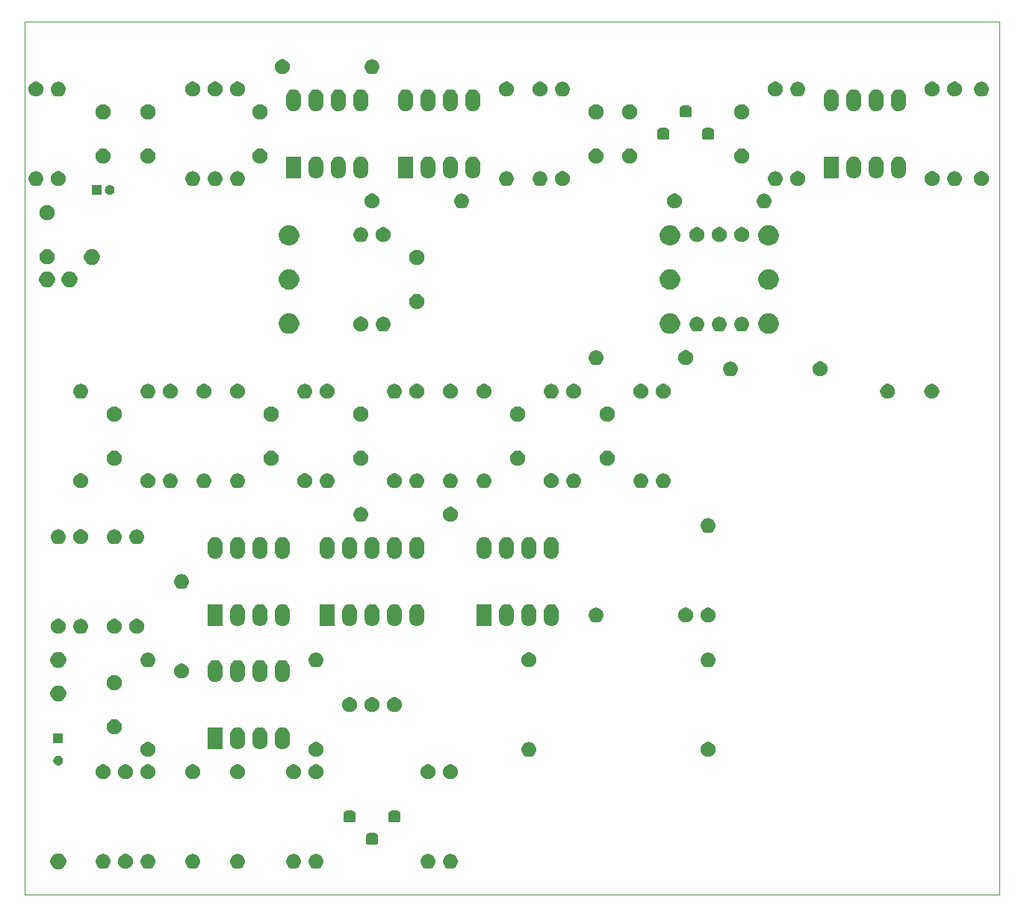
<source format=gbr>
G04 #@! TF.GenerationSoftware,KiCad,Pcbnew,(5.1.4)-1*
G04 #@! TF.CreationDate,2019-09-26T03:20:38+02:00*
G04 #@! TF.ProjectId,Board Reproduction,426f6172-6420-4526-9570-726f64756374,rev?*
G04 #@! TF.SameCoordinates,Original*
G04 #@! TF.FileFunction,Soldermask,Bot*
G04 #@! TF.FilePolarity,Negative*
%FSLAX46Y46*%
G04 Gerber Fmt 4.6, Leading zero omitted, Abs format (unit mm)*
G04 Created by KiCad (PCBNEW (5.1.4)-1) date 2019-09-26 03:20:38*
%MOMM*%
%LPD*%
G04 APERTURE LIST*
%ADD10C,0.050000*%
%ADD11C,0.100000*%
G04 APERTURE END LIST*
D10*
X87376000Y-44704000D02*
X87376000Y-45974000D01*
X122936000Y-44704000D02*
X87376000Y-44704000D01*
X197866000Y-44704000D02*
X122936000Y-44704000D01*
X197866000Y-143764000D02*
X197866000Y-44704000D01*
X143256000Y-143764000D02*
X197866000Y-143764000D01*
X94996000Y-143764000D02*
X143256000Y-143764000D01*
X87376000Y-143764000D02*
X94996000Y-143764000D01*
X87376000Y-137414000D02*
X87376000Y-143764000D01*
X87376000Y-96774000D02*
X87376000Y-45974000D01*
X87376000Y-137414000D02*
X87376000Y-96774000D01*
D11*
G36*
X91448812Y-139087624D02*
G01*
X91612784Y-139155544D01*
X91760354Y-139254147D01*
X91885853Y-139379646D01*
X91984456Y-139527216D01*
X92052376Y-139691188D01*
X92087000Y-139865259D01*
X92087000Y-140042741D01*
X92052376Y-140216812D01*
X91984456Y-140380784D01*
X91885853Y-140528354D01*
X91760354Y-140653853D01*
X91612784Y-140752456D01*
X91448812Y-140820376D01*
X91274741Y-140855000D01*
X91097259Y-140855000D01*
X90923188Y-140820376D01*
X90759216Y-140752456D01*
X90611646Y-140653853D01*
X90486147Y-140528354D01*
X90387544Y-140380784D01*
X90319624Y-140216812D01*
X90285000Y-140042741D01*
X90285000Y-139865259D01*
X90319624Y-139691188D01*
X90387544Y-139527216D01*
X90486147Y-139379646D01*
X90611646Y-139254147D01*
X90759216Y-139155544D01*
X90923188Y-139087624D01*
X91097259Y-139053000D01*
X91274741Y-139053000D01*
X91448812Y-139087624D01*
X91448812Y-139087624D01*
G37*
G36*
X135802821Y-139115313D02*
G01*
X135802824Y-139115314D01*
X135802825Y-139115314D01*
X135840435Y-139126723D01*
X135963238Y-139163974D01*
X136030363Y-139199853D01*
X136111078Y-139242996D01*
X136111080Y-139242997D01*
X136111079Y-139242997D01*
X136240659Y-139349341D01*
X136347003Y-139478921D01*
X136426026Y-139626762D01*
X136474687Y-139787179D01*
X136491118Y-139954000D01*
X136474687Y-140120821D01*
X136426026Y-140281238D01*
X136426025Y-140281239D01*
X136347004Y-140429078D01*
X136240659Y-140558659D01*
X136111078Y-140665004D01*
X136037159Y-140704514D01*
X135963238Y-140744026D01*
X135870042Y-140772296D01*
X135802825Y-140792686D01*
X135802824Y-140792686D01*
X135802821Y-140792687D01*
X135677805Y-140805000D01*
X135594195Y-140805000D01*
X135469179Y-140792687D01*
X135469176Y-140792686D01*
X135469175Y-140792686D01*
X135401958Y-140772296D01*
X135308762Y-140744026D01*
X135234841Y-140704514D01*
X135160922Y-140665004D01*
X135031341Y-140558659D01*
X134924996Y-140429078D01*
X134845975Y-140281239D01*
X134845974Y-140281238D01*
X134797313Y-140120821D01*
X134780882Y-139954000D01*
X134797313Y-139787179D01*
X134845974Y-139626762D01*
X134924997Y-139478921D01*
X135031341Y-139349341D01*
X135160921Y-139242997D01*
X135160920Y-139242997D01*
X135160922Y-139242996D01*
X135241637Y-139199853D01*
X135308762Y-139163974D01*
X135431565Y-139126723D01*
X135469175Y-139115314D01*
X135469176Y-139115314D01*
X135469179Y-139115313D01*
X135594195Y-139103000D01*
X135677805Y-139103000D01*
X135802821Y-139115313D01*
X135802821Y-139115313D01*
G37*
G36*
X120562821Y-139115313D02*
G01*
X120562824Y-139115314D01*
X120562825Y-139115314D01*
X120600435Y-139126723D01*
X120723238Y-139163974D01*
X120790363Y-139199853D01*
X120871078Y-139242996D01*
X120871080Y-139242997D01*
X120871079Y-139242997D01*
X121000659Y-139349341D01*
X121107003Y-139478921D01*
X121186026Y-139626762D01*
X121234687Y-139787179D01*
X121251118Y-139954000D01*
X121234687Y-140120821D01*
X121186026Y-140281238D01*
X121186025Y-140281239D01*
X121107004Y-140429078D01*
X121000659Y-140558659D01*
X120871078Y-140665004D01*
X120797159Y-140704514D01*
X120723238Y-140744026D01*
X120630042Y-140772296D01*
X120562825Y-140792686D01*
X120562824Y-140792686D01*
X120562821Y-140792687D01*
X120437805Y-140805000D01*
X120354195Y-140805000D01*
X120229179Y-140792687D01*
X120229176Y-140792686D01*
X120229175Y-140792686D01*
X120161958Y-140772296D01*
X120068762Y-140744026D01*
X119994841Y-140704514D01*
X119920922Y-140665004D01*
X119791341Y-140558659D01*
X119684996Y-140429078D01*
X119605975Y-140281239D01*
X119605974Y-140281238D01*
X119557313Y-140120821D01*
X119540882Y-139954000D01*
X119557313Y-139787179D01*
X119605974Y-139626762D01*
X119684997Y-139478921D01*
X119791341Y-139349341D01*
X119920921Y-139242997D01*
X119920920Y-139242997D01*
X119920922Y-139242996D01*
X120001637Y-139199853D01*
X120068762Y-139163974D01*
X120191565Y-139126723D01*
X120229175Y-139115314D01*
X120229176Y-139115314D01*
X120229179Y-139115313D01*
X120354195Y-139103000D01*
X120437805Y-139103000D01*
X120562821Y-139115313D01*
X120562821Y-139115313D01*
G37*
G36*
X101512821Y-139115313D02*
G01*
X101512824Y-139115314D01*
X101512825Y-139115314D01*
X101550435Y-139126723D01*
X101673238Y-139163974D01*
X101740363Y-139199853D01*
X101821078Y-139242996D01*
X101821080Y-139242997D01*
X101821079Y-139242997D01*
X101950659Y-139349341D01*
X102057003Y-139478921D01*
X102136026Y-139626762D01*
X102184687Y-139787179D01*
X102201118Y-139954000D01*
X102184687Y-140120821D01*
X102136026Y-140281238D01*
X102136025Y-140281239D01*
X102057004Y-140429078D01*
X101950659Y-140558659D01*
X101821078Y-140665004D01*
X101747159Y-140704514D01*
X101673238Y-140744026D01*
X101580042Y-140772296D01*
X101512825Y-140792686D01*
X101512824Y-140792686D01*
X101512821Y-140792687D01*
X101387805Y-140805000D01*
X101304195Y-140805000D01*
X101179179Y-140792687D01*
X101179176Y-140792686D01*
X101179175Y-140792686D01*
X101111958Y-140772296D01*
X101018762Y-140744026D01*
X100944841Y-140704514D01*
X100870922Y-140665004D01*
X100741341Y-140558659D01*
X100634996Y-140429078D01*
X100555975Y-140281239D01*
X100555974Y-140281238D01*
X100507313Y-140120821D01*
X100490882Y-139954000D01*
X100507313Y-139787179D01*
X100555974Y-139626762D01*
X100634997Y-139478921D01*
X100741341Y-139349341D01*
X100870921Y-139242997D01*
X100870920Y-139242997D01*
X100870922Y-139242996D01*
X100951637Y-139199853D01*
X101018762Y-139163974D01*
X101141565Y-139126723D01*
X101179175Y-139115314D01*
X101179176Y-139115314D01*
X101179179Y-139115313D01*
X101304195Y-139103000D01*
X101387805Y-139103000D01*
X101512821Y-139115313D01*
X101512821Y-139115313D01*
G37*
G36*
X118022821Y-139115313D02*
G01*
X118022824Y-139115314D01*
X118022825Y-139115314D01*
X118060435Y-139126723D01*
X118183238Y-139163974D01*
X118250363Y-139199853D01*
X118331078Y-139242996D01*
X118331080Y-139242997D01*
X118331079Y-139242997D01*
X118460659Y-139349341D01*
X118567003Y-139478921D01*
X118646026Y-139626762D01*
X118694687Y-139787179D01*
X118711118Y-139954000D01*
X118694687Y-140120821D01*
X118646026Y-140281238D01*
X118646025Y-140281239D01*
X118567004Y-140429078D01*
X118460659Y-140558659D01*
X118331078Y-140665004D01*
X118257159Y-140704514D01*
X118183238Y-140744026D01*
X118090042Y-140772296D01*
X118022825Y-140792686D01*
X118022824Y-140792686D01*
X118022821Y-140792687D01*
X117897805Y-140805000D01*
X117814195Y-140805000D01*
X117689179Y-140792687D01*
X117689176Y-140792686D01*
X117689175Y-140792686D01*
X117621958Y-140772296D01*
X117528762Y-140744026D01*
X117454841Y-140704514D01*
X117380922Y-140665004D01*
X117251341Y-140558659D01*
X117144996Y-140429078D01*
X117065975Y-140281239D01*
X117065974Y-140281238D01*
X117017313Y-140120821D01*
X117000882Y-139954000D01*
X117017313Y-139787179D01*
X117065974Y-139626762D01*
X117144997Y-139478921D01*
X117251341Y-139349341D01*
X117380921Y-139242997D01*
X117380920Y-139242997D01*
X117380922Y-139242996D01*
X117461637Y-139199853D01*
X117528762Y-139163974D01*
X117651565Y-139126723D01*
X117689175Y-139115314D01*
X117689176Y-139115314D01*
X117689179Y-139115313D01*
X117814195Y-139103000D01*
X117897805Y-139103000D01*
X118022821Y-139115313D01*
X118022821Y-139115313D01*
G37*
G36*
X106592821Y-139115313D02*
G01*
X106592824Y-139115314D01*
X106592825Y-139115314D01*
X106630435Y-139126723D01*
X106753238Y-139163974D01*
X106820363Y-139199853D01*
X106901078Y-139242996D01*
X106901080Y-139242997D01*
X106901079Y-139242997D01*
X107030659Y-139349341D01*
X107137003Y-139478921D01*
X107216026Y-139626762D01*
X107264687Y-139787179D01*
X107281118Y-139954000D01*
X107264687Y-140120821D01*
X107216026Y-140281238D01*
X107216025Y-140281239D01*
X107137004Y-140429078D01*
X107030659Y-140558659D01*
X106901078Y-140665004D01*
X106827159Y-140704514D01*
X106753238Y-140744026D01*
X106660042Y-140772296D01*
X106592825Y-140792686D01*
X106592824Y-140792686D01*
X106592821Y-140792687D01*
X106467805Y-140805000D01*
X106384195Y-140805000D01*
X106259179Y-140792687D01*
X106259176Y-140792686D01*
X106259175Y-140792686D01*
X106191958Y-140772296D01*
X106098762Y-140744026D01*
X106024841Y-140704514D01*
X105950922Y-140665004D01*
X105821341Y-140558659D01*
X105714996Y-140429078D01*
X105635975Y-140281239D01*
X105635974Y-140281238D01*
X105587313Y-140120821D01*
X105570882Y-139954000D01*
X105587313Y-139787179D01*
X105635974Y-139626762D01*
X105714997Y-139478921D01*
X105821341Y-139349341D01*
X105950921Y-139242997D01*
X105950920Y-139242997D01*
X105950922Y-139242996D01*
X106031637Y-139199853D01*
X106098762Y-139163974D01*
X106221565Y-139126723D01*
X106259175Y-139115314D01*
X106259176Y-139115314D01*
X106259179Y-139115313D01*
X106384195Y-139103000D01*
X106467805Y-139103000D01*
X106592821Y-139115313D01*
X106592821Y-139115313D01*
G37*
G36*
X111672821Y-139115313D02*
G01*
X111672824Y-139115314D01*
X111672825Y-139115314D01*
X111710435Y-139126723D01*
X111833238Y-139163974D01*
X111900363Y-139199853D01*
X111981078Y-139242996D01*
X111981080Y-139242997D01*
X111981079Y-139242997D01*
X112110659Y-139349341D01*
X112217003Y-139478921D01*
X112296026Y-139626762D01*
X112344687Y-139787179D01*
X112361118Y-139954000D01*
X112344687Y-140120821D01*
X112296026Y-140281238D01*
X112296025Y-140281239D01*
X112217004Y-140429078D01*
X112110659Y-140558659D01*
X111981078Y-140665004D01*
X111907159Y-140704514D01*
X111833238Y-140744026D01*
X111740042Y-140772296D01*
X111672825Y-140792686D01*
X111672824Y-140792686D01*
X111672821Y-140792687D01*
X111547805Y-140805000D01*
X111464195Y-140805000D01*
X111339179Y-140792687D01*
X111339176Y-140792686D01*
X111339175Y-140792686D01*
X111271958Y-140772296D01*
X111178762Y-140744026D01*
X111104841Y-140704514D01*
X111030922Y-140665004D01*
X110901341Y-140558659D01*
X110794996Y-140429078D01*
X110715975Y-140281239D01*
X110715974Y-140281238D01*
X110667313Y-140120821D01*
X110650882Y-139954000D01*
X110667313Y-139787179D01*
X110715974Y-139626762D01*
X110794997Y-139478921D01*
X110901341Y-139349341D01*
X111030921Y-139242997D01*
X111030920Y-139242997D01*
X111030922Y-139242996D01*
X111111637Y-139199853D01*
X111178762Y-139163974D01*
X111301565Y-139126723D01*
X111339175Y-139115314D01*
X111339176Y-139115314D01*
X111339179Y-139115313D01*
X111464195Y-139103000D01*
X111547805Y-139103000D01*
X111672821Y-139115313D01*
X111672821Y-139115313D01*
G37*
G36*
X133262821Y-139115313D02*
G01*
X133262824Y-139115314D01*
X133262825Y-139115314D01*
X133300435Y-139126723D01*
X133423238Y-139163974D01*
X133490363Y-139199853D01*
X133571078Y-139242996D01*
X133571080Y-139242997D01*
X133571079Y-139242997D01*
X133700659Y-139349341D01*
X133807003Y-139478921D01*
X133886026Y-139626762D01*
X133934687Y-139787179D01*
X133951118Y-139954000D01*
X133934687Y-140120821D01*
X133886026Y-140281238D01*
X133886025Y-140281239D01*
X133807004Y-140429078D01*
X133700659Y-140558659D01*
X133571078Y-140665004D01*
X133497159Y-140704514D01*
X133423238Y-140744026D01*
X133330042Y-140772296D01*
X133262825Y-140792686D01*
X133262824Y-140792686D01*
X133262821Y-140792687D01*
X133137805Y-140805000D01*
X133054195Y-140805000D01*
X132929179Y-140792687D01*
X132929176Y-140792686D01*
X132929175Y-140792686D01*
X132861958Y-140772296D01*
X132768762Y-140744026D01*
X132694841Y-140704514D01*
X132620922Y-140665004D01*
X132491341Y-140558659D01*
X132384996Y-140429078D01*
X132305975Y-140281239D01*
X132305974Y-140281238D01*
X132257313Y-140120821D01*
X132240882Y-139954000D01*
X132257313Y-139787179D01*
X132305974Y-139626762D01*
X132384997Y-139478921D01*
X132491341Y-139349341D01*
X132620921Y-139242997D01*
X132620920Y-139242997D01*
X132620922Y-139242996D01*
X132701637Y-139199853D01*
X132768762Y-139163974D01*
X132891565Y-139126723D01*
X132929175Y-139115314D01*
X132929176Y-139115314D01*
X132929179Y-139115313D01*
X133054195Y-139103000D01*
X133137805Y-139103000D01*
X133262821Y-139115313D01*
X133262821Y-139115313D01*
G37*
G36*
X96432821Y-139115313D02*
G01*
X96432824Y-139115314D01*
X96432825Y-139115314D01*
X96470435Y-139126723D01*
X96593238Y-139163974D01*
X96660363Y-139199853D01*
X96741078Y-139242996D01*
X96741080Y-139242997D01*
X96741079Y-139242997D01*
X96870659Y-139349341D01*
X96977003Y-139478921D01*
X97056026Y-139626762D01*
X97104687Y-139787179D01*
X97121118Y-139954000D01*
X97104687Y-140120821D01*
X97056026Y-140281238D01*
X97056025Y-140281239D01*
X96977004Y-140429078D01*
X96870659Y-140558659D01*
X96741078Y-140665004D01*
X96667159Y-140704514D01*
X96593238Y-140744026D01*
X96500042Y-140772296D01*
X96432825Y-140792686D01*
X96432824Y-140792686D01*
X96432821Y-140792687D01*
X96307805Y-140805000D01*
X96224195Y-140805000D01*
X96099179Y-140792687D01*
X96099176Y-140792686D01*
X96099175Y-140792686D01*
X96031958Y-140772296D01*
X95938762Y-140744026D01*
X95864841Y-140704514D01*
X95790922Y-140665004D01*
X95661341Y-140558659D01*
X95554996Y-140429078D01*
X95475975Y-140281239D01*
X95475974Y-140281238D01*
X95427313Y-140120821D01*
X95410882Y-139954000D01*
X95427313Y-139787179D01*
X95475974Y-139626762D01*
X95554997Y-139478921D01*
X95661341Y-139349341D01*
X95790921Y-139242997D01*
X95790920Y-139242997D01*
X95790922Y-139242996D01*
X95871637Y-139199853D01*
X95938762Y-139163974D01*
X96061565Y-139126723D01*
X96099175Y-139115314D01*
X96099176Y-139115314D01*
X96099179Y-139115313D01*
X96224195Y-139103000D01*
X96307805Y-139103000D01*
X96432821Y-139115313D01*
X96432821Y-139115313D01*
G37*
G36*
X99054228Y-139135703D02*
G01*
X99209100Y-139199853D01*
X99348481Y-139292985D01*
X99467015Y-139411519D01*
X99560147Y-139550900D01*
X99624297Y-139705772D01*
X99657000Y-139870184D01*
X99657000Y-140037816D01*
X99624297Y-140202228D01*
X99560147Y-140357100D01*
X99467015Y-140496481D01*
X99348481Y-140615015D01*
X99209100Y-140708147D01*
X99054228Y-140772297D01*
X98889816Y-140805000D01*
X98722184Y-140805000D01*
X98557772Y-140772297D01*
X98402900Y-140708147D01*
X98263519Y-140615015D01*
X98144985Y-140496481D01*
X98051853Y-140357100D01*
X97987703Y-140202228D01*
X97955000Y-140037816D01*
X97955000Y-139870184D01*
X97987703Y-139705772D01*
X98051853Y-139550900D01*
X98144985Y-139411519D01*
X98263519Y-139292985D01*
X98402900Y-139199853D01*
X98557772Y-139135703D01*
X98722184Y-139103000D01*
X98889816Y-139103000D01*
X99054228Y-139135703D01*
X99054228Y-139135703D01*
G37*
G36*
X127170334Y-136744247D02*
G01*
X127228932Y-136762022D01*
X127282939Y-136790890D01*
X127330268Y-136829732D01*
X127369110Y-136877061D01*
X127397978Y-136931068D01*
X127415753Y-136989666D01*
X127422000Y-137053092D01*
X127422000Y-137774908D01*
X127415753Y-137838334D01*
X127397978Y-137896932D01*
X127369110Y-137950939D01*
X127330268Y-137998268D01*
X127282939Y-138037110D01*
X127228932Y-138065978D01*
X127170334Y-138083753D01*
X127106908Y-138090000D01*
X126385092Y-138090000D01*
X126321666Y-138083753D01*
X126263068Y-138065978D01*
X126209061Y-138037110D01*
X126161732Y-137998268D01*
X126122890Y-137950939D01*
X126094022Y-137896932D01*
X126076247Y-137838334D01*
X126070000Y-137774908D01*
X126070000Y-137053092D01*
X126076247Y-136989666D01*
X126094022Y-136931068D01*
X126122890Y-136877061D01*
X126161732Y-136829732D01*
X126209061Y-136790890D01*
X126263068Y-136762022D01*
X126321666Y-136744247D01*
X126385092Y-136738000D01*
X127106908Y-136738000D01*
X127170334Y-136744247D01*
X127170334Y-136744247D01*
G37*
G36*
X129710334Y-134204247D02*
G01*
X129768932Y-134222022D01*
X129822939Y-134250890D01*
X129870268Y-134289732D01*
X129909110Y-134337061D01*
X129937978Y-134391068D01*
X129955753Y-134449666D01*
X129962000Y-134513092D01*
X129962000Y-135234908D01*
X129955753Y-135298334D01*
X129937978Y-135356932D01*
X129909110Y-135410939D01*
X129870268Y-135458268D01*
X129822939Y-135497110D01*
X129768932Y-135525978D01*
X129710334Y-135543753D01*
X129646908Y-135550000D01*
X128925092Y-135550000D01*
X128861666Y-135543753D01*
X128803068Y-135525978D01*
X128749061Y-135497110D01*
X128701732Y-135458268D01*
X128662890Y-135410939D01*
X128634022Y-135356932D01*
X128616247Y-135298334D01*
X128610000Y-135234908D01*
X128610000Y-134513092D01*
X128616247Y-134449666D01*
X128634022Y-134391068D01*
X128662890Y-134337061D01*
X128701732Y-134289732D01*
X128749061Y-134250890D01*
X128803068Y-134222022D01*
X128861666Y-134204247D01*
X128925092Y-134198000D01*
X129646908Y-134198000D01*
X129710334Y-134204247D01*
X129710334Y-134204247D01*
G37*
G36*
X124630334Y-134204247D02*
G01*
X124688932Y-134222022D01*
X124742939Y-134250890D01*
X124790268Y-134289732D01*
X124829110Y-134337061D01*
X124857978Y-134391068D01*
X124875753Y-134449666D01*
X124882000Y-134513092D01*
X124882000Y-135234908D01*
X124875753Y-135298334D01*
X124857978Y-135356932D01*
X124829110Y-135410939D01*
X124790268Y-135458268D01*
X124742939Y-135497110D01*
X124688932Y-135525978D01*
X124630334Y-135543753D01*
X124566908Y-135550000D01*
X123845092Y-135550000D01*
X123781666Y-135543753D01*
X123723068Y-135525978D01*
X123669061Y-135497110D01*
X123621732Y-135458268D01*
X123582890Y-135410939D01*
X123554022Y-135356932D01*
X123536247Y-135298334D01*
X123530000Y-135234908D01*
X123530000Y-134513092D01*
X123536247Y-134449666D01*
X123554022Y-134391068D01*
X123582890Y-134337061D01*
X123621732Y-134289732D01*
X123669061Y-134250890D01*
X123723068Y-134222022D01*
X123781666Y-134204247D01*
X123845092Y-134198000D01*
X124566908Y-134198000D01*
X124630334Y-134204247D01*
X124630334Y-134204247D01*
G37*
G36*
X118104228Y-128975703D02*
G01*
X118259100Y-129039853D01*
X118398481Y-129132985D01*
X118517015Y-129251519D01*
X118610147Y-129390900D01*
X118674297Y-129545772D01*
X118707000Y-129710184D01*
X118707000Y-129877816D01*
X118674297Y-130042228D01*
X118610147Y-130197100D01*
X118517015Y-130336481D01*
X118398481Y-130455015D01*
X118259100Y-130548147D01*
X118104228Y-130612297D01*
X117939816Y-130645000D01*
X117772184Y-130645000D01*
X117607772Y-130612297D01*
X117452900Y-130548147D01*
X117313519Y-130455015D01*
X117194985Y-130336481D01*
X117101853Y-130197100D01*
X117037703Y-130042228D01*
X117005000Y-129877816D01*
X117005000Y-129710184D01*
X117037703Y-129545772D01*
X117101853Y-129390900D01*
X117194985Y-129251519D01*
X117313519Y-129132985D01*
X117452900Y-129039853D01*
X117607772Y-128975703D01*
X117772184Y-128943000D01*
X117939816Y-128943000D01*
X118104228Y-128975703D01*
X118104228Y-128975703D01*
G37*
G36*
X99054228Y-128975703D02*
G01*
X99209100Y-129039853D01*
X99348481Y-129132985D01*
X99467015Y-129251519D01*
X99560147Y-129390900D01*
X99624297Y-129545772D01*
X99657000Y-129710184D01*
X99657000Y-129877816D01*
X99624297Y-130042228D01*
X99560147Y-130197100D01*
X99467015Y-130336481D01*
X99348481Y-130455015D01*
X99209100Y-130548147D01*
X99054228Y-130612297D01*
X98889816Y-130645000D01*
X98722184Y-130645000D01*
X98557772Y-130612297D01*
X98402900Y-130548147D01*
X98263519Y-130455015D01*
X98144985Y-130336481D01*
X98051853Y-130197100D01*
X97987703Y-130042228D01*
X97955000Y-129877816D01*
X97955000Y-129710184D01*
X97987703Y-129545772D01*
X98051853Y-129390900D01*
X98144985Y-129251519D01*
X98263519Y-129132985D01*
X98402900Y-129039853D01*
X98557772Y-128975703D01*
X98722184Y-128943000D01*
X98889816Y-128943000D01*
X99054228Y-128975703D01*
X99054228Y-128975703D01*
G37*
G36*
X96514228Y-128975703D02*
G01*
X96669100Y-129039853D01*
X96808481Y-129132985D01*
X96927015Y-129251519D01*
X97020147Y-129390900D01*
X97084297Y-129545772D01*
X97117000Y-129710184D01*
X97117000Y-129877816D01*
X97084297Y-130042228D01*
X97020147Y-130197100D01*
X96927015Y-130336481D01*
X96808481Y-130455015D01*
X96669100Y-130548147D01*
X96514228Y-130612297D01*
X96349816Y-130645000D01*
X96182184Y-130645000D01*
X96017772Y-130612297D01*
X95862900Y-130548147D01*
X95723519Y-130455015D01*
X95604985Y-130336481D01*
X95511853Y-130197100D01*
X95447703Y-130042228D01*
X95415000Y-129877816D01*
X95415000Y-129710184D01*
X95447703Y-129545772D01*
X95511853Y-129390900D01*
X95604985Y-129251519D01*
X95723519Y-129132985D01*
X95862900Y-129039853D01*
X96017772Y-128975703D01*
X96182184Y-128943000D01*
X96349816Y-128943000D01*
X96514228Y-128975703D01*
X96514228Y-128975703D01*
G37*
G36*
X135884228Y-128975703D02*
G01*
X136039100Y-129039853D01*
X136178481Y-129132985D01*
X136297015Y-129251519D01*
X136390147Y-129390900D01*
X136454297Y-129545772D01*
X136487000Y-129710184D01*
X136487000Y-129877816D01*
X136454297Y-130042228D01*
X136390147Y-130197100D01*
X136297015Y-130336481D01*
X136178481Y-130455015D01*
X136039100Y-130548147D01*
X135884228Y-130612297D01*
X135719816Y-130645000D01*
X135552184Y-130645000D01*
X135387772Y-130612297D01*
X135232900Y-130548147D01*
X135093519Y-130455015D01*
X134974985Y-130336481D01*
X134881853Y-130197100D01*
X134817703Y-130042228D01*
X134785000Y-129877816D01*
X134785000Y-129710184D01*
X134817703Y-129545772D01*
X134881853Y-129390900D01*
X134974985Y-129251519D01*
X135093519Y-129132985D01*
X135232900Y-129039853D01*
X135387772Y-128975703D01*
X135552184Y-128943000D01*
X135719816Y-128943000D01*
X135884228Y-128975703D01*
X135884228Y-128975703D01*
G37*
G36*
X111754228Y-128975703D02*
G01*
X111909100Y-129039853D01*
X112048481Y-129132985D01*
X112167015Y-129251519D01*
X112260147Y-129390900D01*
X112324297Y-129545772D01*
X112357000Y-129710184D01*
X112357000Y-129877816D01*
X112324297Y-130042228D01*
X112260147Y-130197100D01*
X112167015Y-130336481D01*
X112048481Y-130455015D01*
X111909100Y-130548147D01*
X111754228Y-130612297D01*
X111589816Y-130645000D01*
X111422184Y-130645000D01*
X111257772Y-130612297D01*
X111102900Y-130548147D01*
X110963519Y-130455015D01*
X110844985Y-130336481D01*
X110751853Y-130197100D01*
X110687703Y-130042228D01*
X110655000Y-129877816D01*
X110655000Y-129710184D01*
X110687703Y-129545772D01*
X110751853Y-129390900D01*
X110844985Y-129251519D01*
X110963519Y-129132985D01*
X111102900Y-129039853D01*
X111257772Y-128975703D01*
X111422184Y-128943000D01*
X111589816Y-128943000D01*
X111754228Y-128975703D01*
X111754228Y-128975703D01*
G37*
G36*
X133344228Y-128975703D02*
G01*
X133499100Y-129039853D01*
X133638481Y-129132985D01*
X133757015Y-129251519D01*
X133850147Y-129390900D01*
X133914297Y-129545772D01*
X133947000Y-129710184D01*
X133947000Y-129877816D01*
X133914297Y-130042228D01*
X133850147Y-130197100D01*
X133757015Y-130336481D01*
X133638481Y-130455015D01*
X133499100Y-130548147D01*
X133344228Y-130612297D01*
X133179816Y-130645000D01*
X133012184Y-130645000D01*
X132847772Y-130612297D01*
X132692900Y-130548147D01*
X132553519Y-130455015D01*
X132434985Y-130336481D01*
X132341853Y-130197100D01*
X132277703Y-130042228D01*
X132245000Y-129877816D01*
X132245000Y-129710184D01*
X132277703Y-129545772D01*
X132341853Y-129390900D01*
X132434985Y-129251519D01*
X132553519Y-129132985D01*
X132692900Y-129039853D01*
X132847772Y-128975703D01*
X133012184Y-128943000D01*
X133179816Y-128943000D01*
X133344228Y-128975703D01*
X133344228Y-128975703D01*
G37*
G36*
X106674228Y-128975703D02*
G01*
X106829100Y-129039853D01*
X106968481Y-129132985D01*
X107087015Y-129251519D01*
X107180147Y-129390900D01*
X107244297Y-129545772D01*
X107277000Y-129710184D01*
X107277000Y-129877816D01*
X107244297Y-130042228D01*
X107180147Y-130197100D01*
X107087015Y-130336481D01*
X106968481Y-130455015D01*
X106829100Y-130548147D01*
X106674228Y-130612297D01*
X106509816Y-130645000D01*
X106342184Y-130645000D01*
X106177772Y-130612297D01*
X106022900Y-130548147D01*
X105883519Y-130455015D01*
X105764985Y-130336481D01*
X105671853Y-130197100D01*
X105607703Y-130042228D01*
X105575000Y-129877816D01*
X105575000Y-129710184D01*
X105607703Y-129545772D01*
X105671853Y-129390900D01*
X105764985Y-129251519D01*
X105883519Y-129132985D01*
X106022900Y-129039853D01*
X106177772Y-128975703D01*
X106342184Y-128943000D01*
X106509816Y-128943000D01*
X106674228Y-128975703D01*
X106674228Y-128975703D01*
G37*
G36*
X120644228Y-128975703D02*
G01*
X120799100Y-129039853D01*
X120938481Y-129132985D01*
X121057015Y-129251519D01*
X121150147Y-129390900D01*
X121214297Y-129545772D01*
X121247000Y-129710184D01*
X121247000Y-129877816D01*
X121214297Y-130042228D01*
X121150147Y-130197100D01*
X121057015Y-130336481D01*
X120938481Y-130455015D01*
X120799100Y-130548147D01*
X120644228Y-130612297D01*
X120479816Y-130645000D01*
X120312184Y-130645000D01*
X120147772Y-130612297D01*
X119992900Y-130548147D01*
X119853519Y-130455015D01*
X119734985Y-130336481D01*
X119641853Y-130197100D01*
X119577703Y-130042228D01*
X119545000Y-129877816D01*
X119545000Y-129710184D01*
X119577703Y-129545772D01*
X119641853Y-129390900D01*
X119734985Y-129251519D01*
X119853519Y-129132985D01*
X119992900Y-129039853D01*
X120147772Y-128975703D01*
X120312184Y-128943000D01*
X120479816Y-128943000D01*
X120644228Y-128975703D01*
X120644228Y-128975703D01*
G37*
G36*
X101594228Y-128975703D02*
G01*
X101749100Y-129039853D01*
X101888481Y-129132985D01*
X102007015Y-129251519D01*
X102100147Y-129390900D01*
X102164297Y-129545772D01*
X102197000Y-129710184D01*
X102197000Y-129877816D01*
X102164297Y-130042228D01*
X102100147Y-130197100D01*
X102007015Y-130336481D01*
X101888481Y-130455015D01*
X101749100Y-130548147D01*
X101594228Y-130612297D01*
X101429816Y-130645000D01*
X101262184Y-130645000D01*
X101097772Y-130612297D01*
X100942900Y-130548147D01*
X100803519Y-130455015D01*
X100684985Y-130336481D01*
X100591853Y-130197100D01*
X100527703Y-130042228D01*
X100495000Y-129877816D01*
X100495000Y-129710184D01*
X100527703Y-129545772D01*
X100591853Y-129390900D01*
X100684985Y-129251519D01*
X100803519Y-129132985D01*
X100942900Y-129039853D01*
X101097772Y-128975703D01*
X101262184Y-128943000D01*
X101429816Y-128943000D01*
X101594228Y-128975703D01*
X101594228Y-128975703D01*
G37*
G36*
X91346721Y-127974175D02*
G01*
X91446997Y-128015710D01*
X91537244Y-128076011D01*
X91613989Y-128152756D01*
X91674290Y-128243003D01*
X91715825Y-128343279D01*
X91737000Y-128449731D01*
X91737000Y-128558269D01*
X91715825Y-128664721D01*
X91674290Y-128764997D01*
X91613989Y-128855244D01*
X91537244Y-128931989D01*
X91446997Y-128992290D01*
X91346721Y-129033825D01*
X91240269Y-129055000D01*
X91131731Y-129055000D01*
X91025279Y-129033825D01*
X90925003Y-128992290D01*
X90834756Y-128931989D01*
X90758011Y-128855244D01*
X90697710Y-128764997D01*
X90656175Y-128664721D01*
X90635000Y-128558269D01*
X90635000Y-128449731D01*
X90656175Y-128343279D01*
X90697710Y-128243003D01*
X90758011Y-128152756D01*
X90834756Y-128076011D01*
X90925003Y-128015710D01*
X91025279Y-127974175D01*
X91131731Y-127953000D01*
X91240269Y-127953000D01*
X91346721Y-127974175D01*
X91346721Y-127974175D01*
G37*
G36*
X144692821Y-126415313D02*
G01*
X144692824Y-126415314D01*
X144692825Y-126415314D01*
X144727393Y-126425800D01*
X144853238Y-126463974D01*
X144920363Y-126499853D01*
X145001078Y-126542996D01*
X145015705Y-126555000D01*
X145130659Y-126649341D01*
X145237003Y-126778921D01*
X145316026Y-126926762D01*
X145364687Y-127087179D01*
X145381118Y-127254000D01*
X145364687Y-127420821D01*
X145316026Y-127581238D01*
X145316025Y-127581239D01*
X145237004Y-127729078D01*
X145130659Y-127858659D01*
X145001078Y-127965004D01*
X144853238Y-128044026D01*
X144747795Y-128076011D01*
X144692825Y-128092686D01*
X144692824Y-128092686D01*
X144692821Y-128092687D01*
X144567805Y-128105000D01*
X144484195Y-128105000D01*
X144359179Y-128092687D01*
X144359176Y-128092686D01*
X144359175Y-128092686D01*
X144304205Y-128076011D01*
X144198762Y-128044026D01*
X144050922Y-127965004D01*
X143921341Y-127858659D01*
X143814996Y-127729078D01*
X143735975Y-127581239D01*
X143735974Y-127581238D01*
X143687313Y-127420821D01*
X143670882Y-127254000D01*
X143687313Y-127087179D01*
X143735974Y-126926762D01*
X143814997Y-126778921D01*
X143921341Y-126649341D01*
X144036295Y-126555000D01*
X144050922Y-126542996D01*
X144131637Y-126499853D01*
X144198762Y-126463974D01*
X144324607Y-126425800D01*
X144359175Y-126415314D01*
X144359176Y-126415314D01*
X144359179Y-126415313D01*
X144484195Y-126403000D01*
X144567805Y-126403000D01*
X144692821Y-126415313D01*
X144692821Y-126415313D01*
G37*
G36*
X101594228Y-126435703D02*
G01*
X101749100Y-126499853D01*
X101888481Y-126592985D01*
X102007015Y-126711519D01*
X102100147Y-126850900D01*
X102164297Y-127005772D01*
X102197000Y-127170184D01*
X102197000Y-127337816D01*
X102164297Y-127502228D01*
X102100147Y-127657100D01*
X102007015Y-127796481D01*
X101888481Y-127915015D01*
X101749100Y-128008147D01*
X101594228Y-128072297D01*
X101429816Y-128105000D01*
X101262184Y-128105000D01*
X101097772Y-128072297D01*
X100942900Y-128008147D01*
X100803519Y-127915015D01*
X100684985Y-127796481D01*
X100591853Y-127657100D01*
X100527703Y-127502228D01*
X100495000Y-127337816D01*
X100495000Y-127170184D01*
X100527703Y-127005772D01*
X100591853Y-126850900D01*
X100684985Y-126711519D01*
X100803519Y-126592985D01*
X100942900Y-126499853D01*
X101097772Y-126435703D01*
X101262184Y-126403000D01*
X101429816Y-126403000D01*
X101594228Y-126435703D01*
X101594228Y-126435703D01*
G37*
G36*
X120644228Y-126435703D02*
G01*
X120799100Y-126499853D01*
X120938481Y-126592985D01*
X121057015Y-126711519D01*
X121150147Y-126850900D01*
X121214297Y-127005772D01*
X121247000Y-127170184D01*
X121247000Y-127337816D01*
X121214297Y-127502228D01*
X121150147Y-127657100D01*
X121057015Y-127796481D01*
X120938481Y-127915015D01*
X120799100Y-128008147D01*
X120644228Y-128072297D01*
X120479816Y-128105000D01*
X120312184Y-128105000D01*
X120147772Y-128072297D01*
X119992900Y-128008147D01*
X119853519Y-127915015D01*
X119734985Y-127796481D01*
X119641853Y-127657100D01*
X119577703Y-127502228D01*
X119545000Y-127337816D01*
X119545000Y-127170184D01*
X119577703Y-127005772D01*
X119641853Y-126850900D01*
X119734985Y-126711519D01*
X119853519Y-126592985D01*
X119992900Y-126499853D01*
X120147772Y-126435703D01*
X120312184Y-126403000D01*
X120479816Y-126403000D01*
X120644228Y-126435703D01*
X120644228Y-126435703D01*
G37*
G36*
X165094228Y-126435703D02*
G01*
X165249100Y-126499853D01*
X165388481Y-126592985D01*
X165507015Y-126711519D01*
X165600147Y-126850900D01*
X165664297Y-127005772D01*
X165697000Y-127170184D01*
X165697000Y-127337816D01*
X165664297Y-127502228D01*
X165600147Y-127657100D01*
X165507015Y-127796481D01*
X165388481Y-127915015D01*
X165249100Y-128008147D01*
X165094228Y-128072297D01*
X164929816Y-128105000D01*
X164762184Y-128105000D01*
X164597772Y-128072297D01*
X164442900Y-128008147D01*
X164303519Y-127915015D01*
X164184985Y-127796481D01*
X164091853Y-127657100D01*
X164027703Y-127502228D01*
X163995000Y-127337816D01*
X163995000Y-127170184D01*
X164027703Y-127005772D01*
X164091853Y-126850900D01*
X164184985Y-126711519D01*
X164303519Y-126592985D01*
X164442900Y-126499853D01*
X164597772Y-126435703D01*
X164762184Y-126403000D01*
X164929816Y-126403000D01*
X165094228Y-126435703D01*
X165094228Y-126435703D01*
G37*
G36*
X114212820Y-124745313D02*
G01*
X114212823Y-124745314D01*
X114212824Y-124745314D01*
X114250434Y-124756723D01*
X114373237Y-124793974D01*
X114447158Y-124833486D01*
X114521077Y-124872996D01*
X114650659Y-124979341D01*
X114757004Y-125108922D01*
X114836026Y-125256762D01*
X114884687Y-125417179D01*
X114897000Y-125542195D01*
X114897000Y-126425805D01*
X114884687Y-126550821D01*
X114884686Y-126550824D01*
X114884686Y-126550825D01*
X114873277Y-126588435D01*
X114836026Y-126711238D01*
X114799848Y-126778922D01*
X114757004Y-126859078D01*
X114650659Y-126988659D01*
X114521078Y-127095004D01*
X114373238Y-127174026D01*
X114250435Y-127211277D01*
X114212825Y-127222686D01*
X114212824Y-127222686D01*
X114212821Y-127222687D01*
X114046000Y-127239118D01*
X113879180Y-127222687D01*
X113879177Y-127222686D01*
X113879176Y-127222686D01*
X113841566Y-127211277D01*
X113718763Y-127174026D01*
X113644842Y-127134514D01*
X113570923Y-127095004D01*
X113441342Y-126988659D01*
X113334997Y-126859078D01*
X113292153Y-126778922D01*
X113255975Y-126711238D01*
X113218724Y-126588435D01*
X113207315Y-126550825D01*
X113207315Y-126550824D01*
X113207314Y-126550821D01*
X113195000Y-126425804D01*
X113195000Y-125542196D01*
X113207313Y-125417180D01*
X113207315Y-125417175D01*
X113232237Y-125335015D01*
X113255974Y-125256763D01*
X113334997Y-125108922D01*
X113361113Y-125077100D01*
X113441341Y-124979341D01*
X113570922Y-124872996D01*
X113644841Y-124833486D01*
X113718762Y-124793974D01*
X113841565Y-124756723D01*
X113879175Y-124745314D01*
X113879176Y-124745314D01*
X113879179Y-124745313D01*
X114046000Y-124728882D01*
X114212820Y-124745313D01*
X114212820Y-124745313D01*
G37*
G36*
X116752820Y-124745313D02*
G01*
X116752823Y-124745314D01*
X116752824Y-124745314D01*
X116790434Y-124756723D01*
X116913237Y-124793974D01*
X116987158Y-124833486D01*
X117061077Y-124872996D01*
X117190659Y-124979341D01*
X117297004Y-125108922D01*
X117376026Y-125256762D01*
X117424687Y-125417179D01*
X117437000Y-125542195D01*
X117437000Y-126425805D01*
X117424687Y-126550821D01*
X117424686Y-126550824D01*
X117424686Y-126550825D01*
X117413277Y-126588435D01*
X117376026Y-126711238D01*
X117339848Y-126778922D01*
X117297004Y-126859078D01*
X117190659Y-126988659D01*
X117061078Y-127095004D01*
X116913238Y-127174026D01*
X116790435Y-127211277D01*
X116752825Y-127222686D01*
X116752824Y-127222686D01*
X116752821Y-127222687D01*
X116586000Y-127239118D01*
X116419180Y-127222687D01*
X116419177Y-127222686D01*
X116419176Y-127222686D01*
X116381566Y-127211277D01*
X116258763Y-127174026D01*
X116184842Y-127134514D01*
X116110923Y-127095004D01*
X115981342Y-126988659D01*
X115874997Y-126859078D01*
X115832153Y-126778922D01*
X115795975Y-126711238D01*
X115758724Y-126588435D01*
X115747315Y-126550825D01*
X115747315Y-126550824D01*
X115747314Y-126550821D01*
X115735000Y-126425804D01*
X115735000Y-125542196D01*
X115747313Y-125417180D01*
X115747315Y-125417175D01*
X115772237Y-125335015D01*
X115795974Y-125256763D01*
X115874997Y-125108922D01*
X115901113Y-125077100D01*
X115981341Y-124979341D01*
X116110922Y-124872996D01*
X116184841Y-124833486D01*
X116258762Y-124793974D01*
X116381565Y-124756723D01*
X116419175Y-124745314D01*
X116419176Y-124745314D01*
X116419179Y-124745313D01*
X116586000Y-124728882D01*
X116752820Y-124745313D01*
X116752820Y-124745313D01*
G37*
G36*
X111672820Y-124745313D02*
G01*
X111672823Y-124745314D01*
X111672824Y-124745314D01*
X111710434Y-124756723D01*
X111833237Y-124793974D01*
X111907158Y-124833486D01*
X111981077Y-124872996D01*
X112110659Y-124979341D01*
X112217004Y-125108922D01*
X112296026Y-125256762D01*
X112344687Y-125417179D01*
X112357000Y-125542195D01*
X112357000Y-126425805D01*
X112344687Y-126550821D01*
X112344686Y-126550824D01*
X112344686Y-126550825D01*
X112333277Y-126588435D01*
X112296026Y-126711238D01*
X112259848Y-126778922D01*
X112217004Y-126859078D01*
X112110659Y-126988659D01*
X111981078Y-127095004D01*
X111833238Y-127174026D01*
X111710435Y-127211277D01*
X111672825Y-127222686D01*
X111672824Y-127222686D01*
X111672821Y-127222687D01*
X111506000Y-127239118D01*
X111339180Y-127222687D01*
X111339177Y-127222686D01*
X111339176Y-127222686D01*
X111301566Y-127211277D01*
X111178763Y-127174026D01*
X111104842Y-127134514D01*
X111030923Y-127095004D01*
X110901342Y-126988659D01*
X110794997Y-126859078D01*
X110752153Y-126778922D01*
X110715975Y-126711238D01*
X110678724Y-126588435D01*
X110667315Y-126550825D01*
X110667315Y-126550824D01*
X110667314Y-126550821D01*
X110655000Y-126425804D01*
X110655000Y-125542196D01*
X110667313Y-125417180D01*
X110667315Y-125417175D01*
X110692237Y-125335015D01*
X110715974Y-125256763D01*
X110794997Y-125108922D01*
X110821113Y-125077100D01*
X110901341Y-124979341D01*
X111030922Y-124872996D01*
X111104841Y-124833486D01*
X111178762Y-124793974D01*
X111301565Y-124756723D01*
X111339175Y-124745314D01*
X111339176Y-124745314D01*
X111339179Y-124745313D01*
X111506000Y-124728882D01*
X111672820Y-124745313D01*
X111672820Y-124745313D01*
G37*
G36*
X109817000Y-127235000D02*
G01*
X108115000Y-127235000D01*
X108115000Y-124733000D01*
X109817000Y-124733000D01*
X109817000Y-127235000D01*
X109817000Y-127235000D01*
G37*
G36*
X91737000Y-126555000D02*
G01*
X90635000Y-126555000D01*
X90635000Y-125453000D01*
X91737000Y-125453000D01*
X91737000Y-126555000D01*
X91737000Y-126555000D01*
G37*
G36*
X97784228Y-123855703D02*
G01*
X97939100Y-123919853D01*
X98078481Y-124012985D01*
X98197015Y-124131519D01*
X98290147Y-124270900D01*
X98354297Y-124425772D01*
X98387000Y-124590184D01*
X98387000Y-124757816D01*
X98354297Y-124922228D01*
X98290147Y-125077100D01*
X98197015Y-125216481D01*
X98078481Y-125335015D01*
X97939100Y-125428147D01*
X97784228Y-125492297D01*
X97619816Y-125525000D01*
X97452184Y-125525000D01*
X97287772Y-125492297D01*
X97132900Y-125428147D01*
X96993519Y-125335015D01*
X96874985Y-125216481D01*
X96781853Y-125077100D01*
X96717703Y-124922228D01*
X96685000Y-124757816D01*
X96685000Y-124590184D01*
X96717703Y-124425772D01*
X96781853Y-124270900D01*
X96874985Y-124131519D01*
X96993519Y-124012985D01*
X97132900Y-123919853D01*
X97287772Y-123855703D01*
X97452184Y-123823000D01*
X97619816Y-123823000D01*
X97784228Y-123855703D01*
X97784228Y-123855703D01*
G37*
G36*
X126994228Y-121355703D02*
G01*
X127149100Y-121419853D01*
X127288481Y-121512985D01*
X127407015Y-121631519D01*
X127500147Y-121770900D01*
X127564297Y-121925772D01*
X127597000Y-122090184D01*
X127597000Y-122257816D01*
X127564297Y-122422228D01*
X127500147Y-122577100D01*
X127407015Y-122716481D01*
X127288481Y-122835015D01*
X127149100Y-122928147D01*
X126994228Y-122992297D01*
X126829816Y-123025000D01*
X126662184Y-123025000D01*
X126497772Y-122992297D01*
X126342900Y-122928147D01*
X126203519Y-122835015D01*
X126084985Y-122716481D01*
X125991853Y-122577100D01*
X125927703Y-122422228D01*
X125895000Y-122257816D01*
X125895000Y-122090184D01*
X125927703Y-121925772D01*
X125991853Y-121770900D01*
X126084985Y-121631519D01*
X126203519Y-121512985D01*
X126342900Y-121419853D01*
X126497772Y-121355703D01*
X126662184Y-121323000D01*
X126829816Y-121323000D01*
X126994228Y-121355703D01*
X126994228Y-121355703D01*
G37*
G36*
X129534228Y-121355703D02*
G01*
X129689100Y-121419853D01*
X129828481Y-121512985D01*
X129947015Y-121631519D01*
X130040147Y-121770900D01*
X130104297Y-121925772D01*
X130137000Y-122090184D01*
X130137000Y-122257816D01*
X130104297Y-122422228D01*
X130040147Y-122577100D01*
X129947015Y-122716481D01*
X129828481Y-122835015D01*
X129689100Y-122928147D01*
X129534228Y-122992297D01*
X129369816Y-123025000D01*
X129202184Y-123025000D01*
X129037772Y-122992297D01*
X128882900Y-122928147D01*
X128743519Y-122835015D01*
X128624985Y-122716481D01*
X128531853Y-122577100D01*
X128467703Y-122422228D01*
X128435000Y-122257816D01*
X128435000Y-122090184D01*
X128467703Y-121925772D01*
X128531853Y-121770900D01*
X128624985Y-121631519D01*
X128743519Y-121512985D01*
X128882900Y-121419853D01*
X129037772Y-121355703D01*
X129202184Y-121323000D01*
X129369816Y-121323000D01*
X129534228Y-121355703D01*
X129534228Y-121355703D01*
G37*
G36*
X124454228Y-121355703D02*
G01*
X124609100Y-121419853D01*
X124748481Y-121512985D01*
X124867015Y-121631519D01*
X124960147Y-121770900D01*
X125024297Y-121925772D01*
X125057000Y-122090184D01*
X125057000Y-122257816D01*
X125024297Y-122422228D01*
X124960147Y-122577100D01*
X124867015Y-122716481D01*
X124748481Y-122835015D01*
X124609100Y-122928147D01*
X124454228Y-122992297D01*
X124289816Y-123025000D01*
X124122184Y-123025000D01*
X123957772Y-122992297D01*
X123802900Y-122928147D01*
X123663519Y-122835015D01*
X123544985Y-122716481D01*
X123451853Y-122577100D01*
X123387703Y-122422228D01*
X123355000Y-122257816D01*
X123355000Y-122090184D01*
X123387703Y-121925772D01*
X123451853Y-121770900D01*
X123544985Y-121631519D01*
X123663519Y-121512985D01*
X123802900Y-121419853D01*
X123957772Y-121355703D01*
X124122184Y-121323000D01*
X124289816Y-121323000D01*
X124454228Y-121355703D01*
X124454228Y-121355703D01*
G37*
G36*
X91448812Y-120037624D02*
G01*
X91612784Y-120105544D01*
X91760354Y-120204147D01*
X91885853Y-120329646D01*
X91984456Y-120477216D01*
X92052376Y-120641188D01*
X92087000Y-120815259D01*
X92087000Y-120992741D01*
X92052376Y-121166812D01*
X91984456Y-121330784D01*
X91885853Y-121478354D01*
X91760354Y-121603853D01*
X91612784Y-121702456D01*
X91448812Y-121770376D01*
X91274741Y-121805000D01*
X91097259Y-121805000D01*
X90923188Y-121770376D01*
X90759216Y-121702456D01*
X90611646Y-121603853D01*
X90486147Y-121478354D01*
X90387544Y-121330784D01*
X90319624Y-121166812D01*
X90285000Y-120992741D01*
X90285000Y-120815259D01*
X90319624Y-120641188D01*
X90387544Y-120477216D01*
X90486147Y-120329646D01*
X90611646Y-120204147D01*
X90759216Y-120105544D01*
X90923188Y-120037624D01*
X91097259Y-120003000D01*
X91274741Y-120003000D01*
X91448812Y-120037624D01*
X91448812Y-120037624D01*
G37*
G36*
X97784228Y-118855703D02*
G01*
X97939100Y-118919853D01*
X98078481Y-119012985D01*
X98197015Y-119131519D01*
X98290147Y-119270900D01*
X98354297Y-119425772D01*
X98387000Y-119590184D01*
X98387000Y-119757816D01*
X98354297Y-119922228D01*
X98290147Y-120077100D01*
X98197015Y-120216481D01*
X98078481Y-120335015D01*
X97939100Y-120428147D01*
X97784228Y-120492297D01*
X97619816Y-120525000D01*
X97452184Y-120525000D01*
X97287772Y-120492297D01*
X97132900Y-120428147D01*
X96993519Y-120335015D01*
X96874985Y-120216481D01*
X96781853Y-120077100D01*
X96717703Y-119922228D01*
X96685000Y-119757816D01*
X96685000Y-119590184D01*
X96717703Y-119425772D01*
X96781853Y-119270900D01*
X96874985Y-119131519D01*
X96993519Y-119012985D01*
X97132900Y-118919853D01*
X97287772Y-118855703D01*
X97452184Y-118823000D01*
X97619816Y-118823000D01*
X97784228Y-118855703D01*
X97784228Y-118855703D01*
G37*
G36*
X111672820Y-117125313D02*
G01*
X111672823Y-117125314D01*
X111672824Y-117125314D01*
X111710434Y-117136723D01*
X111833237Y-117173974D01*
X111981077Y-117252996D01*
X112110659Y-117359341D01*
X112217004Y-117488922D01*
X112221375Y-117497100D01*
X112296026Y-117636762D01*
X112344687Y-117797179D01*
X112357000Y-117922195D01*
X112357000Y-118805805D01*
X112344687Y-118930821D01*
X112296026Y-119091238D01*
X112274496Y-119131518D01*
X112217004Y-119239078D01*
X112110659Y-119368659D01*
X111981078Y-119475004D01*
X111907159Y-119514514D01*
X111833238Y-119554026D01*
X111714039Y-119590184D01*
X111672825Y-119602686D01*
X111672824Y-119602686D01*
X111672821Y-119602687D01*
X111506000Y-119619118D01*
X111339180Y-119602687D01*
X111339177Y-119602686D01*
X111339176Y-119602686D01*
X111297962Y-119590184D01*
X111178763Y-119554026D01*
X111104842Y-119514514D01*
X111030923Y-119475004D01*
X110901342Y-119368659D01*
X110794997Y-119239078D01*
X110737505Y-119131518D01*
X110715975Y-119091238D01*
X110667314Y-118930821D01*
X110655000Y-118805804D01*
X110655000Y-117922196D01*
X110667313Y-117797180D01*
X110667315Y-117797175D01*
X110695886Y-117702985D01*
X110715974Y-117636763D01*
X110782127Y-117513000D01*
X110794996Y-117488923D01*
X110901341Y-117359341D01*
X111030922Y-117252996D01*
X111178762Y-117173974D01*
X111301565Y-117136723D01*
X111339175Y-117125314D01*
X111339176Y-117125314D01*
X111339179Y-117125313D01*
X111506000Y-117108882D01*
X111672820Y-117125313D01*
X111672820Y-117125313D01*
G37*
G36*
X114212820Y-117125313D02*
G01*
X114212823Y-117125314D01*
X114212824Y-117125314D01*
X114250434Y-117136723D01*
X114373237Y-117173974D01*
X114521077Y-117252996D01*
X114650659Y-117359341D01*
X114757004Y-117488922D01*
X114761375Y-117497100D01*
X114836026Y-117636762D01*
X114884687Y-117797179D01*
X114897000Y-117922195D01*
X114897000Y-118805805D01*
X114884687Y-118930821D01*
X114836026Y-119091238D01*
X114814496Y-119131518D01*
X114757004Y-119239078D01*
X114650659Y-119368659D01*
X114521078Y-119475004D01*
X114447159Y-119514514D01*
X114373238Y-119554026D01*
X114254039Y-119590184D01*
X114212825Y-119602686D01*
X114212824Y-119602686D01*
X114212821Y-119602687D01*
X114046000Y-119619118D01*
X113879180Y-119602687D01*
X113879177Y-119602686D01*
X113879176Y-119602686D01*
X113837962Y-119590184D01*
X113718763Y-119554026D01*
X113644842Y-119514514D01*
X113570923Y-119475004D01*
X113441342Y-119368659D01*
X113334997Y-119239078D01*
X113277505Y-119131518D01*
X113255975Y-119091238D01*
X113207314Y-118930821D01*
X113195000Y-118805804D01*
X113195000Y-117922196D01*
X113207313Y-117797180D01*
X113207315Y-117797175D01*
X113235886Y-117702985D01*
X113255974Y-117636763D01*
X113322127Y-117513000D01*
X113334996Y-117488923D01*
X113441341Y-117359341D01*
X113570922Y-117252996D01*
X113718762Y-117173974D01*
X113841565Y-117136723D01*
X113879175Y-117125314D01*
X113879176Y-117125314D01*
X113879179Y-117125313D01*
X114046000Y-117108882D01*
X114212820Y-117125313D01*
X114212820Y-117125313D01*
G37*
G36*
X116752820Y-117125313D02*
G01*
X116752823Y-117125314D01*
X116752824Y-117125314D01*
X116790434Y-117136723D01*
X116913237Y-117173974D01*
X117061077Y-117252996D01*
X117190659Y-117359341D01*
X117297004Y-117488922D01*
X117301375Y-117497100D01*
X117376026Y-117636762D01*
X117424687Y-117797179D01*
X117437000Y-117922195D01*
X117437000Y-118805805D01*
X117424687Y-118930821D01*
X117376026Y-119091238D01*
X117354496Y-119131518D01*
X117297004Y-119239078D01*
X117190659Y-119368659D01*
X117061078Y-119475004D01*
X116987159Y-119514514D01*
X116913238Y-119554026D01*
X116794039Y-119590184D01*
X116752825Y-119602686D01*
X116752824Y-119602686D01*
X116752821Y-119602687D01*
X116586000Y-119619118D01*
X116419180Y-119602687D01*
X116419177Y-119602686D01*
X116419176Y-119602686D01*
X116377962Y-119590184D01*
X116258763Y-119554026D01*
X116184842Y-119514514D01*
X116110923Y-119475004D01*
X115981342Y-119368659D01*
X115874997Y-119239078D01*
X115817505Y-119131518D01*
X115795975Y-119091238D01*
X115747314Y-118930821D01*
X115735000Y-118805804D01*
X115735000Y-117922196D01*
X115747313Y-117797180D01*
X115747315Y-117797175D01*
X115775886Y-117702985D01*
X115795974Y-117636763D01*
X115862127Y-117513000D01*
X115874996Y-117488923D01*
X115981341Y-117359341D01*
X116110922Y-117252996D01*
X116258762Y-117173974D01*
X116381565Y-117136723D01*
X116419175Y-117125314D01*
X116419176Y-117125314D01*
X116419179Y-117125313D01*
X116586000Y-117108882D01*
X116752820Y-117125313D01*
X116752820Y-117125313D01*
G37*
G36*
X109132820Y-117125313D02*
G01*
X109132823Y-117125314D01*
X109132824Y-117125314D01*
X109170434Y-117136723D01*
X109293237Y-117173974D01*
X109441077Y-117252996D01*
X109570659Y-117359341D01*
X109677004Y-117488922D01*
X109681375Y-117497100D01*
X109756026Y-117636762D01*
X109804687Y-117797179D01*
X109817000Y-117922195D01*
X109817000Y-118805805D01*
X109804687Y-118930821D01*
X109756026Y-119091238D01*
X109734496Y-119131518D01*
X109677004Y-119239078D01*
X109570659Y-119368659D01*
X109441078Y-119475004D01*
X109367159Y-119514514D01*
X109293238Y-119554026D01*
X109174039Y-119590184D01*
X109132825Y-119602686D01*
X109132824Y-119602686D01*
X109132821Y-119602687D01*
X108966000Y-119619118D01*
X108799180Y-119602687D01*
X108799177Y-119602686D01*
X108799176Y-119602686D01*
X108757962Y-119590184D01*
X108638763Y-119554026D01*
X108564842Y-119514514D01*
X108490923Y-119475004D01*
X108361342Y-119368659D01*
X108254997Y-119239078D01*
X108197505Y-119131518D01*
X108175975Y-119091238D01*
X108127314Y-118930821D01*
X108115000Y-118805804D01*
X108115000Y-117922196D01*
X108127313Y-117797180D01*
X108127315Y-117797175D01*
X108155886Y-117702985D01*
X108175974Y-117636763D01*
X108242127Y-117513000D01*
X108254996Y-117488923D01*
X108361341Y-117359341D01*
X108490922Y-117252996D01*
X108638762Y-117173974D01*
X108761565Y-117136723D01*
X108799175Y-117125314D01*
X108799176Y-117125314D01*
X108799179Y-117125313D01*
X108966000Y-117108882D01*
X109132820Y-117125313D01*
X109132820Y-117125313D01*
G37*
G36*
X105404228Y-117545703D02*
G01*
X105559100Y-117609853D01*
X105698481Y-117702985D01*
X105817015Y-117821519D01*
X105910147Y-117960900D01*
X105974297Y-118115772D01*
X106007000Y-118280184D01*
X106007000Y-118447816D01*
X105974297Y-118612228D01*
X105910147Y-118767100D01*
X105817015Y-118906481D01*
X105698481Y-119025015D01*
X105559100Y-119118147D01*
X105404228Y-119182297D01*
X105239816Y-119215000D01*
X105072184Y-119215000D01*
X104907772Y-119182297D01*
X104752900Y-119118147D01*
X104613519Y-119025015D01*
X104494985Y-118906481D01*
X104401853Y-118767100D01*
X104337703Y-118612228D01*
X104305000Y-118447816D01*
X104305000Y-118280184D01*
X104337703Y-118115772D01*
X104401853Y-117960900D01*
X104494985Y-117821519D01*
X104613519Y-117702985D01*
X104752900Y-117609853D01*
X104907772Y-117545703D01*
X105072184Y-117513000D01*
X105239816Y-117513000D01*
X105404228Y-117545703D01*
X105404228Y-117545703D01*
G37*
G36*
X91448812Y-116227624D02*
G01*
X91612784Y-116295544D01*
X91760354Y-116394147D01*
X91885853Y-116519646D01*
X91984456Y-116667216D01*
X92052376Y-116831188D01*
X92087000Y-117005259D01*
X92087000Y-117182741D01*
X92052376Y-117356812D01*
X91984456Y-117520784D01*
X91885853Y-117668354D01*
X91760354Y-117793853D01*
X91612784Y-117892456D01*
X91448812Y-117960376D01*
X91274741Y-117995000D01*
X91097259Y-117995000D01*
X90923188Y-117960376D01*
X90759216Y-117892456D01*
X90611646Y-117793853D01*
X90486147Y-117668354D01*
X90387544Y-117520784D01*
X90319624Y-117356812D01*
X90285000Y-117182741D01*
X90285000Y-117005259D01*
X90319624Y-116831188D01*
X90387544Y-116667216D01*
X90486147Y-116519646D01*
X90611646Y-116394147D01*
X90759216Y-116295544D01*
X90923188Y-116227624D01*
X91097259Y-116193000D01*
X91274741Y-116193000D01*
X91448812Y-116227624D01*
X91448812Y-116227624D01*
G37*
G36*
X101512821Y-116255313D02*
G01*
X101512824Y-116255314D01*
X101512825Y-116255314D01*
X101550435Y-116266723D01*
X101673238Y-116303974D01*
X101740363Y-116339853D01*
X101821078Y-116382996D01*
X101821080Y-116382997D01*
X101821079Y-116382997D01*
X101950659Y-116489341D01*
X102057003Y-116618921D01*
X102136026Y-116766762D01*
X102184687Y-116927179D01*
X102201118Y-117094000D01*
X102184687Y-117260821D01*
X102136026Y-117421238D01*
X102099848Y-117488922D01*
X102057004Y-117569078D01*
X101950659Y-117698659D01*
X101821078Y-117805004D01*
X101790182Y-117821518D01*
X101673238Y-117884026D01*
X101580042Y-117912296D01*
X101512825Y-117932686D01*
X101512824Y-117932686D01*
X101512821Y-117932687D01*
X101387805Y-117945000D01*
X101304195Y-117945000D01*
X101179179Y-117932687D01*
X101179176Y-117932686D01*
X101179175Y-117932686D01*
X101111958Y-117912296D01*
X101018762Y-117884026D01*
X100901818Y-117821518D01*
X100870922Y-117805004D01*
X100741341Y-117698659D01*
X100634996Y-117569078D01*
X100592152Y-117488922D01*
X100555974Y-117421238D01*
X100507313Y-117260821D01*
X100490882Y-117094000D01*
X100507313Y-116927179D01*
X100555974Y-116766762D01*
X100634997Y-116618921D01*
X100741341Y-116489341D01*
X100870921Y-116382997D01*
X100870920Y-116382997D01*
X100870922Y-116382996D01*
X100951637Y-116339853D01*
X101018762Y-116303974D01*
X101141565Y-116266723D01*
X101179175Y-116255314D01*
X101179176Y-116255314D01*
X101179179Y-116255313D01*
X101304195Y-116243000D01*
X101387805Y-116243000D01*
X101512821Y-116255313D01*
X101512821Y-116255313D01*
G37*
G36*
X165012821Y-116255313D02*
G01*
X165012824Y-116255314D01*
X165012825Y-116255314D01*
X165050435Y-116266723D01*
X165173238Y-116303974D01*
X165240363Y-116339853D01*
X165321078Y-116382996D01*
X165321080Y-116382997D01*
X165321079Y-116382997D01*
X165450659Y-116489341D01*
X165557003Y-116618921D01*
X165636026Y-116766762D01*
X165684687Y-116927179D01*
X165701118Y-117094000D01*
X165684687Y-117260821D01*
X165636026Y-117421238D01*
X165599848Y-117488922D01*
X165557004Y-117569078D01*
X165450659Y-117698659D01*
X165321078Y-117805004D01*
X165290182Y-117821518D01*
X165173238Y-117884026D01*
X165080042Y-117912296D01*
X165012825Y-117932686D01*
X165012824Y-117932686D01*
X165012821Y-117932687D01*
X164887805Y-117945000D01*
X164804195Y-117945000D01*
X164679179Y-117932687D01*
X164679176Y-117932686D01*
X164679175Y-117932686D01*
X164611958Y-117912296D01*
X164518762Y-117884026D01*
X164401818Y-117821518D01*
X164370922Y-117805004D01*
X164241341Y-117698659D01*
X164134996Y-117569078D01*
X164092152Y-117488922D01*
X164055974Y-117421238D01*
X164007313Y-117260821D01*
X163990882Y-117094000D01*
X164007313Y-116927179D01*
X164055974Y-116766762D01*
X164134997Y-116618921D01*
X164241341Y-116489341D01*
X164370921Y-116382997D01*
X164370920Y-116382997D01*
X164370922Y-116382996D01*
X164451637Y-116339853D01*
X164518762Y-116303974D01*
X164641565Y-116266723D01*
X164679175Y-116255314D01*
X164679176Y-116255314D01*
X164679179Y-116255313D01*
X164804195Y-116243000D01*
X164887805Y-116243000D01*
X165012821Y-116255313D01*
X165012821Y-116255313D01*
G37*
G36*
X120562821Y-116255313D02*
G01*
X120562824Y-116255314D01*
X120562825Y-116255314D01*
X120600435Y-116266723D01*
X120723238Y-116303974D01*
X120790363Y-116339853D01*
X120871078Y-116382996D01*
X120871080Y-116382997D01*
X120871079Y-116382997D01*
X121000659Y-116489341D01*
X121107003Y-116618921D01*
X121186026Y-116766762D01*
X121234687Y-116927179D01*
X121251118Y-117094000D01*
X121234687Y-117260821D01*
X121186026Y-117421238D01*
X121149848Y-117488922D01*
X121107004Y-117569078D01*
X121000659Y-117698659D01*
X120871078Y-117805004D01*
X120840182Y-117821518D01*
X120723238Y-117884026D01*
X120630042Y-117912296D01*
X120562825Y-117932686D01*
X120562824Y-117932686D01*
X120562821Y-117932687D01*
X120437805Y-117945000D01*
X120354195Y-117945000D01*
X120229179Y-117932687D01*
X120229176Y-117932686D01*
X120229175Y-117932686D01*
X120161958Y-117912296D01*
X120068762Y-117884026D01*
X119951818Y-117821518D01*
X119920922Y-117805004D01*
X119791341Y-117698659D01*
X119684996Y-117569078D01*
X119642152Y-117488922D01*
X119605974Y-117421238D01*
X119557313Y-117260821D01*
X119540882Y-117094000D01*
X119557313Y-116927179D01*
X119605974Y-116766762D01*
X119684997Y-116618921D01*
X119791341Y-116489341D01*
X119920921Y-116382997D01*
X119920920Y-116382997D01*
X119920922Y-116382996D01*
X120001637Y-116339853D01*
X120068762Y-116303974D01*
X120191565Y-116266723D01*
X120229175Y-116255314D01*
X120229176Y-116255314D01*
X120229179Y-116255313D01*
X120354195Y-116243000D01*
X120437805Y-116243000D01*
X120562821Y-116255313D01*
X120562821Y-116255313D01*
G37*
G36*
X144774228Y-116275703D02*
G01*
X144929100Y-116339853D01*
X145068481Y-116432985D01*
X145187015Y-116551519D01*
X145280147Y-116690900D01*
X145344297Y-116845772D01*
X145377000Y-117010184D01*
X145377000Y-117177816D01*
X145344297Y-117342228D01*
X145280147Y-117497100D01*
X145187015Y-117636481D01*
X145068481Y-117755015D01*
X144929100Y-117848147D01*
X144774228Y-117912297D01*
X144609816Y-117945000D01*
X144442184Y-117945000D01*
X144277772Y-117912297D01*
X144122900Y-117848147D01*
X143983519Y-117755015D01*
X143864985Y-117636481D01*
X143771853Y-117497100D01*
X143707703Y-117342228D01*
X143675000Y-117177816D01*
X143675000Y-117010184D01*
X143707703Y-116845772D01*
X143771853Y-116690900D01*
X143864985Y-116551519D01*
X143983519Y-116432985D01*
X144122900Y-116339853D01*
X144277772Y-116275703D01*
X144442184Y-116243000D01*
X144609816Y-116243000D01*
X144774228Y-116275703D01*
X144774228Y-116275703D01*
G37*
G36*
X93892821Y-112445313D02*
G01*
X93892824Y-112445314D01*
X93892825Y-112445314D01*
X93927393Y-112455800D01*
X94053238Y-112493974D01*
X94120363Y-112529853D01*
X94201078Y-112572996D01*
X94330659Y-112679341D01*
X94437004Y-112808922D01*
X94449498Y-112832297D01*
X94516026Y-112956762D01*
X94564687Y-113117179D01*
X94581118Y-113284000D01*
X94564687Y-113450821D01*
X94516026Y-113611238D01*
X94516025Y-113611239D01*
X94437004Y-113759078D01*
X94330659Y-113888659D01*
X94201078Y-113995004D01*
X94053238Y-114074026D01*
X93960042Y-114102296D01*
X93892825Y-114122686D01*
X93892824Y-114122686D01*
X93892821Y-114122687D01*
X93767805Y-114135000D01*
X93684195Y-114135000D01*
X93559179Y-114122687D01*
X93559176Y-114122686D01*
X93559175Y-114122686D01*
X93491958Y-114102296D01*
X93398762Y-114074026D01*
X93324841Y-114034514D01*
X93250922Y-113995004D01*
X93121341Y-113888659D01*
X93014996Y-113759078D01*
X92935975Y-113611239D01*
X92935974Y-113611238D01*
X92887313Y-113450821D01*
X92870882Y-113284000D01*
X92887313Y-113117179D01*
X92935974Y-112956762D01*
X93002502Y-112832297D01*
X93014996Y-112808922D01*
X93121341Y-112679341D01*
X93250922Y-112572996D01*
X93331637Y-112529853D01*
X93398762Y-112493974D01*
X93524607Y-112455800D01*
X93559175Y-112445314D01*
X93559176Y-112445314D01*
X93559179Y-112445313D01*
X93684195Y-112433000D01*
X93767805Y-112433000D01*
X93892821Y-112445313D01*
X93892821Y-112445313D01*
G37*
G36*
X91434228Y-112465703D02*
G01*
X91589100Y-112529853D01*
X91728481Y-112622985D01*
X91847015Y-112741519D01*
X91940147Y-112880900D01*
X92004297Y-113035772D01*
X92037000Y-113200184D01*
X92037000Y-113367816D01*
X92004297Y-113532228D01*
X91940147Y-113687100D01*
X91847015Y-113826481D01*
X91728481Y-113945015D01*
X91589100Y-114038147D01*
X91434228Y-114102297D01*
X91269816Y-114135000D01*
X91102184Y-114135000D01*
X90937772Y-114102297D01*
X90782900Y-114038147D01*
X90643519Y-113945015D01*
X90524985Y-113826481D01*
X90431853Y-113687100D01*
X90367703Y-113532228D01*
X90335000Y-113367816D01*
X90335000Y-113200184D01*
X90367703Y-113035772D01*
X90431853Y-112880900D01*
X90524985Y-112741519D01*
X90643519Y-112622985D01*
X90782900Y-112529853D01*
X90937772Y-112465703D01*
X91102184Y-112433000D01*
X91269816Y-112433000D01*
X91434228Y-112465703D01*
X91434228Y-112465703D01*
G37*
G36*
X100324228Y-112465703D02*
G01*
X100479100Y-112529853D01*
X100618481Y-112622985D01*
X100737015Y-112741519D01*
X100830147Y-112880900D01*
X100894297Y-113035772D01*
X100927000Y-113200184D01*
X100927000Y-113367816D01*
X100894297Y-113532228D01*
X100830147Y-113687100D01*
X100737015Y-113826481D01*
X100618481Y-113945015D01*
X100479100Y-114038147D01*
X100324228Y-114102297D01*
X100159816Y-114135000D01*
X99992184Y-114135000D01*
X99827772Y-114102297D01*
X99672900Y-114038147D01*
X99533519Y-113945015D01*
X99414985Y-113826481D01*
X99321853Y-113687100D01*
X99257703Y-113532228D01*
X99225000Y-113367816D01*
X99225000Y-113200184D01*
X99257703Y-113035772D01*
X99321853Y-112880900D01*
X99414985Y-112741519D01*
X99533519Y-112622985D01*
X99672900Y-112529853D01*
X99827772Y-112465703D01*
X99992184Y-112433000D01*
X100159816Y-112433000D01*
X100324228Y-112465703D01*
X100324228Y-112465703D01*
G37*
G36*
X97784228Y-112465703D02*
G01*
X97939100Y-112529853D01*
X98078481Y-112622985D01*
X98197015Y-112741519D01*
X98290147Y-112880900D01*
X98354297Y-113035772D01*
X98387000Y-113200184D01*
X98387000Y-113367816D01*
X98354297Y-113532228D01*
X98290147Y-113687100D01*
X98197015Y-113826481D01*
X98078481Y-113945015D01*
X97939100Y-114038147D01*
X97784228Y-114102297D01*
X97619816Y-114135000D01*
X97452184Y-114135000D01*
X97287772Y-114102297D01*
X97132900Y-114038147D01*
X96993519Y-113945015D01*
X96874985Y-113826481D01*
X96781853Y-113687100D01*
X96717703Y-113532228D01*
X96685000Y-113367816D01*
X96685000Y-113200184D01*
X96717703Y-113035772D01*
X96781853Y-112880900D01*
X96874985Y-112741519D01*
X96993519Y-112622985D01*
X97132900Y-112529853D01*
X97287772Y-112465703D01*
X97452184Y-112433000D01*
X97619816Y-112433000D01*
X97784228Y-112465703D01*
X97784228Y-112465703D01*
G37*
G36*
X111672820Y-110775313D02*
G01*
X111672823Y-110775314D01*
X111672824Y-110775314D01*
X111710434Y-110786723D01*
X111833237Y-110823974D01*
X111981077Y-110902996D01*
X112110659Y-111009341D01*
X112217004Y-111138922D01*
X112229874Y-111163000D01*
X112296026Y-111286762D01*
X112344687Y-111447179D01*
X112357000Y-111572195D01*
X112357000Y-112455805D01*
X112344687Y-112580821D01*
X112296026Y-112741238D01*
X112259848Y-112808922D01*
X112217004Y-112889078D01*
X112110659Y-113018659D01*
X111981078Y-113125004D01*
X111907159Y-113164514D01*
X111833238Y-113204026D01*
X111710435Y-113241277D01*
X111672825Y-113252686D01*
X111672824Y-113252686D01*
X111672821Y-113252687D01*
X111506000Y-113269118D01*
X111339180Y-113252687D01*
X111339177Y-113252686D01*
X111339176Y-113252686D01*
X111301566Y-113241277D01*
X111178763Y-113204026D01*
X111104842Y-113164514D01*
X111030923Y-113125004D01*
X110901342Y-113018659D01*
X110794997Y-112889078D01*
X110752153Y-112808922D01*
X110715975Y-112741238D01*
X110667314Y-112580821D01*
X110655000Y-112455804D01*
X110655000Y-111572196D01*
X110667313Y-111447180D01*
X110667315Y-111447175D01*
X110711050Y-111302996D01*
X110715974Y-111286763D01*
X110775545Y-111175314D01*
X110794996Y-111138923D01*
X110901341Y-111009341D01*
X111030922Y-110902996D01*
X111104841Y-110863486D01*
X111178762Y-110823974D01*
X111301565Y-110786723D01*
X111339175Y-110775314D01*
X111339176Y-110775314D01*
X111339179Y-110775313D01*
X111506000Y-110758882D01*
X111672820Y-110775313D01*
X111672820Y-110775313D01*
G37*
G36*
X114212820Y-110775313D02*
G01*
X114212823Y-110775314D01*
X114212824Y-110775314D01*
X114250434Y-110786723D01*
X114373237Y-110823974D01*
X114521077Y-110902996D01*
X114650659Y-111009341D01*
X114757004Y-111138922D01*
X114769874Y-111163000D01*
X114836026Y-111286762D01*
X114884687Y-111447179D01*
X114897000Y-111572195D01*
X114897000Y-112455805D01*
X114884687Y-112580821D01*
X114836026Y-112741238D01*
X114799848Y-112808922D01*
X114757004Y-112889078D01*
X114650659Y-113018659D01*
X114521078Y-113125004D01*
X114447159Y-113164514D01*
X114373238Y-113204026D01*
X114250435Y-113241277D01*
X114212825Y-113252686D01*
X114212824Y-113252686D01*
X114212821Y-113252687D01*
X114046000Y-113269118D01*
X113879180Y-113252687D01*
X113879177Y-113252686D01*
X113879176Y-113252686D01*
X113841566Y-113241277D01*
X113718763Y-113204026D01*
X113644842Y-113164514D01*
X113570923Y-113125004D01*
X113441342Y-113018659D01*
X113334997Y-112889078D01*
X113292153Y-112808922D01*
X113255975Y-112741238D01*
X113207314Y-112580821D01*
X113195000Y-112455804D01*
X113195000Y-111572196D01*
X113207313Y-111447180D01*
X113207315Y-111447175D01*
X113251050Y-111302996D01*
X113255974Y-111286763D01*
X113315545Y-111175314D01*
X113334996Y-111138923D01*
X113441341Y-111009341D01*
X113570922Y-110902996D01*
X113644841Y-110863486D01*
X113718762Y-110823974D01*
X113841565Y-110786723D01*
X113879175Y-110775314D01*
X113879176Y-110775314D01*
X113879179Y-110775313D01*
X114046000Y-110758882D01*
X114212820Y-110775313D01*
X114212820Y-110775313D01*
G37*
G36*
X116752820Y-110775313D02*
G01*
X116752823Y-110775314D01*
X116752824Y-110775314D01*
X116790434Y-110786723D01*
X116913237Y-110823974D01*
X117061077Y-110902996D01*
X117190659Y-111009341D01*
X117297004Y-111138922D01*
X117309874Y-111163000D01*
X117376026Y-111286762D01*
X117424687Y-111447179D01*
X117437000Y-111572195D01*
X117437000Y-112455805D01*
X117424687Y-112580821D01*
X117376026Y-112741238D01*
X117339848Y-112808922D01*
X117297004Y-112889078D01*
X117190659Y-113018659D01*
X117061078Y-113125004D01*
X116987159Y-113164514D01*
X116913238Y-113204026D01*
X116790435Y-113241277D01*
X116752825Y-113252686D01*
X116752824Y-113252686D01*
X116752821Y-113252687D01*
X116586000Y-113269118D01*
X116419180Y-113252687D01*
X116419177Y-113252686D01*
X116419176Y-113252686D01*
X116381566Y-113241277D01*
X116258763Y-113204026D01*
X116184842Y-113164514D01*
X116110923Y-113125004D01*
X115981342Y-113018659D01*
X115874997Y-112889078D01*
X115832153Y-112808922D01*
X115795975Y-112741238D01*
X115747314Y-112580821D01*
X115735000Y-112455804D01*
X115735000Y-111572196D01*
X115747313Y-111447180D01*
X115747315Y-111447175D01*
X115791050Y-111302996D01*
X115795974Y-111286763D01*
X115855545Y-111175314D01*
X115874996Y-111138923D01*
X115981341Y-111009341D01*
X116110922Y-110902996D01*
X116184841Y-110863486D01*
X116258762Y-110823974D01*
X116381565Y-110786723D01*
X116419175Y-110775314D01*
X116419176Y-110775314D01*
X116419179Y-110775313D01*
X116586000Y-110758882D01*
X116752820Y-110775313D01*
X116752820Y-110775313D01*
G37*
G36*
X126912820Y-110775313D02*
G01*
X126912823Y-110775314D01*
X126912824Y-110775314D01*
X126950434Y-110786723D01*
X127073237Y-110823974D01*
X127221077Y-110902996D01*
X127350659Y-111009341D01*
X127457004Y-111138922D01*
X127469874Y-111163000D01*
X127536026Y-111286762D01*
X127584687Y-111447179D01*
X127597000Y-111572195D01*
X127597000Y-112455805D01*
X127584687Y-112580821D01*
X127536026Y-112741238D01*
X127499848Y-112808922D01*
X127457004Y-112889078D01*
X127350659Y-113018659D01*
X127221078Y-113125004D01*
X127147159Y-113164514D01*
X127073238Y-113204026D01*
X126950435Y-113241277D01*
X126912825Y-113252686D01*
X126912824Y-113252686D01*
X126912821Y-113252687D01*
X126746000Y-113269118D01*
X126579180Y-113252687D01*
X126579177Y-113252686D01*
X126579176Y-113252686D01*
X126541566Y-113241277D01*
X126418763Y-113204026D01*
X126344842Y-113164514D01*
X126270923Y-113125004D01*
X126141342Y-113018659D01*
X126034997Y-112889078D01*
X125992153Y-112808922D01*
X125955975Y-112741238D01*
X125907314Y-112580821D01*
X125895000Y-112455804D01*
X125895000Y-111572196D01*
X125907313Y-111447180D01*
X125907315Y-111447175D01*
X125951050Y-111302996D01*
X125955974Y-111286763D01*
X126015545Y-111175314D01*
X126034996Y-111138923D01*
X126141341Y-111009341D01*
X126270922Y-110902996D01*
X126344841Y-110863486D01*
X126418762Y-110823974D01*
X126541565Y-110786723D01*
X126579175Y-110775314D01*
X126579176Y-110775314D01*
X126579179Y-110775313D01*
X126746000Y-110758882D01*
X126912820Y-110775313D01*
X126912820Y-110775313D01*
G37*
G36*
X129452820Y-110775313D02*
G01*
X129452823Y-110775314D01*
X129452824Y-110775314D01*
X129490434Y-110786723D01*
X129613237Y-110823974D01*
X129761077Y-110902996D01*
X129890659Y-111009341D01*
X129997004Y-111138922D01*
X130009874Y-111163000D01*
X130076026Y-111286762D01*
X130124687Y-111447179D01*
X130137000Y-111572195D01*
X130137000Y-112455805D01*
X130124687Y-112580821D01*
X130076026Y-112741238D01*
X130039848Y-112808922D01*
X129997004Y-112889078D01*
X129890659Y-113018659D01*
X129761078Y-113125004D01*
X129687159Y-113164514D01*
X129613238Y-113204026D01*
X129490435Y-113241277D01*
X129452825Y-113252686D01*
X129452824Y-113252686D01*
X129452821Y-113252687D01*
X129286000Y-113269118D01*
X129119180Y-113252687D01*
X129119177Y-113252686D01*
X129119176Y-113252686D01*
X129081566Y-113241277D01*
X128958763Y-113204026D01*
X128884842Y-113164514D01*
X128810923Y-113125004D01*
X128681342Y-113018659D01*
X128574997Y-112889078D01*
X128532153Y-112808922D01*
X128495975Y-112741238D01*
X128447314Y-112580821D01*
X128435000Y-112455804D01*
X128435000Y-111572196D01*
X128447313Y-111447180D01*
X128447315Y-111447175D01*
X128491050Y-111302996D01*
X128495974Y-111286763D01*
X128555545Y-111175314D01*
X128574996Y-111138923D01*
X128681341Y-111009341D01*
X128810922Y-110902996D01*
X128884841Y-110863486D01*
X128958762Y-110823974D01*
X129081565Y-110786723D01*
X129119175Y-110775314D01*
X129119176Y-110775314D01*
X129119179Y-110775313D01*
X129286000Y-110758882D01*
X129452820Y-110775313D01*
X129452820Y-110775313D01*
G37*
G36*
X142152820Y-110775313D02*
G01*
X142152823Y-110775314D01*
X142152824Y-110775314D01*
X142190434Y-110786723D01*
X142313237Y-110823974D01*
X142461077Y-110902996D01*
X142590659Y-111009341D01*
X142697004Y-111138922D01*
X142709874Y-111163000D01*
X142776026Y-111286762D01*
X142824687Y-111447179D01*
X142837000Y-111572195D01*
X142837000Y-112455805D01*
X142824687Y-112580821D01*
X142776026Y-112741238D01*
X142739848Y-112808922D01*
X142697004Y-112889078D01*
X142590659Y-113018659D01*
X142461078Y-113125004D01*
X142387159Y-113164514D01*
X142313238Y-113204026D01*
X142190435Y-113241277D01*
X142152825Y-113252686D01*
X142152824Y-113252686D01*
X142152821Y-113252687D01*
X141986000Y-113269118D01*
X141819180Y-113252687D01*
X141819177Y-113252686D01*
X141819176Y-113252686D01*
X141781566Y-113241277D01*
X141658763Y-113204026D01*
X141584842Y-113164514D01*
X141510923Y-113125004D01*
X141381342Y-113018659D01*
X141274997Y-112889078D01*
X141232153Y-112808922D01*
X141195975Y-112741238D01*
X141147314Y-112580821D01*
X141135000Y-112455804D01*
X141135000Y-111572196D01*
X141147313Y-111447180D01*
X141147315Y-111447175D01*
X141191050Y-111302996D01*
X141195974Y-111286763D01*
X141255545Y-111175314D01*
X141274996Y-111138923D01*
X141381341Y-111009341D01*
X141510922Y-110902996D01*
X141584841Y-110863486D01*
X141658762Y-110823974D01*
X141781565Y-110786723D01*
X141819175Y-110775314D01*
X141819176Y-110775314D01*
X141819179Y-110775313D01*
X141986000Y-110758882D01*
X142152820Y-110775313D01*
X142152820Y-110775313D01*
G37*
G36*
X144692820Y-110775313D02*
G01*
X144692823Y-110775314D01*
X144692824Y-110775314D01*
X144730434Y-110786723D01*
X144853237Y-110823974D01*
X145001077Y-110902996D01*
X145130659Y-111009341D01*
X145237004Y-111138922D01*
X145249874Y-111163000D01*
X145316026Y-111286762D01*
X145364687Y-111447179D01*
X145377000Y-111572195D01*
X145377000Y-112455805D01*
X145364687Y-112580821D01*
X145316026Y-112741238D01*
X145279848Y-112808922D01*
X145237004Y-112889078D01*
X145130659Y-113018659D01*
X145001078Y-113125004D01*
X144927159Y-113164514D01*
X144853238Y-113204026D01*
X144730435Y-113241277D01*
X144692825Y-113252686D01*
X144692824Y-113252686D01*
X144692821Y-113252687D01*
X144526000Y-113269118D01*
X144359180Y-113252687D01*
X144359177Y-113252686D01*
X144359176Y-113252686D01*
X144321566Y-113241277D01*
X144198763Y-113204026D01*
X144124842Y-113164514D01*
X144050923Y-113125004D01*
X143921342Y-113018659D01*
X143814997Y-112889078D01*
X143772153Y-112808922D01*
X143735975Y-112741238D01*
X143687314Y-112580821D01*
X143675000Y-112455804D01*
X143675000Y-111572196D01*
X143687313Y-111447180D01*
X143687315Y-111447175D01*
X143731050Y-111302996D01*
X143735974Y-111286763D01*
X143795545Y-111175314D01*
X143814996Y-111138923D01*
X143921341Y-111009341D01*
X144050922Y-110902996D01*
X144124841Y-110863486D01*
X144198762Y-110823974D01*
X144321565Y-110786723D01*
X144359175Y-110775314D01*
X144359176Y-110775314D01*
X144359179Y-110775313D01*
X144526000Y-110758882D01*
X144692820Y-110775313D01*
X144692820Y-110775313D01*
G37*
G36*
X147232820Y-110775313D02*
G01*
X147232823Y-110775314D01*
X147232824Y-110775314D01*
X147270434Y-110786723D01*
X147393237Y-110823974D01*
X147541077Y-110902996D01*
X147670659Y-111009341D01*
X147777004Y-111138922D01*
X147789874Y-111163000D01*
X147856026Y-111286762D01*
X147904687Y-111447179D01*
X147917000Y-111572195D01*
X147917000Y-112455805D01*
X147904687Y-112580821D01*
X147856026Y-112741238D01*
X147819848Y-112808922D01*
X147777004Y-112889078D01*
X147670659Y-113018659D01*
X147541078Y-113125004D01*
X147467159Y-113164514D01*
X147393238Y-113204026D01*
X147270435Y-113241277D01*
X147232825Y-113252686D01*
X147232824Y-113252686D01*
X147232821Y-113252687D01*
X147066000Y-113269118D01*
X146899180Y-113252687D01*
X146899177Y-113252686D01*
X146899176Y-113252686D01*
X146861566Y-113241277D01*
X146738763Y-113204026D01*
X146664842Y-113164514D01*
X146590923Y-113125004D01*
X146461342Y-113018659D01*
X146354997Y-112889078D01*
X146312153Y-112808922D01*
X146275975Y-112741238D01*
X146227314Y-112580821D01*
X146215000Y-112455804D01*
X146215000Y-111572196D01*
X146227313Y-111447180D01*
X146227315Y-111447175D01*
X146271050Y-111302996D01*
X146275974Y-111286763D01*
X146335545Y-111175314D01*
X146354996Y-111138923D01*
X146461341Y-111009341D01*
X146590922Y-110902996D01*
X146664841Y-110863486D01*
X146738762Y-110823974D01*
X146861565Y-110786723D01*
X146899175Y-110775314D01*
X146899176Y-110775314D01*
X146899179Y-110775313D01*
X147066000Y-110758882D01*
X147232820Y-110775313D01*
X147232820Y-110775313D01*
G37*
G36*
X124372820Y-110775313D02*
G01*
X124372823Y-110775314D01*
X124372824Y-110775314D01*
X124410434Y-110786723D01*
X124533237Y-110823974D01*
X124681077Y-110902996D01*
X124810659Y-111009341D01*
X124917004Y-111138922D01*
X124929874Y-111163000D01*
X124996026Y-111286762D01*
X125044687Y-111447179D01*
X125057000Y-111572195D01*
X125057000Y-112455805D01*
X125044687Y-112580821D01*
X124996026Y-112741238D01*
X124959848Y-112808922D01*
X124917004Y-112889078D01*
X124810659Y-113018659D01*
X124681078Y-113125004D01*
X124607159Y-113164514D01*
X124533238Y-113204026D01*
X124410435Y-113241277D01*
X124372825Y-113252686D01*
X124372824Y-113252686D01*
X124372821Y-113252687D01*
X124206000Y-113269118D01*
X124039180Y-113252687D01*
X124039177Y-113252686D01*
X124039176Y-113252686D01*
X124001566Y-113241277D01*
X123878763Y-113204026D01*
X123804842Y-113164514D01*
X123730923Y-113125004D01*
X123601342Y-113018659D01*
X123494997Y-112889078D01*
X123452153Y-112808922D01*
X123415975Y-112741238D01*
X123367314Y-112580821D01*
X123355000Y-112455804D01*
X123355000Y-111572196D01*
X123367313Y-111447180D01*
X123367315Y-111447175D01*
X123411050Y-111302996D01*
X123415974Y-111286763D01*
X123475545Y-111175314D01*
X123494996Y-111138923D01*
X123601341Y-111009341D01*
X123730922Y-110902996D01*
X123804841Y-110863486D01*
X123878762Y-110823974D01*
X124001565Y-110786723D01*
X124039175Y-110775314D01*
X124039176Y-110775314D01*
X124039179Y-110775313D01*
X124206000Y-110758882D01*
X124372820Y-110775313D01*
X124372820Y-110775313D01*
G37*
G36*
X131992820Y-110775313D02*
G01*
X131992823Y-110775314D01*
X131992824Y-110775314D01*
X132030434Y-110786723D01*
X132153237Y-110823974D01*
X132301077Y-110902996D01*
X132430659Y-111009341D01*
X132537004Y-111138922D01*
X132549874Y-111163000D01*
X132616026Y-111286762D01*
X132664687Y-111447179D01*
X132677000Y-111572195D01*
X132677000Y-112455805D01*
X132664687Y-112580821D01*
X132616026Y-112741238D01*
X132579848Y-112808922D01*
X132537004Y-112889078D01*
X132430659Y-113018659D01*
X132301078Y-113125004D01*
X132227159Y-113164514D01*
X132153238Y-113204026D01*
X132030435Y-113241277D01*
X131992825Y-113252686D01*
X131992824Y-113252686D01*
X131992821Y-113252687D01*
X131826000Y-113269118D01*
X131659180Y-113252687D01*
X131659177Y-113252686D01*
X131659176Y-113252686D01*
X131621566Y-113241277D01*
X131498763Y-113204026D01*
X131424842Y-113164514D01*
X131350923Y-113125004D01*
X131221342Y-113018659D01*
X131114997Y-112889078D01*
X131072153Y-112808922D01*
X131035975Y-112741238D01*
X130987314Y-112580821D01*
X130975000Y-112455804D01*
X130975000Y-111572196D01*
X130987313Y-111447180D01*
X130987315Y-111447175D01*
X131031050Y-111302996D01*
X131035974Y-111286763D01*
X131095545Y-111175314D01*
X131114996Y-111138923D01*
X131221341Y-111009341D01*
X131350922Y-110902996D01*
X131424841Y-110863486D01*
X131498762Y-110823974D01*
X131621565Y-110786723D01*
X131659175Y-110775314D01*
X131659176Y-110775314D01*
X131659179Y-110775313D01*
X131826000Y-110758882D01*
X131992820Y-110775313D01*
X131992820Y-110775313D01*
G37*
G36*
X140297000Y-113265000D02*
G01*
X138595000Y-113265000D01*
X138595000Y-110763000D01*
X140297000Y-110763000D01*
X140297000Y-113265000D01*
X140297000Y-113265000D01*
G37*
G36*
X109817000Y-113265000D02*
G01*
X108115000Y-113265000D01*
X108115000Y-110763000D01*
X109817000Y-110763000D01*
X109817000Y-113265000D01*
X109817000Y-113265000D01*
G37*
G36*
X122517000Y-113265000D02*
G01*
X120815000Y-113265000D01*
X120815000Y-110763000D01*
X122517000Y-110763000D01*
X122517000Y-113265000D01*
X122517000Y-113265000D01*
G37*
G36*
X162554228Y-111195703D02*
G01*
X162709100Y-111259853D01*
X162848481Y-111352985D01*
X162967015Y-111471519D01*
X163060147Y-111610900D01*
X163124297Y-111765772D01*
X163157000Y-111930184D01*
X163157000Y-112097816D01*
X163124297Y-112262228D01*
X163060147Y-112417100D01*
X162967015Y-112556481D01*
X162848481Y-112675015D01*
X162709100Y-112768147D01*
X162554228Y-112832297D01*
X162389816Y-112865000D01*
X162222184Y-112865000D01*
X162057772Y-112832297D01*
X161902900Y-112768147D01*
X161763519Y-112675015D01*
X161644985Y-112556481D01*
X161551853Y-112417100D01*
X161487703Y-112262228D01*
X161455000Y-112097816D01*
X161455000Y-111930184D01*
X161487703Y-111765772D01*
X161551853Y-111610900D01*
X161644985Y-111471519D01*
X161763519Y-111352985D01*
X161902900Y-111259853D01*
X162057772Y-111195703D01*
X162222184Y-111163000D01*
X162389816Y-111163000D01*
X162554228Y-111195703D01*
X162554228Y-111195703D01*
G37*
G36*
X165094228Y-111195703D02*
G01*
X165249100Y-111259853D01*
X165388481Y-111352985D01*
X165507015Y-111471519D01*
X165600147Y-111610900D01*
X165664297Y-111765772D01*
X165697000Y-111930184D01*
X165697000Y-112097816D01*
X165664297Y-112262228D01*
X165600147Y-112417100D01*
X165507015Y-112556481D01*
X165388481Y-112675015D01*
X165249100Y-112768147D01*
X165094228Y-112832297D01*
X164929816Y-112865000D01*
X164762184Y-112865000D01*
X164597772Y-112832297D01*
X164442900Y-112768147D01*
X164303519Y-112675015D01*
X164184985Y-112556481D01*
X164091853Y-112417100D01*
X164027703Y-112262228D01*
X163995000Y-112097816D01*
X163995000Y-111930184D01*
X164027703Y-111765772D01*
X164091853Y-111610900D01*
X164184985Y-111471519D01*
X164303519Y-111352985D01*
X164442900Y-111259853D01*
X164597772Y-111195703D01*
X164762184Y-111163000D01*
X164929816Y-111163000D01*
X165094228Y-111195703D01*
X165094228Y-111195703D01*
G37*
G36*
X152312821Y-111175313D02*
G01*
X152312824Y-111175314D01*
X152312825Y-111175314D01*
X152350435Y-111186723D01*
X152473238Y-111223974D01*
X152540363Y-111259853D01*
X152621078Y-111302996D01*
X152750659Y-111409341D01*
X152857004Y-111538922D01*
X152874789Y-111572196D01*
X152936026Y-111686762D01*
X152984687Y-111847179D01*
X153001118Y-112014000D01*
X152984687Y-112180821D01*
X152936026Y-112341238D01*
X152936025Y-112341239D01*
X152857004Y-112489078D01*
X152750659Y-112618659D01*
X152621078Y-112725004D01*
X152590706Y-112741238D01*
X152473238Y-112804026D01*
X152380042Y-112832296D01*
X152312825Y-112852686D01*
X152312824Y-112852686D01*
X152312821Y-112852687D01*
X152187805Y-112865000D01*
X152104195Y-112865000D01*
X151979179Y-112852687D01*
X151979176Y-112852686D01*
X151979175Y-112852686D01*
X151911958Y-112832296D01*
X151818762Y-112804026D01*
X151701294Y-112741238D01*
X151670922Y-112725004D01*
X151541341Y-112618659D01*
X151434996Y-112489078D01*
X151355975Y-112341239D01*
X151355974Y-112341238D01*
X151307313Y-112180821D01*
X151290882Y-112014000D01*
X151307313Y-111847179D01*
X151355974Y-111686762D01*
X151417211Y-111572196D01*
X151434996Y-111538922D01*
X151541341Y-111409341D01*
X151670922Y-111302996D01*
X151751637Y-111259853D01*
X151818762Y-111223974D01*
X151941565Y-111186723D01*
X151979175Y-111175314D01*
X151979176Y-111175314D01*
X151979179Y-111175313D01*
X152104195Y-111163000D01*
X152187805Y-111163000D01*
X152312821Y-111175313D01*
X152312821Y-111175313D01*
G37*
G36*
X105322821Y-107365313D02*
G01*
X105322824Y-107365314D01*
X105322825Y-107365314D01*
X105360435Y-107376723D01*
X105483238Y-107413974D01*
X105631078Y-107492996D01*
X105631080Y-107492997D01*
X105631079Y-107492997D01*
X105760659Y-107599341D01*
X105867003Y-107728921D01*
X105946026Y-107876762D01*
X105994687Y-108037179D01*
X106011118Y-108204000D01*
X105994687Y-108370821D01*
X105946026Y-108531238D01*
X105946025Y-108531239D01*
X105867004Y-108679078D01*
X105760659Y-108808659D01*
X105631078Y-108915004D01*
X105483238Y-108994026D01*
X105360435Y-109031277D01*
X105322825Y-109042686D01*
X105322824Y-109042686D01*
X105322821Y-109042687D01*
X105197805Y-109055000D01*
X105114195Y-109055000D01*
X104989179Y-109042687D01*
X104989176Y-109042686D01*
X104989175Y-109042686D01*
X104951565Y-109031277D01*
X104828762Y-108994026D01*
X104680922Y-108915004D01*
X104551341Y-108808659D01*
X104444996Y-108679078D01*
X104365975Y-108531239D01*
X104365974Y-108531238D01*
X104317313Y-108370821D01*
X104300882Y-108204000D01*
X104317313Y-108037179D01*
X104365974Y-107876762D01*
X104444997Y-107728921D01*
X104551341Y-107599341D01*
X104680921Y-107492997D01*
X104680920Y-107492997D01*
X104680922Y-107492996D01*
X104828762Y-107413974D01*
X104951565Y-107376723D01*
X104989175Y-107365314D01*
X104989176Y-107365314D01*
X104989179Y-107365313D01*
X105114195Y-107353000D01*
X105197805Y-107353000D01*
X105322821Y-107365313D01*
X105322821Y-107365313D01*
G37*
G36*
X131992820Y-103155313D02*
G01*
X131992823Y-103155314D01*
X131992824Y-103155314D01*
X132030434Y-103166723D01*
X132153237Y-103203974D01*
X132227158Y-103243486D01*
X132301077Y-103282996D01*
X132430659Y-103389341D01*
X132537004Y-103518922D01*
X132541375Y-103527100D01*
X132616026Y-103666762D01*
X132664687Y-103827179D01*
X132677000Y-103952195D01*
X132677000Y-104835805D01*
X132664687Y-104960821D01*
X132616026Y-105121238D01*
X132616025Y-105121239D01*
X132537004Y-105269078D01*
X132430659Y-105398659D01*
X132301078Y-105505004D01*
X132153238Y-105584026D01*
X132030435Y-105621277D01*
X131992825Y-105632686D01*
X131992824Y-105632686D01*
X131992821Y-105632687D01*
X131826000Y-105649118D01*
X131659180Y-105632687D01*
X131659177Y-105632686D01*
X131659176Y-105632686D01*
X131621566Y-105621277D01*
X131498763Y-105584026D01*
X131424842Y-105544514D01*
X131350923Y-105505004D01*
X131221342Y-105398659D01*
X131114997Y-105269078D01*
X131035976Y-105121239D01*
X131035975Y-105121238D01*
X130987314Y-104960821D01*
X130975000Y-104835804D01*
X130975000Y-103952196D01*
X130987313Y-103827180D01*
X130987315Y-103827175D01*
X131000104Y-103785014D01*
X131035974Y-103666763D01*
X131114996Y-103518923D01*
X131221341Y-103389341D01*
X131350922Y-103282996D01*
X131424841Y-103243486D01*
X131498762Y-103203974D01*
X131621565Y-103166723D01*
X131659175Y-103155314D01*
X131659176Y-103155314D01*
X131659179Y-103155313D01*
X131826000Y-103138882D01*
X131992820Y-103155313D01*
X131992820Y-103155313D01*
G37*
G36*
X124372820Y-103155313D02*
G01*
X124372823Y-103155314D01*
X124372824Y-103155314D01*
X124410434Y-103166723D01*
X124533237Y-103203974D01*
X124607158Y-103243486D01*
X124681077Y-103282996D01*
X124810659Y-103389341D01*
X124917004Y-103518922D01*
X124921375Y-103527100D01*
X124996026Y-103666762D01*
X125044687Y-103827179D01*
X125057000Y-103952195D01*
X125057000Y-104835805D01*
X125044687Y-104960821D01*
X124996026Y-105121238D01*
X124996025Y-105121239D01*
X124917004Y-105269078D01*
X124810659Y-105398659D01*
X124681078Y-105505004D01*
X124533238Y-105584026D01*
X124410435Y-105621277D01*
X124372825Y-105632686D01*
X124372824Y-105632686D01*
X124372821Y-105632687D01*
X124206000Y-105649118D01*
X124039180Y-105632687D01*
X124039177Y-105632686D01*
X124039176Y-105632686D01*
X124001566Y-105621277D01*
X123878763Y-105584026D01*
X123804842Y-105544514D01*
X123730923Y-105505004D01*
X123601342Y-105398659D01*
X123494997Y-105269078D01*
X123415976Y-105121239D01*
X123415975Y-105121238D01*
X123367314Y-104960821D01*
X123355000Y-104835804D01*
X123355000Y-103952196D01*
X123367313Y-103827180D01*
X123367315Y-103827175D01*
X123380104Y-103785014D01*
X123415974Y-103666763D01*
X123494996Y-103518923D01*
X123601341Y-103389341D01*
X123730922Y-103282996D01*
X123804841Y-103243486D01*
X123878762Y-103203974D01*
X124001565Y-103166723D01*
X124039175Y-103155314D01*
X124039176Y-103155314D01*
X124039179Y-103155313D01*
X124206000Y-103138882D01*
X124372820Y-103155313D01*
X124372820Y-103155313D01*
G37*
G36*
X142152820Y-103155313D02*
G01*
X142152823Y-103155314D01*
X142152824Y-103155314D01*
X142190434Y-103166723D01*
X142313237Y-103203974D01*
X142387158Y-103243486D01*
X142461077Y-103282996D01*
X142590659Y-103389341D01*
X142697004Y-103518922D01*
X142701375Y-103527100D01*
X142776026Y-103666762D01*
X142824687Y-103827179D01*
X142837000Y-103952195D01*
X142837000Y-104835805D01*
X142824687Y-104960821D01*
X142776026Y-105121238D01*
X142776025Y-105121239D01*
X142697004Y-105269078D01*
X142590659Y-105398659D01*
X142461078Y-105505004D01*
X142313238Y-105584026D01*
X142190435Y-105621277D01*
X142152825Y-105632686D01*
X142152824Y-105632686D01*
X142152821Y-105632687D01*
X141986000Y-105649118D01*
X141819180Y-105632687D01*
X141819177Y-105632686D01*
X141819176Y-105632686D01*
X141781566Y-105621277D01*
X141658763Y-105584026D01*
X141584842Y-105544514D01*
X141510923Y-105505004D01*
X141381342Y-105398659D01*
X141274997Y-105269078D01*
X141195976Y-105121239D01*
X141195975Y-105121238D01*
X141147314Y-104960821D01*
X141135000Y-104835804D01*
X141135000Y-103952196D01*
X141147313Y-103827180D01*
X141147315Y-103827175D01*
X141160104Y-103785014D01*
X141195974Y-103666763D01*
X141274996Y-103518923D01*
X141381341Y-103389341D01*
X141510922Y-103282996D01*
X141584841Y-103243486D01*
X141658762Y-103203974D01*
X141781565Y-103166723D01*
X141819175Y-103155314D01*
X141819176Y-103155314D01*
X141819179Y-103155313D01*
X141986000Y-103138882D01*
X142152820Y-103155313D01*
X142152820Y-103155313D01*
G37*
G36*
X144692820Y-103155313D02*
G01*
X144692823Y-103155314D01*
X144692824Y-103155314D01*
X144730434Y-103166723D01*
X144853237Y-103203974D01*
X144927158Y-103243486D01*
X145001077Y-103282996D01*
X145130659Y-103389341D01*
X145237004Y-103518922D01*
X145241375Y-103527100D01*
X145316026Y-103666762D01*
X145364687Y-103827179D01*
X145377000Y-103952195D01*
X145377000Y-104835805D01*
X145364687Y-104960821D01*
X145316026Y-105121238D01*
X145316025Y-105121239D01*
X145237004Y-105269078D01*
X145130659Y-105398659D01*
X145001078Y-105505004D01*
X144853238Y-105584026D01*
X144730435Y-105621277D01*
X144692825Y-105632686D01*
X144692824Y-105632686D01*
X144692821Y-105632687D01*
X144526000Y-105649118D01*
X144359180Y-105632687D01*
X144359177Y-105632686D01*
X144359176Y-105632686D01*
X144321566Y-105621277D01*
X144198763Y-105584026D01*
X144124842Y-105544514D01*
X144050923Y-105505004D01*
X143921342Y-105398659D01*
X143814997Y-105269078D01*
X143735976Y-105121239D01*
X143735975Y-105121238D01*
X143687314Y-104960821D01*
X143675000Y-104835804D01*
X143675000Y-103952196D01*
X143687313Y-103827180D01*
X143687315Y-103827175D01*
X143700104Y-103785014D01*
X143735974Y-103666763D01*
X143814996Y-103518923D01*
X143921341Y-103389341D01*
X144050922Y-103282996D01*
X144124841Y-103243486D01*
X144198762Y-103203974D01*
X144321565Y-103166723D01*
X144359175Y-103155314D01*
X144359176Y-103155314D01*
X144359179Y-103155313D01*
X144526000Y-103138882D01*
X144692820Y-103155313D01*
X144692820Y-103155313D01*
G37*
G36*
X147232820Y-103155313D02*
G01*
X147232823Y-103155314D01*
X147232824Y-103155314D01*
X147270434Y-103166723D01*
X147393237Y-103203974D01*
X147467158Y-103243486D01*
X147541077Y-103282996D01*
X147670659Y-103389341D01*
X147777004Y-103518922D01*
X147781375Y-103527100D01*
X147856026Y-103666762D01*
X147904687Y-103827179D01*
X147917000Y-103952195D01*
X147917000Y-104835805D01*
X147904687Y-104960821D01*
X147856026Y-105121238D01*
X147856025Y-105121239D01*
X147777004Y-105269078D01*
X147670659Y-105398659D01*
X147541078Y-105505004D01*
X147393238Y-105584026D01*
X147270435Y-105621277D01*
X147232825Y-105632686D01*
X147232824Y-105632686D01*
X147232821Y-105632687D01*
X147066000Y-105649118D01*
X146899180Y-105632687D01*
X146899177Y-105632686D01*
X146899176Y-105632686D01*
X146861566Y-105621277D01*
X146738763Y-105584026D01*
X146664842Y-105544514D01*
X146590923Y-105505004D01*
X146461342Y-105398659D01*
X146354997Y-105269078D01*
X146275976Y-105121239D01*
X146275975Y-105121238D01*
X146227314Y-104960821D01*
X146215000Y-104835804D01*
X146215000Y-103952196D01*
X146227313Y-103827180D01*
X146227315Y-103827175D01*
X146240104Y-103785014D01*
X146275974Y-103666763D01*
X146354996Y-103518923D01*
X146461341Y-103389341D01*
X146590922Y-103282996D01*
X146664841Y-103243486D01*
X146738762Y-103203974D01*
X146861565Y-103166723D01*
X146899175Y-103155314D01*
X146899176Y-103155314D01*
X146899179Y-103155313D01*
X147066000Y-103138882D01*
X147232820Y-103155313D01*
X147232820Y-103155313D01*
G37*
G36*
X129452820Y-103155313D02*
G01*
X129452823Y-103155314D01*
X129452824Y-103155314D01*
X129490434Y-103166723D01*
X129613237Y-103203974D01*
X129687158Y-103243486D01*
X129761077Y-103282996D01*
X129890659Y-103389341D01*
X129997004Y-103518922D01*
X130001375Y-103527100D01*
X130076026Y-103666762D01*
X130124687Y-103827179D01*
X130137000Y-103952195D01*
X130137000Y-104835805D01*
X130124687Y-104960821D01*
X130076026Y-105121238D01*
X130076025Y-105121239D01*
X129997004Y-105269078D01*
X129890659Y-105398659D01*
X129761078Y-105505004D01*
X129613238Y-105584026D01*
X129490435Y-105621277D01*
X129452825Y-105632686D01*
X129452824Y-105632686D01*
X129452821Y-105632687D01*
X129286000Y-105649118D01*
X129119180Y-105632687D01*
X129119177Y-105632686D01*
X129119176Y-105632686D01*
X129081566Y-105621277D01*
X128958763Y-105584026D01*
X128884842Y-105544514D01*
X128810923Y-105505004D01*
X128681342Y-105398659D01*
X128574997Y-105269078D01*
X128495976Y-105121239D01*
X128495975Y-105121238D01*
X128447314Y-104960821D01*
X128435000Y-104835804D01*
X128435000Y-103952196D01*
X128447313Y-103827180D01*
X128447315Y-103827175D01*
X128460104Y-103785014D01*
X128495974Y-103666763D01*
X128574996Y-103518923D01*
X128681341Y-103389341D01*
X128810922Y-103282996D01*
X128884841Y-103243486D01*
X128958762Y-103203974D01*
X129081565Y-103166723D01*
X129119175Y-103155314D01*
X129119176Y-103155314D01*
X129119179Y-103155313D01*
X129286000Y-103138882D01*
X129452820Y-103155313D01*
X129452820Y-103155313D01*
G37*
G36*
X121832820Y-103155313D02*
G01*
X121832823Y-103155314D01*
X121832824Y-103155314D01*
X121870434Y-103166723D01*
X121993237Y-103203974D01*
X122067158Y-103243486D01*
X122141077Y-103282996D01*
X122270659Y-103389341D01*
X122377004Y-103518922D01*
X122381375Y-103527100D01*
X122456026Y-103666762D01*
X122504687Y-103827179D01*
X122517000Y-103952195D01*
X122517000Y-104835805D01*
X122504687Y-104960821D01*
X122456026Y-105121238D01*
X122456025Y-105121239D01*
X122377004Y-105269078D01*
X122270659Y-105398659D01*
X122141078Y-105505004D01*
X121993238Y-105584026D01*
X121870435Y-105621277D01*
X121832825Y-105632686D01*
X121832824Y-105632686D01*
X121832821Y-105632687D01*
X121666000Y-105649118D01*
X121499180Y-105632687D01*
X121499177Y-105632686D01*
X121499176Y-105632686D01*
X121461566Y-105621277D01*
X121338763Y-105584026D01*
X121264842Y-105544514D01*
X121190923Y-105505004D01*
X121061342Y-105398659D01*
X120954997Y-105269078D01*
X120875976Y-105121239D01*
X120875975Y-105121238D01*
X120827314Y-104960821D01*
X120815000Y-104835804D01*
X120815000Y-103952196D01*
X120827313Y-103827180D01*
X120827315Y-103827175D01*
X120840104Y-103785014D01*
X120875974Y-103666763D01*
X120954996Y-103518923D01*
X121061341Y-103389341D01*
X121190922Y-103282996D01*
X121264841Y-103243486D01*
X121338762Y-103203974D01*
X121461565Y-103166723D01*
X121499175Y-103155314D01*
X121499176Y-103155314D01*
X121499179Y-103155313D01*
X121666000Y-103138882D01*
X121832820Y-103155313D01*
X121832820Y-103155313D01*
G37*
G36*
X139612820Y-103155313D02*
G01*
X139612823Y-103155314D01*
X139612824Y-103155314D01*
X139650434Y-103166723D01*
X139773237Y-103203974D01*
X139847158Y-103243486D01*
X139921077Y-103282996D01*
X140050659Y-103389341D01*
X140157004Y-103518922D01*
X140161375Y-103527100D01*
X140236026Y-103666762D01*
X140284687Y-103827179D01*
X140297000Y-103952195D01*
X140297000Y-104835805D01*
X140284687Y-104960821D01*
X140236026Y-105121238D01*
X140236025Y-105121239D01*
X140157004Y-105269078D01*
X140050659Y-105398659D01*
X139921078Y-105505004D01*
X139773238Y-105584026D01*
X139650435Y-105621277D01*
X139612825Y-105632686D01*
X139612824Y-105632686D01*
X139612821Y-105632687D01*
X139446000Y-105649118D01*
X139279180Y-105632687D01*
X139279177Y-105632686D01*
X139279176Y-105632686D01*
X139241566Y-105621277D01*
X139118763Y-105584026D01*
X139044842Y-105544514D01*
X138970923Y-105505004D01*
X138841342Y-105398659D01*
X138734997Y-105269078D01*
X138655976Y-105121239D01*
X138655975Y-105121238D01*
X138607314Y-104960821D01*
X138595000Y-104835804D01*
X138595000Y-103952196D01*
X138607313Y-103827180D01*
X138607315Y-103827175D01*
X138620104Y-103785014D01*
X138655974Y-103666763D01*
X138734996Y-103518923D01*
X138841341Y-103389341D01*
X138970922Y-103282996D01*
X139044841Y-103243486D01*
X139118762Y-103203974D01*
X139241565Y-103166723D01*
X139279175Y-103155314D01*
X139279176Y-103155314D01*
X139279179Y-103155313D01*
X139446000Y-103138882D01*
X139612820Y-103155313D01*
X139612820Y-103155313D01*
G37*
G36*
X116752820Y-103155313D02*
G01*
X116752823Y-103155314D01*
X116752824Y-103155314D01*
X116790434Y-103166723D01*
X116913237Y-103203974D01*
X116987158Y-103243486D01*
X117061077Y-103282996D01*
X117190659Y-103389341D01*
X117297004Y-103518922D01*
X117301375Y-103527100D01*
X117376026Y-103666762D01*
X117424687Y-103827179D01*
X117437000Y-103952195D01*
X117437000Y-104835805D01*
X117424687Y-104960821D01*
X117376026Y-105121238D01*
X117376025Y-105121239D01*
X117297004Y-105269078D01*
X117190659Y-105398659D01*
X117061078Y-105505004D01*
X116913238Y-105584026D01*
X116790435Y-105621277D01*
X116752825Y-105632686D01*
X116752824Y-105632686D01*
X116752821Y-105632687D01*
X116586000Y-105649118D01*
X116419180Y-105632687D01*
X116419177Y-105632686D01*
X116419176Y-105632686D01*
X116381566Y-105621277D01*
X116258763Y-105584026D01*
X116184842Y-105544514D01*
X116110923Y-105505004D01*
X115981342Y-105398659D01*
X115874997Y-105269078D01*
X115795976Y-105121239D01*
X115795975Y-105121238D01*
X115747314Y-104960821D01*
X115735000Y-104835804D01*
X115735000Y-103952196D01*
X115747313Y-103827180D01*
X115747315Y-103827175D01*
X115760104Y-103785014D01*
X115795974Y-103666763D01*
X115874996Y-103518923D01*
X115981341Y-103389341D01*
X116110922Y-103282996D01*
X116184841Y-103243486D01*
X116258762Y-103203974D01*
X116381565Y-103166723D01*
X116419175Y-103155314D01*
X116419176Y-103155314D01*
X116419179Y-103155313D01*
X116586000Y-103138882D01*
X116752820Y-103155313D01*
X116752820Y-103155313D01*
G37*
G36*
X114212820Y-103155313D02*
G01*
X114212823Y-103155314D01*
X114212824Y-103155314D01*
X114250434Y-103166723D01*
X114373237Y-103203974D01*
X114447158Y-103243486D01*
X114521077Y-103282996D01*
X114650659Y-103389341D01*
X114757004Y-103518922D01*
X114761375Y-103527100D01*
X114836026Y-103666762D01*
X114884687Y-103827179D01*
X114897000Y-103952195D01*
X114897000Y-104835805D01*
X114884687Y-104960821D01*
X114836026Y-105121238D01*
X114836025Y-105121239D01*
X114757004Y-105269078D01*
X114650659Y-105398659D01*
X114521078Y-105505004D01*
X114373238Y-105584026D01*
X114250435Y-105621277D01*
X114212825Y-105632686D01*
X114212824Y-105632686D01*
X114212821Y-105632687D01*
X114046000Y-105649118D01*
X113879180Y-105632687D01*
X113879177Y-105632686D01*
X113879176Y-105632686D01*
X113841566Y-105621277D01*
X113718763Y-105584026D01*
X113644842Y-105544514D01*
X113570923Y-105505004D01*
X113441342Y-105398659D01*
X113334997Y-105269078D01*
X113255976Y-105121239D01*
X113255975Y-105121238D01*
X113207314Y-104960821D01*
X113195000Y-104835804D01*
X113195000Y-103952196D01*
X113207313Y-103827180D01*
X113207315Y-103827175D01*
X113220104Y-103785014D01*
X113255974Y-103666763D01*
X113334996Y-103518923D01*
X113441341Y-103389341D01*
X113570922Y-103282996D01*
X113644841Y-103243486D01*
X113718762Y-103203974D01*
X113841565Y-103166723D01*
X113879175Y-103155314D01*
X113879176Y-103155314D01*
X113879179Y-103155313D01*
X114046000Y-103138882D01*
X114212820Y-103155313D01*
X114212820Y-103155313D01*
G37*
G36*
X111672820Y-103155313D02*
G01*
X111672823Y-103155314D01*
X111672824Y-103155314D01*
X111710434Y-103166723D01*
X111833237Y-103203974D01*
X111907158Y-103243486D01*
X111981077Y-103282996D01*
X112110659Y-103389341D01*
X112217004Y-103518922D01*
X112221375Y-103527100D01*
X112296026Y-103666762D01*
X112344687Y-103827179D01*
X112357000Y-103952195D01*
X112357000Y-104835805D01*
X112344687Y-104960821D01*
X112296026Y-105121238D01*
X112296025Y-105121239D01*
X112217004Y-105269078D01*
X112110659Y-105398659D01*
X111981078Y-105505004D01*
X111833238Y-105584026D01*
X111710435Y-105621277D01*
X111672825Y-105632686D01*
X111672824Y-105632686D01*
X111672821Y-105632687D01*
X111506000Y-105649118D01*
X111339180Y-105632687D01*
X111339177Y-105632686D01*
X111339176Y-105632686D01*
X111301566Y-105621277D01*
X111178763Y-105584026D01*
X111104842Y-105544514D01*
X111030923Y-105505004D01*
X110901342Y-105398659D01*
X110794997Y-105269078D01*
X110715976Y-105121239D01*
X110715975Y-105121238D01*
X110667314Y-104960821D01*
X110655000Y-104835804D01*
X110655000Y-103952196D01*
X110667313Y-103827180D01*
X110667315Y-103827175D01*
X110680104Y-103785014D01*
X110715974Y-103666763D01*
X110794996Y-103518923D01*
X110901341Y-103389341D01*
X111030922Y-103282996D01*
X111104841Y-103243486D01*
X111178762Y-103203974D01*
X111301565Y-103166723D01*
X111339175Y-103155314D01*
X111339176Y-103155314D01*
X111339179Y-103155313D01*
X111506000Y-103138882D01*
X111672820Y-103155313D01*
X111672820Y-103155313D01*
G37*
G36*
X109132820Y-103155313D02*
G01*
X109132823Y-103155314D01*
X109132824Y-103155314D01*
X109170434Y-103166723D01*
X109293237Y-103203974D01*
X109367158Y-103243486D01*
X109441077Y-103282996D01*
X109570659Y-103389341D01*
X109677004Y-103518922D01*
X109681375Y-103527100D01*
X109756026Y-103666762D01*
X109804687Y-103827179D01*
X109817000Y-103952195D01*
X109817000Y-104835805D01*
X109804687Y-104960821D01*
X109756026Y-105121238D01*
X109756025Y-105121239D01*
X109677004Y-105269078D01*
X109570659Y-105398659D01*
X109441078Y-105505004D01*
X109293238Y-105584026D01*
X109170435Y-105621277D01*
X109132825Y-105632686D01*
X109132824Y-105632686D01*
X109132821Y-105632687D01*
X108966000Y-105649118D01*
X108799180Y-105632687D01*
X108799177Y-105632686D01*
X108799176Y-105632686D01*
X108761566Y-105621277D01*
X108638763Y-105584026D01*
X108564842Y-105544514D01*
X108490923Y-105505004D01*
X108361342Y-105398659D01*
X108254997Y-105269078D01*
X108175976Y-105121239D01*
X108175975Y-105121238D01*
X108127314Y-104960821D01*
X108115000Y-104835804D01*
X108115000Y-103952196D01*
X108127313Y-103827180D01*
X108127315Y-103827175D01*
X108140104Y-103785014D01*
X108175974Y-103666763D01*
X108254996Y-103518923D01*
X108361341Y-103389341D01*
X108490922Y-103282996D01*
X108564841Y-103243486D01*
X108638762Y-103203974D01*
X108761565Y-103166723D01*
X108799175Y-103155314D01*
X108799176Y-103155314D01*
X108799179Y-103155313D01*
X108966000Y-103138882D01*
X109132820Y-103155313D01*
X109132820Y-103155313D01*
G37*
G36*
X126912820Y-103155313D02*
G01*
X126912823Y-103155314D01*
X126912824Y-103155314D01*
X126950434Y-103166723D01*
X127073237Y-103203974D01*
X127147158Y-103243486D01*
X127221077Y-103282996D01*
X127350659Y-103389341D01*
X127457004Y-103518922D01*
X127461375Y-103527100D01*
X127536026Y-103666762D01*
X127584687Y-103827179D01*
X127597000Y-103952195D01*
X127597000Y-104835805D01*
X127584687Y-104960821D01*
X127536026Y-105121238D01*
X127536025Y-105121239D01*
X127457004Y-105269078D01*
X127350659Y-105398659D01*
X127221078Y-105505004D01*
X127073238Y-105584026D01*
X126950435Y-105621277D01*
X126912825Y-105632686D01*
X126912824Y-105632686D01*
X126912821Y-105632687D01*
X126746000Y-105649118D01*
X126579180Y-105632687D01*
X126579177Y-105632686D01*
X126579176Y-105632686D01*
X126541566Y-105621277D01*
X126418763Y-105584026D01*
X126344842Y-105544514D01*
X126270923Y-105505004D01*
X126141342Y-105398659D01*
X126034997Y-105269078D01*
X125955976Y-105121239D01*
X125955975Y-105121238D01*
X125907314Y-104960821D01*
X125895000Y-104835804D01*
X125895000Y-103952196D01*
X125907313Y-103827180D01*
X125907315Y-103827175D01*
X125920104Y-103785014D01*
X125955974Y-103666763D01*
X126034996Y-103518923D01*
X126141341Y-103389341D01*
X126270922Y-103282996D01*
X126344841Y-103243486D01*
X126418762Y-103203974D01*
X126541565Y-103166723D01*
X126579175Y-103155314D01*
X126579176Y-103155314D01*
X126579179Y-103155313D01*
X126746000Y-103138882D01*
X126912820Y-103155313D01*
X126912820Y-103155313D01*
G37*
G36*
X100242821Y-102285313D02*
G01*
X100242824Y-102285314D01*
X100242825Y-102285314D01*
X100280435Y-102296723D01*
X100403238Y-102333974D01*
X100470363Y-102369853D01*
X100551078Y-102412996D01*
X100551080Y-102412997D01*
X100551079Y-102412997D01*
X100680659Y-102519341D01*
X100787003Y-102648921D01*
X100866026Y-102796762D01*
X100914687Y-102957179D01*
X100931118Y-103124000D01*
X100914687Y-103290821D01*
X100866026Y-103451238D01*
X100829848Y-103518922D01*
X100787004Y-103599078D01*
X100680659Y-103728659D01*
X100551078Y-103835004D01*
X100477159Y-103874514D01*
X100403238Y-103914026D01*
X100310042Y-103942296D01*
X100242825Y-103962686D01*
X100242824Y-103962686D01*
X100242821Y-103962687D01*
X100117805Y-103975000D01*
X100034195Y-103975000D01*
X99909179Y-103962687D01*
X99909176Y-103962686D01*
X99909175Y-103962686D01*
X99841958Y-103942296D01*
X99748762Y-103914026D01*
X99674841Y-103874514D01*
X99600922Y-103835004D01*
X99471341Y-103728659D01*
X99364996Y-103599078D01*
X99322152Y-103518922D01*
X99285974Y-103451238D01*
X99237313Y-103290821D01*
X99220882Y-103124000D01*
X99237313Y-102957179D01*
X99285974Y-102796762D01*
X99364997Y-102648921D01*
X99471341Y-102519341D01*
X99600921Y-102412997D01*
X99600920Y-102412997D01*
X99600922Y-102412996D01*
X99681637Y-102369853D01*
X99748762Y-102333974D01*
X99871565Y-102296723D01*
X99909175Y-102285314D01*
X99909176Y-102285314D01*
X99909179Y-102285313D01*
X100034195Y-102273000D01*
X100117805Y-102273000D01*
X100242821Y-102285313D01*
X100242821Y-102285313D01*
G37*
G36*
X91352821Y-102285313D02*
G01*
X91352824Y-102285314D01*
X91352825Y-102285314D01*
X91390435Y-102296723D01*
X91513238Y-102333974D01*
X91580363Y-102369853D01*
X91661078Y-102412996D01*
X91661080Y-102412997D01*
X91661079Y-102412997D01*
X91790659Y-102519341D01*
X91897003Y-102648921D01*
X91976026Y-102796762D01*
X92024687Y-102957179D01*
X92041118Y-103124000D01*
X92024687Y-103290821D01*
X91976026Y-103451238D01*
X91939848Y-103518922D01*
X91897004Y-103599078D01*
X91790659Y-103728659D01*
X91661078Y-103835004D01*
X91587159Y-103874514D01*
X91513238Y-103914026D01*
X91420042Y-103942296D01*
X91352825Y-103962686D01*
X91352824Y-103962686D01*
X91352821Y-103962687D01*
X91227805Y-103975000D01*
X91144195Y-103975000D01*
X91019179Y-103962687D01*
X91019176Y-103962686D01*
X91019175Y-103962686D01*
X90951958Y-103942296D01*
X90858762Y-103914026D01*
X90784841Y-103874514D01*
X90710922Y-103835004D01*
X90581341Y-103728659D01*
X90474996Y-103599078D01*
X90432152Y-103518922D01*
X90395974Y-103451238D01*
X90347313Y-103290821D01*
X90330882Y-103124000D01*
X90347313Y-102957179D01*
X90395974Y-102796762D01*
X90474997Y-102648921D01*
X90581341Y-102519341D01*
X90710921Y-102412997D01*
X90710920Y-102412997D01*
X90710922Y-102412996D01*
X90791637Y-102369853D01*
X90858762Y-102333974D01*
X90981565Y-102296723D01*
X91019175Y-102285314D01*
X91019176Y-102285314D01*
X91019179Y-102285313D01*
X91144195Y-102273000D01*
X91227805Y-102273000D01*
X91352821Y-102285313D01*
X91352821Y-102285313D01*
G37*
G36*
X93974228Y-102305703D02*
G01*
X94129100Y-102369853D01*
X94268481Y-102462985D01*
X94387015Y-102581519D01*
X94480147Y-102720900D01*
X94544297Y-102875772D01*
X94577000Y-103040184D01*
X94577000Y-103207816D01*
X94544297Y-103372228D01*
X94480147Y-103527100D01*
X94387015Y-103666481D01*
X94268481Y-103785015D01*
X94129100Y-103878147D01*
X93974228Y-103942297D01*
X93809816Y-103975000D01*
X93642184Y-103975000D01*
X93477772Y-103942297D01*
X93322900Y-103878147D01*
X93183519Y-103785015D01*
X93064985Y-103666481D01*
X92971853Y-103527100D01*
X92907703Y-103372228D01*
X92875000Y-103207816D01*
X92875000Y-103040184D01*
X92907703Y-102875772D01*
X92971853Y-102720900D01*
X93064985Y-102581519D01*
X93183519Y-102462985D01*
X93322900Y-102369853D01*
X93477772Y-102305703D01*
X93642184Y-102273000D01*
X93809816Y-102273000D01*
X93974228Y-102305703D01*
X93974228Y-102305703D01*
G37*
G36*
X97702821Y-102285313D02*
G01*
X97702824Y-102285314D01*
X97702825Y-102285314D01*
X97740435Y-102296723D01*
X97863238Y-102333974D01*
X97930363Y-102369853D01*
X98011078Y-102412996D01*
X98011080Y-102412997D01*
X98011079Y-102412997D01*
X98140659Y-102519341D01*
X98247003Y-102648921D01*
X98326026Y-102796762D01*
X98374687Y-102957179D01*
X98391118Y-103124000D01*
X98374687Y-103290821D01*
X98326026Y-103451238D01*
X98289848Y-103518922D01*
X98247004Y-103599078D01*
X98140659Y-103728659D01*
X98011078Y-103835004D01*
X97937159Y-103874514D01*
X97863238Y-103914026D01*
X97770042Y-103942296D01*
X97702825Y-103962686D01*
X97702824Y-103962686D01*
X97702821Y-103962687D01*
X97577805Y-103975000D01*
X97494195Y-103975000D01*
X97369179Y-103962687D01*
X97369176Y-103962686D01*
X97369175Y-103962686D01*
X97301958Y-103942296D01*
X97208762Y-103914026D01*
X97134841Y-103874514D01*
X97060922Y-103835004D01*
X96931341Y-103728659D01*
X96824996Y-103599078D01*
X96782152Y-103518922D01*
X96745974Y-103451238D01*
X96697313Y-103290821D01*
X96680882Y-103124000D01*
X96697313Y-102957179D01*
X96745974Y-102796762D01*
X96824997Y-102648921D01*
X96931341Y-102519341D01*
X97060921Y-102412997D01*
X97060920Y-102412997D01*
X97060922Y-102412996D01*
X97141637Y-102369853D01*
X97208762Y-102333974D01*
X97331565Y-102296723D01*
X97369175Y-102285314D01*
X97369176Y-102285314D01*
X97369179Y-102285313D01*
X97494195Y-102273000D01*
X97577805Y-102273000D01*
X97702821Y-102285313D01*
X97702821Y-102285313D01*
G37*
G36*
X165012821Y-101015313D02*
G01*
X165012824Y-101015314D01*
X165012825Y-101015314D01*
X165050435Y-101026723D01*
X165173238Y-101063974D01*
X165247159Y-101103486D01*
X165321078Y-101142996D01*
X165450659Y-101249341D01*
X165557004Y-101378922D01*
X165569498Y-101402297D01*
X165636026Y-101526762D01*
X165684687Y-101687179D01*
X165701118Y-101854000D01*
X165684687Y-102020821D01*
X165636026Y-102181238D01*
X165636025Y-102181239D01*
X165557004Y-102329078D01*
X165450659Y-102458659D01*
X165321078Y-102565004D01*
X165290182Y-102581518D01*
X165173238Y-102644026D01*
X165050435Y-102681277D01*
X165012825Y-102692686D01*
X165012824Y-102692686D01*
X165012821Y-102692687D01*
X164887805Y-102705000D01*
X164804195Y-102705000D01*
X164679179Y-102692687D01*
X164679176Y-102692686D01*
X164679175Y-102692686D01*
X164641565Y-102681277D01*
X164518762Y-102644026D01*
X164401818Y-102581518D01*
X164370922Y-102565004D01*
X164241341Y-102458659D01*
X164134996Y-102329078D01*
X164055975Y-102181239D01*
X164055974Y-102181238D01*
X164007313Y-102020821D01*
X163990882Y-101854000D01*
X164007313Y-101687179D01*
X164055974Y-101526762D01*
X164122502Y-101402297D01*
X164134996Y-101378922D01*
X164241341Y-101249341D01*
X164370922Y-101142996D01*
X164518762Y-101063974D01*
X164641565Y-101026723D01*
X164679175Y-101015314D01*
X164679176Y-101015314D01*
X164679179Y-101015313D01*
X164804195Y-101003000D01*
X164887805Y-101003000D01*
X165012821Y-101015313D01*
X165012821Y-101015313D01*
G37*
G36*
X135884228Y-99765703D02*
G01*
X136039100Y-99829853D01*
X136178481Y-99922985D01*
X136297015Y-100041519D01*
X136390147Y-100180900D01*
X136454297Y-100335772D01*
X136487000Y-100500184D01*
X136487000Y-100667816D01*
X136454297Y-100832228D01*
X136390147Y-100987100D01*
X136297015Y-101126481D01*
X136178481Y-101245015D01*
X136039100Y-101338147D01*
X135884228Y-101402297D01*
X135719816Y-101435000D01*
X135552184Y-101435000D01*
X135387772Y-101402297D01*
X135232900Y-101338147D01*
X135093519Y-101245015D01*
X134974985Y-101126481D01*
X134881853Y-100987100D01*
X134817703Y-100832228D01*
X134785000Y-100667816D01*
X134785000Y-100500184D01*
X134817703Y-100335772D01*
X134881853Y-100180900D01*
X134974985Y-100041519D01*
X135093519Y-99922985D01*
X135232900Y-99829853D01*
X135387772Y-99765703D01*
X135552184Y-99733000D01*
X135719816Y-99733000D01*
X135884228Y-99765703D01*
X135884228Y-99765703D01*
G37*
G36*
X125642821Y-99745313D02*
G01*
X125642824Y-99745314D01*
X125642825Y-99745314D01*
X125680435Y-99756723D01*
X125803238Y-99793974D01*
X125870363Y-99829853D01*
X125951078Y-99872996D01*
X125951080Y-99872997D01*
X125951079Y-99872997D01*
X126080659Y-99979341D01*
X126187003Y-100108921D01*
X126266026Y-100256762D01*
X126314687Y-100417179D01*
X126331118Y-100584000D01*
X126314687Y-100750821D01*
X126266026Y-100911238D01*
X126266025Y-100911239D01*
X126187004Y-101059078D01*
X126080659Y-101188659D01*
X125951078Y-101295004D01*
X125877159Y-101334514D01*
X125803238Y-101374026D01*
X125710042Y-101402296D01*
X125642825Y-101422686D01*
X125642824Y-101422686D01*
X125642821Y-101422687D01*
X125517805Y-101435000D01*
X125434195Y-101435000D01*
X125309179Y-101422687D01*
X125309176Y-101422686D01*
X125309175Y-101422686D01*
X125241958Y-101402296D01*
X125148762Y-101374026D01*
X125074841Y-101334514D01*
X125000922Y-101295004D01*
X124871341Y-101188659D01*
X124764996Y-101059078D01*
X124685975Y-100911239D01*
X124685974Y-100911238D01*
X124637313Y-100750821D01*
X124620882Y-100584000D01*
X124637313Y-100417179D01*
X124685974Y-100256762D01*
X124764997Y-100108921D01*
X124871341Y-99979341D01*
X125000921Y-99872997D01*
X125000920Y-99872997D01*
X125000922Y-99872996D01*
X125081637Y-99829853D01*
X125148762Y-99793974D01*
X125271565Y-99756723D01*
X125309175Y-99745314D01*
X125309176Y-99745314D01*
X125309179Y-99745313D01*
X125434195Y-99733000D01*
X125517805Y-99733000D01*
X125642821Y-99745313D01*
X125642821Y-99745313D01*
G37*
G36*
X101594228Y-95955703D02*
G01*
X101749100Y-96019853D01*
X101888481Y-96112985D01*
X102007015Y-96231519D01*
X102100147Y-96370900D01*
X102164297Y-96525772D01*
X102197000Y-96690184D01*
X102197000Y-96857816D01*
X102164297Y-97022228D01*
X102100147Y-97177100D01*
X102007015Y-97316481D01*
X101888481Y-97435015D01*
X101749100Y-97528147D01*
X101594228Y-97592297D01*
X101429816Y-97625000D01*
X101262184Y-97625000D01*
X101097772Y-97592297D01*
X100942900Y-97528147D01*
X100803519Y-97435015D01*
X100684985Y-97316481D01*
X100591853Y-97177100D01*
X100527703Y-97022228D01*
X100495000Y-96857816D01*
X100495000Y-96690184D01*
X100527703Y-96525772D01*
X100591853Y-96370900D01*
X100684985Y-96231519D01*
X100803519Y-96112985D01*
X100942900Y-96019853D01*
X101097772Y-95955703D01*
X101262184Y-95923000D01*
X101429816Y-95923000D01*
X101594228Y-95955703D01*
X101594228Y-95955703D01*
G37*
G36*
X129534228Y-95955703D02*
G01*
X129689100Y-96019853D01*
X129828481Y-96112985D01*
X129947015Y-96231519D01*
X130040147Y-96370900D01*
X130104297Y-96525772D01*
X130137000Y-96690184D01*
X130137000Y-96857816D01*
X130104297Y-97022228D01*
X130040147Y-97177100D01*
X129947015Y-97316481D01*
X129828481Y-97435015D01*
X129689100Y-97528147D01*
X129534228Y-97592297D01*
X129369816Y-97625000D01*
X129202184Y-97625000D01*
X129037772Y-97592297D01*
X128882900Y-97528147D01*
X128743519Y-97435015D01*
X128624985Y-97316481D01*
X128531853Y-97177100D01*
X128467703Y-97022228D01*
X128435000Y-96857816D01*
X128435000Y-96690184D01*
X128467703Y-96525772D01*
X128531853Y-96370900D01*
X128624985Y-96231519D01*
X128743519Y-96112985D01*
X128882900Y-96019853D01*
X129037772Y-95955703D01*
X129202184Y-95923000D01*
X129369816Y-95923000D01*
X129534228Y-95955703D01*
X129534228Y-95955703D01*
G37*
G36*
X104052821Y-95935313D02*
G01*
X104052824Y-95935314D01*
X104052825Y-95935314D01*
X104090435Y-95946723D01*
X104213238Y-95983974D01*
X104280363Y-96019853D01*
X104361078Y-96062996D01*
X104361080Y-96062997D01*
X104361079Y-96062997D01*
X104490659Y-96169341D01*
X104597003Y-96298921D01*
X104676026Y-96446762D01*
X104724687Y-96607179D01*
X104741118Y-96774000D01*
X104724687Y-96940821D01*
X104676026Y-97101238D01*
X104676025Y-97101239D01*
X104597004Y-97249078D01*
X104490659Y-97378659D01*
X104361078Y-97485004D01*
X104287159Y-97524514D01*
X104213238Y-97564026D01*
X104120042Y-97592296D01*
X104052825Y-97612686D01*
X104052824Y-97612686D01*
X104052821Y-97612687D01*
X103927805Y-97625000D01*
X103844195Y-97625000D01*
X103719179Y-97612687D01*
X103719176Y-97612686D01*
X103719175Y-97612686D01*
X103651958Y-97592296D01*
X103558762Y-97564026D01*
X103410922Y-97485004D01*
X103281341Y-97378659D01*
X103174996Y-97249078D01*
X103095975Y-97101239D01*
X103095974Y-97101238D01*
X103047313Y-96940821D01*
X103030882Y-96774000D01*
X103047313Y-96607179D01*
X103095974Y-96446762D01*
X103174997Y-96298921D01*
X103281341Y-96169341D01*
X103410921Y-96062997D01*
X103410920Y-96062997D01*
X103410922Y-96062996D01*
X103491637Y-96019853D01*
X103558762Y-95983974D01*
X103681565Y-95946723D01*
X103719175Y-95935314D01*
X103719176Y-95935314D01*
X103719179Y-95935313D01*
X103844195Y-95923000D01*
X103927805Y-95923000D01*
X104052821Y-95935313D01*
X104052821Y-95935313D01*
G37*
G36*
X93974228Y-95955703D02*
G01*
X94129100Y-96019853D01*
X94268481Y-96112985D01*
X94387015Y-96231519D01*
X94480147Y-96370900D01*
X94544297Y-96525772D01*
X94577000Y-96690184D01*
X94577000Y-96857816D01*
X94544297Y-97022228D01*
X94480147Y-97177100D01*
X94387015Y-97316481D01*
X94268481Y-97435015D01*
X94129100Y-97528147D01*
X93974228Y-97592297D01*
X93809816Y-97625000D01*
X93642184Y-97625000D01*
X93477772Y-97592297D01*
X93322900Y-97528147D01*
X93183519Y-97435015D01*
X93064985Y-97316481D01*
X92971853Y-97177100D01*
X92907703Y-97022228D01*
X92875000Y-96857816D01*
X92875000Y-96690184D01*
X92907703Y-96525772D01*
X92971853Y-96370900D01*
X93064985Y-96231519D01*
X93183519Y-96112985D01*
X93322900Y-96019853D01*
X93477772Y-95955703D01*
X93642184Y-95923000D01*
X93809816Y-95923000D01*
X93974228Y-95955703D01*
X93974228Y-95955703D01*
G37*
G36*
X107862821Y-95935313D02*
G01*
X107862824Y-95935314D01*
X107862825Y-95935314D01*
X107900435Y-95946723D01*
X108023238Y-95983974D01*
X108090363Y-96019853D01*
X108171078Y-96062996D01*
X108171080Y-96062997D01*
X108171079Y-96062997D01*
X108300659Y-96169341D01*
X108407003Y-96298921D01*
X108486026Y-96446762D01*
X108534687Y-96607179D01*
X108551118Y-96774000D01*
X108534687Y-96940821D01*
X108486026Y-97101238D01*
X108486025Y-97101239D01*
X108407004Y-97249078D01*
X108300659Y-97378659D01*
X108171078Y-97485004D01*
X108097159Y-97524514D01*
X108023238Y-97564026D01*
X107930042Y-97592296D01*
X107862825Y-97612686D01*
X107862824Y-97612686D01*
X107862821Y-97612687D01*
X107737805Y-97625000D01*
X107654195Y-97625000D01*
X107529179Y-97612687D01*
X107529176Y-97612686D01*
X107529175Y-97612686D01*
X107461958Y-97592296D01*
X107368762Y-97564026D01*
X107220922Y-97485004D01*
X107091341Y-97378659D01*
X106984996Y-97249078D01*
X106905975Y-97101239D01*
X106905974Y-97101238D01*
X106857313Y-96940821D01*
X106840882Y-96774000D01*
X106857313Y-96607179D01*
X106905974Y-96446762D01*
X106984997Y-96298921D01*
X107091341Y-96169341D01*
X107220921Y-96062997D01*
X107220920Y-96062997D01*
X107220922Y-96062996D01*
X107301637Y-96019853D01*
X107368762Y-95983974D01*
X107491565Y-95946723D01*
X107529175Y-95935314D01*
X107529176Y-95935314D01*
X107529179Y-95935313D01*
X107654195Y-95923000D01*
X107737805Y-95923000D01*
X107862821Y-95935313D01*
X107862821Y-95935313D01*
G37*
G36*
X111672821Y-95935313D02*
G01*
X111672824Y-95935314D01*
X111672825Y-95935314D01*
X111710435Y-95946723D01*
X111833238Y-95983974D01*
X111900363Y-96019853D01*
X111981078Y-96062996D01*
X111981080Y-96062997D01*
X111981079Y-96062997D01*
X112110659Y-96169341D01*
X112217003Y-96298921D01*
X112296026Y-96446762D01*
X112344687Y-96607179D01*
X112361118Y-96774000D01*
X112344687Y-96940821D01*
X112296026Y-97101238D01*
X112296025Y-97101239D01*
X112217004Y-97249078D01*
X112110659Y-97378659D01*
X111981078Y-97485004D01*
X111907159Y-97524514D01*
X111833238Y-97564026D01*
X111740042Y-97592296D01*
X111672825Y-97612686D01*
X111672824Y-97612686D01*
X111672821Y-97612687D01*
X111547805Y-97625000D01*
X111464195Y-97625000D01*
X111339179Y-97612687D01*
X111339176Y-97612686D01*
X111339175Y-97612686D01*
X111271958Y-97592296D01*
X111178762Y-97564026D01*
X111030922Y-97485004D01*
X110901341Y-97378659D01*
X110794996Y-97249078D01*
X110715975Y-97101239D01*
X110715974Y-97101238D01*
X110667313Y-96940821D01*
X110650882Y-96774000D01*
X110667313Y-96607179D01*
X110715974Y-96446762D01*
X110794997Y-96298921D01*
X110901341Y-96169341D01*
X111030921Y-96062997D01*
X111030920Y-96062997D01*
X111030922Y-96062996D01*
X111111637Y-96019853D01*
X111178762Y-95983974D01*
X111301565Y-95946723D01*
X111339175Y-95935314D01*
X111339176Y-95935314D01*
X111339179Y-95935313D01*
X111464195Y-95923000D01*
X111547805Y-95923000D01*
X111672821Y-95935313D01*
X111672821Y-95935313D01*
G37*
G36*
X119374228Y-95955703D02*
G01*
X119529100Y-96019853D01*
X119668481Y-96112985D01*
X119787015Y-96231519D01*
X119880147Y-96370900D01*
X119944297Y-96525772D01*
X119977000Y-96690184D01*
X119977000Y-96857816D01*
X119944297Y-97022228D01*
X119880147Y-97177100D01*
X119787015Y-97316481D01*
X119668481Y-97435015D01*
X119529100Y-97528147D01*
X119374228Y-97592297D01*
X119209816Y-97625000D01*
X119042184Y-97625000D01*
X118877772Y-97592297D01*
X118722900Y-97528147D01*
X118583519Y-97435015D01*
X118464985Y-97316481D01*
X118371853Y-97177100D01*
X118307703Y-97022228D01*
X118275000Y-96857816D01*
X118275000Y-96690184D01*
X118307703Y-96525772D01*
X118371853Y-96370900D01*
X118464985Y-96231519D01*
X118583519Y-96112985D01*
X118722900Y-96019853D01*
X118877772Y-95955703D01*
X119042184Y-95923000D01*
X119209816Y-95923000D01*
X119374228Y-95955703D01*
X119374228Y-95955703D01*
G37*
G36*
X149772821Y-95935313D02*
G01*
X149772824Y-95935314D01*
X149772825Y-95935314D01*
X149810435Y-95946723D01*
X149933238Y-95983974D01*
X150000363Y-96019853D01*
X150081078Y-96062996D01*
X150081080Y-96062997D01*
X150081079Y-96062997D01*
X150210659Y-96169341D01*
X150317003Y-96298921D01*
X150396026Y-96446762D01*
X150444687Y-96607179D01*
X150461118Y-96774000D01*
X150444687Y-96940821D01*
X150396026Y-97101238D01*
X150396025Y-97101239D01*
X150317004Y-97249078D01*
X150210659Y-97378659D01*
X150081078Y-97485004D01*
X150007159Y-97524514D01*
X149933238Y-97564026D01*
X149840042Y-97592296D01*
X149772825Y-97612686D01*
X149772824Y-97612686D01*
X149772821Y-97612687D01*
X149647805Y-97625000D01*
X149564195Y-97625000D01*
X149439179Y-97612687D01*
X149439176Y-97612686D01*
X149439175Y-97612686D01*
X149371958Y-97592296D01*
X149278762Y-97564026D01*
X149130922Y-97485004D01*
X149001341Y-97378659D01*
X148894996Y-97249078D01*
X148815975Y-97101239D01*
X148815974Y-97101238D01*
X148767313Y-96940821D01*
X148750882Y-96774000D01*
X148767313Y-96607179D01*
X148815974Y-96446762D01*
X148894997Y-96298921D01*
X149001341Y-96169341D01*
X149130921Y-96062997D01*
X149130920Y-96062997D01*
X149130922Y-96062996D01*
X149211637Y-96019853D01*
X149278762Y-95983974D01*
X149401565Y-95946723D01*
X149439175Y-95935314D01*
X149439176Y-95935314D01*
X149439179Y-95935313D01*
X149564195Y-95923000D01*
X149647805Y-95923000D01*
X149772821Y-95935313D01*
X149772821Y-95935313D01*
G37*
G36*
X159932821Y-95935313D02*
G01*
X159932824Y-95935314D01*
X159932825Y-95935314D01*
X159970435Y-95946723D01*
X160093238Y-95983974D01*
X160160363Y-96019853D01*
X160241078Y-96062996D01*
X160241080Y-96062997D01*
X160241079Y-96062997D01*
X160370659Y-96169341D01*
X160477003Y-96298921D01*
X160556026Y-96446762D01*
X160604687Y-96607179D01*
X160621118Y-96774000D01*
X160604687Y-96940821D01*
X160556026Y-97101238D01*
X160556025Y-97101239D01*
X160477004Y-97249078D01*
X160370659Y-97378659D01*
X160241078Y-97485004D01*
X160167159Y-97524514D01*
X160093238Y-97564026D01*
X160000042Y-97592296D01*
X159932825Y-97612686D01*
X159932824Y-97612686D01*
X159932821Y-97612687D01*
X159807805Y-97625000D01*
X159724195Y-97625000D01*
X159599179Y-97612687D01*
X159599176Y-97612686D01*
X159599175Y-97612686D01*
X159531958Y-97592296D01*
X159438762Y-97564026D01*
X159290922Y-97485004D01*
X159161341Y-97378659D01*
X159054996Y-97249078D01*
X158975975Y-97101239D01*
X158975974Y-97101238D01*
X158927313Y-96940821D01*
X158910882Y-96774000D01*
X158927313Y-96607179D01*
X158975974Y-96446762D01*
X159054997Y-96298921D01*
X159161341Y-96169341D01*
X159290921Y-96062997D01*
X159290920Y-96062997D01*
X159290922Y-96062996D01*
X159371637Y-96019853D01*
X159438762Y-95983974D01*
X159561565Y-95946723D01*
X159599175Y-95935314D01*
X159599176Y-95935314D01*
X159599179Y-95935313D01*
X159724195Y-95923000D01*
X159807805Y-95923000D01*
X159932821Y-95935313D01*
X159932821Y-95935313D01*
G37*
G36*
X139612821Y-95935313D02*
G01*
X139612824Y-95935314D01*
X139612825Y-95935314D01*
X139650435Y-95946723D01*
X139773238Y-95983974D01*
X139840363Y-96019853D01*
X139921078Y-96062996D01*
X139921080Y-96062997D01*
X139921079Y-96062997D01*
X140050659Y-96169341D01*
X140157003Y-96298921D01*
X140236026Y-96446762D01*
X140284687Y-96607179D01*
X140301118Y-96774000D01*
X140284687Y-96940821D01*
X140236026Y-97101238D01*
X140236025Y-97101239D01*
X140157004Y-97249078D01*
X140050659Y-97378659D01*
X139921078Y-97485004D01*
X139847159Y-97524514D01*
X139773238Y-97564026D01*
X139680042Y-97592296D01*
X139612825Y-97612686D01*
X139612824Y-97612686D01*
X139612821Y-97612687D01*
X139487805Y-97625000D01*
X139404195Y-97625000D01*
X139279179Y-97612687D01*
X139279176Y-97612686D01*
X139279175Y-97612686D01*
X139211958Y-97592296D01*
X139118762Y-97564026D01*
X138970922Y-97485004D01*
X138841341Y-97378659D01*
X138734996Y-97249078D01*
X138655975Y-97101239D01*
X138655974Y-97101238D01*
X138607313Y-96940821D01*
X138590882Y-96774000D01*
X138607313Y-96607179D01*
X138655974Y-96446762D01*
X138734997Y-96298921D01*
X138841341Y-96169341D01*
X138970921Y-96062997D01*
X138970920Y-96062997D01*
X138970922Y-96062996D01*
X139051637Y-96019853D01*
X139118762Y-95983974D01*
X139241565Y-95946723D01*
X139279175Y-95935314D01*
X139279176Y-95935314D01*
X139279179Y-95935313D01*
X139404195Y-95923000D01*
X139487805Y-95923000D01*
X139612821Y-95935313D01*
X139612821Y-95935313D01*
G37*
G36*
X135802821Y-95935313D02*
G01*
X135802824Y-95935314D01*
X135802825Y-95935314D01*
X135840435Y-95946723D01*
X135963238Y-95983974D01*
X136030363Y-96019853D01*
X136111078Y-96062996D01*
X136111080Y-96062997D01*
X136111079Y-96062997D01*
X136240659Y-96169341D01*
X136347003Y-96298921D01*
X136426026Y-96446762D01*
X136474687Y-96607179D01*
X136491118Y-96774000D01*
X136474687Y-96940821D01*
X136426026Y-97101238D01*
X136426025Y-97101239D01*
X136347004Y-97249078D01*
X136240659Y-97378659D01*
X136111078Y-97485004D01*
X136037159Y-97524514D01*
X135963238Y-97564026D01*
X135870042Y-97592296D01*
X135802825Y-97612686D01*
X135802824Y-97612686D01*
X135802821Y-97612687D01*
X135677805Y-97625000D01*
X135594195Y-97625000D01*
X135469179Y-97612687D01*
X135469176Y-97612686D01*
X135469175Y-97612686D01*
X135401958Y-97592296D01*
X135308762Y-97564026D01*
X135160922Y-97485004D01*
X135031341Y-97378659D01*
X134924996Y-97249078D01*
X134845975Y-97101239D01*
X134845974Y-97101238D01*
X134797313Y-96940821D01*
X134780882Y-96774000D01*
X134797313Y-96607179D01*
X134845974Y-96446762D01*
X134924997Y-96298921D01*
X135031341Y-96169341D01*
X135160921Y-96062997D01*
X135160920Y-96062997D01*
X135160922Y-96062996D01*
X135241637Y-96019853D01*
X135308762Y-95983974D01*
X135431565Y-95946723D01*
X135469175Y-95935314D01*
X135469176Y-95935314D01*
X135469179Y-95935313D01*
X135594195Y-95923000D01*
X135677805Y-95923000D01*
X135802821Y-95935313D01*
X135802821Y-95935313D01*
G37*
G36*
X147314228Y-95955703D02*
G01*
X147469100Y-96019853D01*
X147608481Y-96112985D01*
X147727015Y-96231519D01*
X147820147Y-96370900D01*
X147884297Y-96525772D01*
X147917000Y-96690184D01*
X147917000Y-96857816D01*
X147884297Y-97022228D01*
X147820147Y-97177100D01*
X147727015Y-97316481D01*
X147608481Y-97435015D01*
X147469100Y-97528147D01*
X147314228Y-97592297D01*
X147149816Y-97625000D01*
X146982184Y-97625000D01*
X146817772Y-97592297D01*
X146662900Y-97528147D01*
X146523519Y-97435015D01*
X146404985Y-97316481D01*
X146311853Y-97177100D01*
X146247703Y-97022228D01*
X146215000Y-96857816D01*
X146215000Y-96690184D01*
X146247703Y-96525772D01*
X146311853Y-96370900D01*
X146404985Y-96231519D01*
X146523519Y-96112985D01*
X146662900Y-96019853D01*
X146817772Y-95955703D01*
X146982184Y-95923000D01*
X147149816Y-95923000D01*
X147314228Y-95955703D01*
X147314228Y-95955703D01*
G37*
G36*
X121832821Y-95935313D02*
G01*
X121832824Y-95935314D01*
X121832825Y-95935314D01*
X121870435Y-95946723D01*
X121993238Y-95983974D01*
X122060363Y-96019853D01*
X122141078Y-96062996D01*
X122141080Y-96062997D01*
X122141079Y-96062997D01*
X122270659Y-96169341D01*
X122377003Y-96298921D01*
X122456026Y-96446762D01*
X122504687Y-96607179D01*
X122521118Y-96774000D01*
X122504687Y-96940821D01*
X122456026Y-97101238D01*
X122456025Y-97101239D01*
X122377004Y-97249078D01*
X122270659Y-97378659D01*
X122141078Y-97485004D01*
X122067159Y-97524514D01*
X121993238Y-97564026D01*
X121900042Y-97592296D01*
X121832825Y-97612686D01*
X121832824Y-97612686D01*
X121832821Y-97612687D01*
X121707805Y-97625000D01*
X121624195Y-97625000D01*
X121499179Y-97612687D01*
X121499176Y-97612686D01*
X121499175Y-97612686D01*
X121431958Y-97592296D01*
X121338762Y-97564026D01*
X121190922Y-97485004D01*
X121061341Y-97378659D01*
X120954996Y-97249078D01*
X120875975Y-97101239D01*
X120875974Y-97101238D01*
X120827313Y-96940821D01*
X120810882Y-96774000D01*
X120827313Y-96607179D01*
X120875974Y-96446762D01*
X120954997Y-96298921D01*
X121061341Y-96169341D01*
X121190921Y-96062997D01*
X121190920Y-96062997D01*
X121190922Y-96062996D01*
X121271637Y-96019853D01*
X121338762Y-95983974D01*
X121461565Y-95946723D01*
X121499175Y-95935314D01*
X121499176Y-95935314D01*
X121499179Y-95935313D01*
X121624195Y-95923000D01*
X121707805Y-95923000D01*
X121832821Y-95935313D01*
X121832821Y-95935313D01*
G37*
G36*
X131992821Y-95935313D02*
G01*
X131992824Y-95935314D01*
X131992825Y-95935314D01*
X132030435Y-95946723D01*
X132153238Y-95983974D01*
X132220363Y-96019853D01*
X132301078Y-96062996D01*
X132301080Y-96062997D01*
X132301079Y-96062997D01*
X132430659Y-96169341D01*
X132537003Y-96298921D01*
X132616026Y-96446762D01*
X132664687Y-96607179D01*
X132681118Y-96774000D01*
X132664687Y-96940821D01*
X132616026Y-97101238D01*
X132616025Y-97101239D01*
X132537004Y-97249078D01*
X132430659Y-97378659D01*
X132301078Y-97485004D01*
X132227159Y-97524514D01*
X132153238Y-97564026D01*
X132060042Y-97592296D01*
X131992825Y-97612686D01*
X131992824Y-97612686D01*
X131992821Y-97612687D01*
X131867805Y-97625000D01*
X131784195Y-97625000D01*
X131659179Y-97612687D01*
X131659176Y-97612686D01*
X131659175Y-97612686D01*
X131591958Y-97592296D01*
X131498762Y-97564026D01*
X131350922Y-97485004D01*
X131221341Y-97378659D01*
X131114996Y-97249078D01*
X131035975Y-97101239D01*
X131035974Y-97101238D01*
X130987313Y-96940821D01*
X130970882Y-96774000D01*
X130987313Y-96607179D01*
X131035974Y-96446762D01*
X131114997Y-96298921D01*
X131221341Y-96169341D01*
X131350921Y-96062997D01*
X131350920Y-96062997D01*
X131350922Y-96062996D01*
X131431637Y-96019853D01*
X131498762Y-95983974D01*
X131621565Y-95946723D01*
X131659175Y-95935314D01*
X131659176Y-95935314D01*
X131659179Y-95935313D01*
X131784195Y-95923000D01*
X131867805Y-95923000D01*
X131992821Y-95935313D01*
X131992821Y-95935313D01*
G37*
G36*
X157392821Y-95935313D02*
G01*
X157392824Y-95935314D01*
X157392825Y-95935314D01*
X157430435Y-95946723D01*
X157553238Y-95983974D01*
X157620363Y-96019853D01*
X157701078Y-96062996D01*
X157701080Y-96062997D01*
X157701079Y-96062997D01*
X157830659Y-96169341D01*
X157937003Y-96298921D01*
X158016026Y-96446762D01*
X158064687Y-96607179D01*
X158081118Y-96774000D01*
X158064687Y-96940821D01*
X158016026Y-97101238D01*
X158016025Y-97101239D01*
X157937004Y-97249078D01*
X157830659Y-97378659D01*
X157701078Y-97485004D01*
X157627159Y-97524514D01*
X157553238Y-97564026D01*
X157460042Y-97592296D01*
X157392825Y-97612686D01*
X157392824Y-97612686D01*
X157392821Y-97612687D01*
X157267805Y-97625000D01*
X157184195Y-97625000D01*
X157059179Y-97612687D01*
X157059176Y-97612686D01*
X157059175Y-97612686D01*
X156991958Y-97592296D01*
X156898762Y-97564026D01*
X156750922Y-97485004D01*
X156621341Y-97378659D01*
X156514996Y-97249078D01*
X156435975Y-97101239D01*
X156435974Y-97101238D01*
X156387313Y-96940821D01*
X156370882Y-96774000D01*
X156387313Y-96607179D01*
X156435974Y-96446762D01*
X156514997Y-96298921D01*
X156621341Y-96169341D01*
X156750921Y-96062997D01*
X156750920Y-96062997D01*
X156750922Y-96062996D01*
X156831637Y-96019853D01*
X156898762Y-95983974D01*
X157021565Y-95946723D01*
X157059175Y-95935314D01*
X157059176Y-95935314D01*
X157059179Y-95935313D01*
X157184195Y-95923000D01*
X157267805Y-95923000D01*
X157392821Y-95935313D01*
X157392821Y-95935313D01*
G37*
G36*
X97784228Y-93375703D02*
G01*
X97939100Y-93439853D01*
X98078481Y-93532985D01*
X98197015Y-93651519D01*
X98290147Y-93790900D01*
X98354297Y-93945772D01*
X98387000Y-94110184D01*
X98387000Y-94277816D01*
X98354297Y-94442228D01*
X98290147Y-94597100D01*
X98197015Y-94736481D01*
X98078481Y-94855015D01*
X97939100Y-94948147D01*
X97784228Y-95012297D01*
X97619816Y-95045000D01*
X97452184Y-95045000D01*
X97287772Y-95012297D01*
X97132900Y-94948147D01*
X96993519Y-94855015D01*
X96874985Y-94736481D01*
X96781853Y-94597100D01*
X96717703Y-94442228D01*
X96685000Y-94277816D01*
X96685000Y-94110184D01*
X96717703Y-93945772D01*
X96781853Y-93790900D01*
X96874985Y-93651519D01*
X96993519Y-93532985D01*
X97132900Y-93439853D01*
X97287772Y-93375703D01*
X97452184Y-93343000D01*
X97619816Y-93343000D01*
X97784228Y-93375703D01*
X97784228Y-93375703D01*
G37*
G36*
X125724228Y-93375703D02*
G01*
X125879100Y-93439853D01*
X126018481Y-93532985D01*
X126137015Y-93651519D01*
X126230147Y-93790900D01*
X126294297Y-93945772D01*
X126327000Y-94110184D01*
X126327000Y-94277816D01*
X126294297Y-94442228D01*
X126230147Y-94597100D01*
X126137015Y-94736481D01*
X126018481Y-94855015D01*
X125879100Y-94948147D01*
X125724228Y-95012297D01*
X125559816Y-95045000D01*
X125392184Y-95045000D01*
X125227772Y-95012297D01*
X125072900Y-94948147D01*
X124933519Y-94855015D01*
X124814985Y-94736481D01*
X124721853Y-94597100D01*
X124657703Y-94442228D01*
X124625000Y-94277816D01*
X124625000Y-94110184D01*
X124657703Y-93945772D01*
X124721853Y-93790900D01*
X124814985Y-93651519D01*
X124933519Y-93532985D01*
X125072900Y-93439853D01*
X125227772Y-93375703D01*
X125392184Y-93343000D01*
X125559816Y-93343000D01*
X125724228Y-93375703D01*
X125724228Y-93375703D01*
G37*
G36*
X143504228Y-93375703D02*
G01*
X143659100Y-93439853D01*
X143798481Y-93532985D01*
X143917015Y-93651519D01*
X144010147Y-93790900D01*
X144074297Y-93945772D01*
X144107000Y-94110184D01*
X144107000Y-94277816D01*
X144074297Y-94442228D01*
X144010147Y-94597100D01*
X143917015Y-94736481D01*
X143798481Y-94855015D01*
X143659100Y-94948147D01*
X143504228Y-95012297D01*
X143339816Y-95045000D01*
X143172184Y-95045000D01*
X143007772Y-95012297D01*
X142852900Y-94948147D01*
X142713519Y-94855015D01*
X142594985Y-94736481D01*
X142501853Y-94597100D01*
X142437703Y-94442228D01*
X142405000Y-94277816D01*
X142405000Y-94110184D01*
X142437703Y-93945772D01*
X142501853Y-93790900D01*
X142594985Y-93651519D01*
X142713519Y-93532985D01*
X142852900Y-93439853D01*
X143007772Y-93375703D01*
X143172184Y-93343000D01*
X143339816Y-93343000D01*
X143504228Y-93375703D01*
X143504228Y-93375703D01*
G37*
G36*
X153664228Y-93375703D02*
G01*
X153819100Y-93439853D01*
X153958481Y-93532985D01*
X154077015Y-93651519D01*
X154170147Y-93790900D01*
X154234297Y-93945772D01*
X154267000Y-94110184D01*
X154267000Y-94277816D01*
X154234297Y-94442228D01*
X154170147Y-94597100D01*
X154077015Y-94736481D01*
X153958481Y-94855015D01*
X153819100Y-94948147D01*
X153664228Y-95012297D01*
X153499816Y-95045000D01*
X153332184Y-95045000D01*
X153167772Y-95012297D01*
X153012900Y-94948147D01*
X152873519Y-94855015D01*
X152754985Y-94736481D01*
X152661853Y-94597100D01*
X152597703Y-94442228D01*
X152565000Y-94277816D01*
X152565000Y-94110184D01*
X152597703Y-93945772D01*
X152661853Y-93790900D01*
X152754985Y-93651519D01*
X152873519Y-93532985D01*
X153012900Y-93439853D01*
X153167772Y-93375703D01*
X153332184Y-93343000D01*
X153499816Y-93343000D01*
X153664228Y-93375703D01*
X153664228Y-93375703D01*
G37*
G36*
X115564228Y-93375703D02*
G01*
X115719100Y-93439853D01*
X115858481Y-93532985D01*
X115977015Y-93651519D01*
X116070147Y-93790900D01*
X116134297Y-93945772D01*
X116167000Y-94110184D01*
X116167000Y-94277816D01*
X116134297Y-94442228D01*
X116070147Y-94597100D01*
X115977015Y-94736481D01*
X115858481Y-94855015D01*
X115719100Y-94948147D01*
X115564228Y-95012297D01*
X115399816Y-95045000D01*
X115232184Y-95045000D01*
X115067772Y-95012297D01*
X114912900Y-94948147D01*
X114773519Y-94855015D01*
X114654985Y-94736481D01*
X114561853Y-94597100D01*
X114497703Y-94442228D01*
X114465000Y-94277816D01*
X114465000Y-94110184D01*
X114497703Y-93945772D01*
X114561853Y-93790900D01*
X114654985Y-93651519D01*
X114773519Y-93532985D01*
X114912900Y-93439853D01*
X115067772Y-93375703D01*
X115232184Y-93343000D01*
X115399816Y-93343000D01*
X115564228Y-93375703D01*
X115564228Y-93375703D01*
G37*
G36*
X115564228Y-88375703D02*
G01*
X115719100Y-88439853D01*
X115858481Y-88532985D01*
X115977015Y-88651519D01*
X116070147Y-88790900D01*
X116134297Y-88945772D01*
X116167000Y-89110184D01*
X116167000Y-89277816D01*
X116134297Y-89442228D01*
X116070147Y-89597100D01*
X115977015Y-89736481D01*
X115858481Y-89855015D01*
X115719100Y-89948147D01*
X115564228Y-90012297D01*
X115399816Y-90045000D01*
X115232184Y-90045000D01*
X115067772Y-90012297D01*
X114912900Y-89948147D01*
X114773519Y-89855015D01*
X114654985Y-89736481D01*
X114561853Y-89597100D01*
X114497703Y-89442228D01*
X114465000Y-89277816D01*
X114465000Y-89110184D01*
X114497703Y-88945772D01*
X114561853Y-88790900D01*
X114654985Y-88651519D01*
X114773519Y-88532985D01*
X114912900Y-88439853D01*
X115067772Y-88375703D01*
X115232184Y-88343000D01*
X115399816Y-88343000D01*
X115564228Y-88375703D01*
X115564228Y-88375703D01*
G37*
G36*
X153664228Y-88375703D02*
G01*
X153819100Y-88439853D01*
X153958481Y-88532985D01*
X154077015Y-88651519D01*
X154170147Y-88790900D01*
X154234297Y-88945772D01*
X154267000Y-89110184D01*
X154267000Y-89277816D01*
X154234297Y-89442228D01*
X154170147Y-89597100D01*
X154077015Y-89736481D01*
X153958481Y-89855015D01*
X153819100Y-89948147D01*
X153664228Y-90012297D01*
X153499816Y-90045000D01*
X153332184Y-90045000D01*
X153167772Y-90012297D01*
X153012900Y-89948147D01*
X152873519Y-89855015D01*
X152754985Y-89736481D01*
X152661853Y-89597100D01*
X152597703Y-89442228D01*
X152565000Y-89277816D01*
X152565000Y-89110184D01*
X152597703Y-88945772D01*
X152661853Y-88790900D01*
X152754985Y-88651519D01*
X152873519Y-88532985D01*
X153012900Y-88439853D01*
X153167772Y-88375703D01*
X153332184Y-88343000D01*
X153499816Y-88343000D01*
X153664228Y-88375703D01*
X153664228Y-88375703D01*
G37*
G36*
X143504228Y-88375703D02*
G01*
X143659100Y-88439853D01*
X143798481Y-88532985D01*
X143917015Y-88651519D01*
X144010147Y-88790900D01*
X144074297Y-88945772D01*
X144107000Y-89110184D01*
X144107000Y-89277816D01*
X144074297Y-89442228D01*
X144010147Y-89597100D01*
X143917015Y-89736481D01*
X143798481Y-89855015D01*
X143659100Y-89948147D01*
X143504228Y-90012297D01*
X143339816Y-90045000D01*
X143172184Y-90045000D01*
X143007772Y-90012297D01*
X142852900Y-89948147D01*
X142713519Y-89855015D01*
X142594985Y-89736481D01*
X142501853Y-89597100D01*
X142437703Y-89442228D01*
X142405000Y-89277816D01*
X142405000Y-89110184D01*
X142437703Y-88945772D01*
X142501853Y-88790900D01*
X142594985Y-88651519D01*
X142713519Y-88532985D01*
X142852900Y-88439853D01*
X143007772Y-88375703D01*
X143172184Y-88343000D01*
X143339816Y-88343000D01*
X143504228Y-88375703D01*
X143504228Y-88375703D01*
G37*
G36*
X125724228Y-88375703D02*
G01*
X125879100Y-88439853D01*
X126018481Y-88532985D01*
X126137015Y-88651519D01*
X126230147Y-88790900D01*
X126294297Y-88945772D01*
X126327000Y-89110184D01*
X126327000Y-89277816D01*
X126294297Y-89442228D01*
X126230147Y-89597100D01*
X126137015Y-89736481D01*
X126018481Y-89855015D01*
X125879100Y-89948147D01*
X125724228Y-90012297D01*
X125559816Y-90045000D01*
X125392184Y-90045000D01*
X125227772Y-90012297D01*
X125072900Y-89948147D01*
X124933519Y-89855015D01*
X124814985Y-89736481D01*
X124721853Y-89597100D01*
X124657703Y-89442228D01*
X124625000Y-89277816D01*
X124625000Y-89110184D01*
X124657703Y-88945772D01*
X124721853Y-88790900D01*
X124814985Y-88651519D01*
X124933519Y-88532985D01*
X125072900Y-88439853D01*
X125227772Y-88375703D01*
X125392184Y-88343000D01*
X125559816Y-88343000D01*
X125724228Y-88375703D01*
X125724228Y-88375703D01*
G37*
G36*
X97784228Y-88375703D02*
G01*
X97939100Y-88439853D01*
X98078481Y-88532985D01*
X98197015Y-88651519D01*
X98290147Y-88790900D01*
X98354297Y-88945772D01*
X98387000Y-89110184D01*
X98387000Y-89277816D01*
X98354297Y-89442228D01*
X98290147Y-89597100D01*
X98197015Y-89736481D01*
X98078481Y-89855015D01*
X97939100Y-89948147D01*
X97784228Y-90012297D01*
X97619816Y-90045000D01*
X97452184Y-90045000D01*
X97287772Y-90012297D01*
X97132900Y-89948147D01*
X96993519Y-89855015D01*
X96874985Y-89736481D01*
X96781853Y-89597100D01*
X96717703Y-89442228D01*
X96685000Y-89277816D01*
X96685000Y-89110184D01*
X96717703Y-88945772D01*
X96781853Y-88790900D01*
X96874985Y-88651519D01*
X96993519Y-88532985D01*
X97132900Y-88439853D01*
X97287772Y-88375703D01*
X97452184Y-88343000D01*
X97619816Y-88343000D01*
X97784228Y-88375703D01*
X97784228Y-88375703D01*
G37*
G36*
X147232821Y-85775313D02*
G01*
X147232824Y-85775314D01*
X147232825Y-85775314D01*
X147270435Y-85786723D01*
X147393238Y-85823974D01*
X147460363Y-85859853D01*
X147541078Y-85902996D01*
X147541080Y-85902997D01*
X147541079Y-85902997D01*
X147670659Y-86009341D01*
X147777003Y-86138921D01*
X147856026Y-86286762D01*
X147904687Y-86447179D01*
X147921118Y-86614000D01*
X147904687Y-86780821D01*
X147856026Y-86941238D01*
X147856025Y-86941239D01*
X147777004Y-87089078D01*
X147670659Y-87218659D01*
X147541078Y-87325004D01*
X147393238Y-87404026D01*
X147300042Y-87432296D01*
X147232825Y-87452686D01*
X147232824Y-87452686D01*
X147232821Y-87452687D01*
X147107805Y-87465000D01*
X147024195Y-87465000D01*
X146899179Y-87452687D01*
X146899176Y-87452686D01*
X146899175Y-87452686D01*
X146831958Y-87432296D01*
X146738762Y-87404026D01*
X146590922Y-87325004D01*
X146461341Y-87218659D01*
X146354996Y-87089078D01*
X146275975Y-86941239D01*
X146275974Y-86941238D01*
X146227313Y-86780821D01*
X146210882Y-86614000D01*
X146227313Y-86447179D01*
X146275974Y-86286762D01*
X146354997Y-86138921D01*
X146461341Y-86009341D01*
X146590921Y-85902997D01*
X146590920Y-85902997D01*
X146590922Y-85902996D01*
X146671637Y-85859853D01*
X146738762Y-85823974D01*
X146861565Y-85786723D01*
X146899175Y-85775314D01*
X146899176Y-85775314D01*
X146899179Y-85775313D01*
X147024195Y-85763000D01*
X147107805Y-85763000D01*
X147232821Y-85775313D01*
X147232821Y-85775313D01*
G37*
G36*
X149854228Y-85795703D02*
G01*
X150009100Y-85859853D01*
X150148481Y-85952985D01*
X150267015Y-86071519D01*
X150360147Y-86210900D01*
X150424297Y-86365772D01*
X150457000Y-86530184D01*
X150457000Y-86697816D01*
X150424297Y-86862228D01*
X150360147Y-87017100D01*
X150267015Y-87156481D01*
X150148481Y-87275015D01*
X150009100Y-87368147D01*
X149854228Y-87432297D01*
X149689816Y-87465000D01*
X149522184Y-87465000D01*
X149357772Y-87432297D01*
X149202900Y-87368147D01*
X149063519Y-87275015D01*
X148944985Y-87156481D01*
X148851853Y-87017100D01*
X148787703Y-86862228D01*
X148755000Y-86697816D01*
X148755000Y-86530184D01*
X148787703Y-86365772D01*
X148851853Y-86210900D01*
X148944985Y-86071519D01*
X149063519Y-85952985D01*
X149202900Y-85859853D01*
X149357772Y-85795703D01*
X149522184Y-85763000D01*
X149689816Y-85763000D01*
X149854228Y-85795703D01*
X149854228Y-85795703D01*
G37*
G36*
X157474228Y-85795703D02*
G01*
X157629100Y-85859853D01*
X157768481Y-85952985D01*
X157887015Y-86071519D01*
X157980147Y-86210900D01*
X158044297Y-86365772D01*
X158077000Y-86530184D01*
X158077000Y-86697816D01*
X158044297Y-86862228D01*
X157980147Y-87017100D01*
X157887015Y-87156481D01*
X157768481Y-87275015D01*
X157629100Y-87368147D01*
X157474228Y-87432297D01*
X157309816Y-87465000D01*
X157142184Y-87465000D01*
X156977772Y-87432297D01*
X156822900Y-87368147D01*
X156683519Y-87275015D01*
X156564985Y-87156481D01*
X156471853Y-87017100D01*
X156407703Y-86862228D01*
X156375000Y-86697816D01*
X156375000Y-86530184D01*
X156407703Y-86365772D01*
X156471853Y-86210900D01*
X156564985Y-86071519D01*
X156683519Y-85952985D01*
X156822900Y-85859853D01*
X156977772Y-85795703D01*
X157142184Y-85763000D01*
X157309816Y-85763000D01*
X157474228Y-85795703D01*
X157474228Y-85795703D01*
G37*
G36*
X104134228Y-85795703D02*
G01*
X104289100Y-85859853D01*
X104428481Y-85952985D01*
X104547015Y-86071519D01*
X104640147Y-86210900D01*
X104704297Y-86365772D01*
X104737000Y-86530184D01*
X104737000Y-86697816D01*
X104704297Y-86862228D01*
X104640147Y-87017100D01*
X104547015Y-87156481D01*
X104428481Y-87275015D01*
X104289100Y-87368147D01*
X104134228Y-87432297D01*
X103969816Y-87465000D01*
X103802184Y-87465000D01*
X103637772Y-87432297D01*
X103482900Y-87368147D01*
X103343519Y-87275015D01*
X103224985Y-87156481D01*
X103131853Y-87017100D01*
X103067703Y-86862228D01*
X103035000Y-86697816D01*
X103035000Y-86530184D01*
X103067703Y-86365772D01*
X103131853Y-86210900D01*
X103224985Y-86071519D01*
X103343519Y-85952985D01*
X103482900Y-85859853D01*
X103637772Y-85795703D01*
X103802184Y-85763000D01*
X103969816Y-85763000D01*
X104134228Y-85795703D01*
X104134228Y-85795703D01*
G37*
G36*
X160014228Y-85795703D02*
G01*
X160169100Y-85859853D01*
X160308481Y-85952985D01*
X160427015Y-86071519D01*
X160520147Y-86210900D01*
X160584297Y-86365772D01*
X160617000Y-86530184D01*
X160617000Y-86697816D01*
X160584297Y-86862228D01*
X160520147Y-87017100D01*
X160427015Y-87156481D01*
X160308481Y-87275015D01*
X160169100Y-87368147D01*
X160014228Y-87432297D01*
X159849816Y-87465000D01*
X159682184Y-87465000D01*
X159517772Y-87432297D01*
X159362900Y-87368147D01*
X159223519Y-87275015D01*
X159104985Y-87156481D01*
X159011853Y-87017100D01*
X158947703Y-86862228D01*
X158915000Y-86697816D01*
X158915000Y-86530184D01*
X158947703Y-86365772D01*
X159011853Y-86210900D01*
X159104985Y-86071519D01*
X159223519Y-85952985D01*
X159362900Y-85859853D01*
X159517772Y-85795703D01*
X159682184Y-85763000D01*
X159849816Y-85763000D01*
X160014228Y-85795703D01*
X160014228Y-85795703D01*
G37*
G36*
X132074228Y-85795703D02*
G01*
X132229100Y-85859853D01*
X132368481Y-85952985D01*
X132487015Y-86071519D01*
X132580147Y-86210900D01*
X132644297Y-86365772D01*
X132677000Y-86530184D01*
X132677000Y-86697816D01*
X132644297Y-86862228D01*
X132580147Y-87017100D01*
X132487015Y-87156481D01*
X132368481Y-87275015D01*
X132229100Y-87368147D01*
X132074228Y-87432297D01*
X131909816Y-87465000D01*
X131742184Y-87465000D01*
X131577772Y-87432297D01*
X131422900Y-87368147D01*
X131283519Y-87275015D01*
X131164985Y-87156481D01*
X131071853Y-87017100D01*
X131007703Y-86862228D01*
X130975000Y-86697816D01*
X130975000Y-86530184D01*
X131007703Y-86365772D01*
X131071853Y-86210900D01*
X131164985Y-86071519D01*
X131283519Y-85952985D01*
X131422900Y-85859853D01*
X131577772Y-85795703D01*
X131742184Y-85763000D01*
X131909816Y-85763000D01*
X132074228Y-85795703D01*
X132074228Y-85795703D01*
G37*
G36*
X139694228Y-85795703D02*
G01*
X139849100Y-85859853D01*
X139988481Y-85952985D01*
X140107015Y-86071519D01*
X140200147Y-86210900D01*
X140264297Y-86365772D01*
X140297000Y-86530184D01*
X140297000Y-86697816D01*
X140264297Y-86862228D01*
X140200147Y-87017100D01*
X140107015Y-87156481D01*
X139988481Y-87275015D01*
X139849100Y-87368147D01*
X139694228Y-87432297D01*
X139529816Y-87465000D01*
X139362184Y-87465000D01*
X139197772Y-87432297D01*
X139042900Y-87368147D01*
X138903519Y-87275015D01*
X138784985Y-87156481D01*
X138691853Y-87017100D01*
X138627703Y-86862228D01*
X138595000Y-86697816D01*
X138595000Y-86530184D01*
X138627703Y-86365772D01*
X138691853Y-86210900D01*
X138784985Y-86071519D01*
X138903519Y-85952985D01*
X139042900Y-85859853D01*
X139197772Y-85795703D01*
X139362184Y-85763000D01*
X139529816Y-85763000D01*
X139694228Y-85795703D01*
X139694228Y-85795703D01*
G37*
G36*
X135884228Y-85795703D02*
G01*
X136039100Y-85859853D01*
X136178481Y-85952985D01*
X136297015Y-86071519D01*
X136390147Y-86210900D01*
X136454297Y-86365772D01*
X136487000Y-86530184D01*
X136487000Y-86697816D01*
X136454297Y-86862228D01*
X136390147Y-87017100D01*
X136297015Y-87156481D01*
X136178481Y-87275015D01*
X136039100Y-87368147D01*
X135884228Y-87432297D01*
X135719816Y-87465000D01*
X135552184Y-87465000D01*
X135387772Y-87432297D01*
X135232900Y-87368147D01*
X135093519Y-87275015D01*
X134974985Y-87156481D01*
X134881853Y-87017100D01*
X134817703Y-86862228D01*
X134785000Y-86697816D01*
X134785000Y-86530184D01*
X134817703Y-86365772D01*
X134881853Y-86210900D01*
X134974985Y-86071519D01*
X135093519Y-85952985D01*
X135232900Y-85859853D01*
X135387772Y-85795703D01*
X135552184Y-85763000D01*
X135719816Y-85763000D01*
X135884228Y-85795703D01*
X135884228Y-85795703D01*
G37*
G36*
X190454228Y-85795703D02*
G01*
X190609100Y-85859853D01*
X190748481Y-85952985D01*
X190867015Y-86071519D01*
X190960147Y-86210900D01*
X191024297Y-86365772D01*
X191057000Y-86530184D01*
X191057000Y-86697816D01*
X191024297Y-86862228D01*
X190960147Y-87017100D01*
X190867015Y-87156481D01*
X190748481Y-87275015D01*
X190609100Y-87368147D01*
X190454228Y-87432297D01*
X190289816Y-87465000D01*
X190122184Y-87465000D01*
X189957772Y-87432297D01*
X189802900Y-87368147D01*
X189663519Y-87275015D01*
X189544985Y-87156481D01*
X189451853Y-87017100D01*
X189387703Y-86862228D01*
X189355000Y-86697816D01*
X189355000Y-86530184D01*
X189387703Y-86365772D01*
X189451853Y-86210900D01*
X189544985Y-86071519D01*
X189663519Y-85952985D01*
X189802900Y-85859853D01*
X189957772Y-85795703D01*
X190122184Y-85763000D01*
X190289816Y-85763000D01*
X190454228Y-85795703D01*
X190454228Y-85795703D01*
G37*
G36*
X119292821Y-85775313D02*
G01*
X119292824Y-85775314D01*
X119292825Y-85775314D01*
X119330435Y-85786723D01*
X119453238Y-85823974D01*
X119520363Y-85859853D01*
X119601078Y-85902996D01*
X119601080Y-85902997D01*
X119601079Y-85902997D01*
X119730659Y-86009341D01*
X119837003Y-86138921D01*
X119916026Y-86286762D01*
X119964687Y-86447179D01*
X119981118Y-86614000D01*
X119964687Y-86780821D01*
X119916026Y-86941238D01*
X119916025Y-86941239D01*
X119837004Y-87089078D01*
X119730659Y-87218659D01*
X119601078Y-87325004D01*
X119453238Y-87404026D01*
X119360042Y-87432296D01*
X119292825Y-87452686D01*
X119292824Y-87452686D01*
X119292821Y-87452687D01*
X119167805Y-87465000D01*
X119084195Y-87465000D01*
X118959179Y-87452687D01*
X118959176Y-87452686D01*
X118959175Y-87452686D01*
X118891958Y-87432296D01*
X118798762Y-87404026D01*
X118650922Y-87325004D01*
X118521341Y-87218659D01*
X118414996Y-87089078D01*
X118335975Y-86941239D01*
X118335974Y-86941238D01*
X118287313Y-86780821D01*
X118270882Y-86614000D01*
X118287313Y-86447179D01*
X118335974Y-86286762D01*
X118414997Y-86138921D01*
X118521341Y-86009341D01*
X118650921Y-85902997D01*
X118650920Y-85902997D01*
X118650922Y-85902996D01*
X118731637Y-85859853D01*
X118798762Y-85823974D01*
X118921565Y-85786723D01*
X118959175Y-85775314D01*
X118959176Y-85775314D01*
X118959179Y-85775313D01*
X119084195Y-85763000D01*
X119167805Y-85763000D01*
X119292821Y-85775313D01*
X119292821Y-85775313D01*
G37*
G36*
X185454228Y-85795703D02*
G01*
X185609100Y-85859853D01*
X185748481Y-85952985D01*
X185867015Y-86071519D01*
X185960147Y-86210900D01*
X186024297Y-86365772D01*
X186057000Y-86530184D01*
X186057000Y-86697816D01*
X186024297Y-86862228D01*
X185960147Y-87017100D01*
X185867015Y-87156481D01*
X185748481Y-87275015D01*
X185609100Y-87368147D01*
X185454228Y-87432297D01*
X185289816Y-87465000D01*
X185122184Y-87465000D01*
X184957772Y-87432297D01*
X184802900Y-87368147D01*
X184663519Y-87275015D01*
X184544985Y-87156481D01*
X184451853Y-87017100D01*
X184387703Y-86862228D01*
X184355000Y-86697816D01*
X184355000Y-86530184D01*
X184387703Y-86365772D01*
X184451853Y-86210900D01*
X184544985Y-86071519D01*
X184663519Y-85952985D01*
X184802900Y-85859853D01*
X184957772Y-85795703D01*
X185122184Y-85763000D01*
X185289816Y-85763000D01*
X185454228Y-85795703D01*
X185454228Y-85795703D01*
G37*
G36*
X107944228Y-85795703D02*
G01*
X108099100Y-85859853D01*
X108238481Y-85952985D01*
X108357015Y-86071519D01*
X108450147Y-86210900D01*
X108514297Y-86365772D01*
X108547000Y-86530184D01*
X108547000Y-86697816D01*
X108514297Y-86862228D01*
X108450147Y-87017100D01*
X108357015Y-87156481D01*
X108238481Y-87275015D01*
X108099100Y-87368147D01*
X107944228Y-87432297D01*
X107779816Y-87465000D01*
X107612184Y-87465000D01*
X107447772Y-87432297D01*
X107292900Y-87368147D01*
X107153519Y-87275015D01*
X107034985Y-87156481D01*
X106941853Y-87017100D01*
X106877703Y-86862228D01*
X106845000Y-86697816D01*
X106845000Y-86530184D01*
X106877703Y-86365772D01*
X106941853Y-86210900D01*
X107034985Y-86071519D01*
X107153519Y-85952985D01*
X107292900Y-85859853D01*
X107447772Y-85795703D01*
X107612184Y-85763000D01*
X107779816Y-85763000D01*
X107944228Y-85795703D01*
X107944228Y-85795703D01*
G37*
G36*
X111754228Y-85795703D02*
G01*
X111909100Y-85859853D01*
X112048481Y-85952985D01*
X112167015Y-86071519D01*
X112260147Y-86210900D01*
X112324297Y-86365772D01*
X112357000Y-86530184D01*
X112357000Y-86697816D01*
X112324297Y-86862228D01*
X112260147Y-87017100D01*
X112167015Y-87156481D01*
X112048481Y-87275015D01*
X111909100Y-87368147D01*
X111754228Y-87432297D01*
X111589816Y-87465000D01*
X111422184Y-87465000D01*
X111257772Y-87432297D01*
X111102900Y-87368147D01*
X110963519Y-87275015D01*
X110844985Y-87156481D01*
X110751853Y-87017100D01*
X110687703Y-86862228D01*
X110655000Y-86697816D01*
X110655000Y-86530184D01*
X110687703Y-86365772D01*
X110751853Y-86210900D01*
X110844985Y-86071519D01*
X110963519Y-85952985D01*
X111102900Y-85859853D01*
X111257772Y-85795703D01*
X111422184Y-85763000D01*
X111589816Y-85763000D01*
X111754228Y-85795703D01*
X111754228Y-85795703D01*
G37*
G36*
X93892821Y-85775313D02*
G01*
X93892824Y-85775314D01*
X93892825Y-85775314D01*
X93930435Y-85786723D01*
X94053238Y-85823974D01*
X94120363Y-85859853D01*
X94201078Y-85902996D01*
X94201080Y-85902997D01*
X94201079Y-85902997D01*
X94330659Y-86009341D01*
X94437003Y-86138921D01*
X94516026Y-86286762D01*
X94564687Y-86447179D01*
X94581118Y-86614000D01*
X94564687Y-86780821D01*
X94516026Y-86941238D01*
X94516025Y-86941239D01*
X94437004Y-87089078D01*
X94330659Y-87218659D01*
X94201078Y-87325004D01*
X94053238Y-87404026D01*
X93960042Y-87432296D01*
X93892825Y-87452686D01*
X93892824Y-87452686D01*
X93892821Y-87452687D01*
X93767805Y-87465000D01*
X93684195Y-87465000D01*
X93559179Y-87452687D01*
X93559176Y-87452686D01*
X93559175Y-87452686D01*
X93491958Y-87432296D01*
X93398762Y-87404026D01*
X93250922Y-87325004D01*
X93121341Y-87218659D01*
X93014996Y-87089078D01*
X92935975Y-86941239D01*
X92935974Y-86941238D01*
X92887313Y-86780821D01*
X92870882Y-86614000D01*
X92887313Y-86447179D01*
X92935974Y-86286762D01*
X93014997Y-86138921D01*
X93121341Y-86009341D01*
X93250921Y-85902997D01*
X93250920Y-85902997D01*
X93250922Y-85902996D01*
X93331637Y-85859853D01*
X93398762Y-85823974D01*
X93521565Y-85786723D01*
X93559175Y-85775314D01*
X93559176Y-85775314D01*
X93559179Y-85775313D01*
X93684195Y-85763000D01*
X93767805Y-85763000D01*
X93892821Y-85775313D01*
X93892821Y-85775313D01*
G37*
G36*
X129452821Y-85775313D02*
G01*
X129452824Y-85775314D01*
X129452825Y-85775314D01*
X129490435Y-85786723D01*
X129613238Y-85823974D01*
X129680363Y-85859853D01*
X129761078Y-85902996D01*
X129761080Y-85902997D01*
X129761079Y-85902997D01*
X129890659Y-86009341D01*
X129997003Y-86138921D01*
X130076026Y-86286762D01*
X130124687Y-86447179D01*
X130141118Y-86614000D01*
X130124687Y-86780821D01*
X130076026Y-86941238D01*
X130076025Y-86941239D01*
X129997004Y-87089078D01*
X129890659Y-87218659D01*
X129761078Y-87325004D01*
X129613238Y-87404026D01*
X129520042Y-87432296D01*
X129452825Y-87452686D01*
X129452824Y-87452686D01*
X129452821Y-87452687D01*
X129327805Y-87465000D01*
X129244195Y-87465000D01*
X129119179Y-87452687D01*
X129119176Y-87452686D01*
X129119175Y-87452686D01*
X129051958Y-87432296D01*
X128958762Y-87404026D01*
X128810922Y-87325004D01*
X128681341Y-87218659D01*
X128574996Y-87089078D01*
X128495975Y-86941239D01*
X128495974Y-86941238D01*
X128447313Y-86780821D01*
X128430882Y-86614000D01*
X128447313Y-86447179D01*
X128495974Y-86286762D01*
X128574997Y-86138921D01*
X128681341Y-86009341D01*
X128810921Y-85902997D01*
X128810920Y-85902997D01*
X128810922Y-85902996D01*
X128891637Y-85859853D01*
X128958762Y-85823974D01*
X129081565Y-85786723D01*
X129119175Y-85775314D01*
X129119176Y-85775314D01*
X129119179Y-85775313D01*
X129244195Y-85763000D01*
X129327805Y-85763000D01*
X129452821Y-85775313D01*
X129452821Y-85775313D01*
G37*
G36*
X121914228Y-85795703D02*
G01*
X122069100Y-85859853D01*
X122208481Y-85952985D01*
X122327015Y-86071519D01*
X122420147Y-86210900D01*
X122484297Y-86365772D01*
X122517000Y-86530184D01*
X122517000Y-86697816D01*
X122484297Y-86862228D01*
X122420147Y-87017100D01*
X122327015Y-87156481D01*
X122208481Y-87275015D01*
X122069100Y-87368147D01*
X121914228Y-87432297D01*
X121749816Y-87465000D01*
X121582184Y-87465000D01*
X121417772Y-87432297D01*
X121262900Y-87368147D01*
X121123519Y-87275015D01*
X121004985Y-87156481D01*
X120911853Y-87017100D01*
X120847703Y-86862228D01*
X120815000Y-86697816D01*
X120815000Y-86530184D01*
X120847703Y-86365772D01*
X120911853Y-86210900D01*
X121004985Y-86071519D01*
X121123519Y-85952985D01*
X121262900Y-85859853D01*
X121417772Y-85795703D01*
X121582184Y-85763000D01*
X121749816Y-85763000D01*
X121914228Y-85795703D01*
X121914228Y-85795703D01*
G37*
G36*
X101512821Y-85775313D02*
G01*
X101512824Y-85775314D01*
X101512825Y-85775314D01*
X101550435Y-85786723D01*
X101673238Y-85823974D01*
X101740363Y-85859853D01*
X101821078Y-85902996D01*
X101821080Y-85902997D01*
X101821079Y-85902997D01*
X101950659Y-86009341D01*
X102057003Y-86138921D01*
X102136026Y-86286762D01*
X102184687Y-86447179D01*
X102201118Y-86614000D01*
X102184687Y-86780821D01*
X102136026Y-86941238D01*
X102136025Y-86941239D01*
X102057004Y-87089078D01*
X101950659Y-87218659D01*
X101821078Y-87325004D01*
X101673238Y-87404026D01*
X101580042Y-87432296D01*
X101512825Y-87452686D01*
X101512824Y-87452686D01*
X101512821Y-87452687D01*
X101387805Y-87465000D01*
X101304195Y-87465000D01*
X101179179Y-87452687D01*
X101179176Y-87452686D01*
X101179175Y-87452686D01*
X101111958Y-87432296D01*
X101018762Y-87404026D01*
X100870922Y-87325004D01*
X100741341Y-87218659D01*
X100634996Y-87089078D01*
X100555975Y-86941239D01*
X100555974Y-86941238D01*
X100507313Y-86780821D01*
X100490882Y-86614000D01*
X100507313Y-86447179D01*
X100555974Y-86286762D01*
X100634997Y-86138921D01*
X100741341Y-86009341D01*
X100870921Y-85902997D01*
X100870920Y-85902997D01*
X100870922Y-85902996D01*
X100951637Y-85859853D01*
X101018762Y-85823974D01*
X101141565Y-85786723D01*
X101179175Y-85775314D01*
X101179176Y-85775314D01*
X101179179Y-85775313D01*
X101304195Y-85763000D01*
X101387805Y-85763000D01*
X101512821Y-85775313D01*
X101512821Y-85775313D01*
G37*
G36*
X177794228Y-83255703D02*
G01*
X177949100Y-83319853D01*
X178088481Y-83412985D01*
X178207015Y-83531519D01*
X178300147Y-83670900D01*
X178364297Y-83825772D01*
X178397000Y-83990184D01*
X178397000Y-84157816D01*
X178364297Y-84322228D01*
X178300147Y-84477100D01*
X178207015Y-84616481D01*
X178088481Y-84735015D01*
X177949100Y-84828147D01*
X177794228Y-84892297D01*
X177629816Y-84925000D01*
X177462184Y-84925000D01*
X177297772Y-84892297D01*
X177142900Y-84828147D01*
X177003519Y-84735015D01*
X176884985Y-84616481D01*
X176791853Y-84477100D01*
X176727703Y-84322228D01*
X176695000Y-84157816D01*
X176695000Y-83990184D01*
X176727703Y-83825772D01*
X176791853Y-83670900D01*
X176884985Y-83531519D01*
X177003519Y-83412985D01*
X177142900Y-83319853D01*
X177297772Y-83255703D01*
X177462184Y-83223000D01*
X177629816Y-83223000D01*
X177794228Y-83255703D01*
X177794228Y-83255703D01*
G37*
G36*
X167552821Y-83235313D02*
G01*
X167552824Y-83235314D01*
X167552825Y-83235314D01*
X167590435Y-83246723D01*
X167713238Y-83283974D01*
X167780363Y-83319853D01*
X167861078Y-83362996D01*
X167990659Y-83469341D01*
X168097004Y-83598922D01*
X168109498Y-83622297D01*
X168176026Y-83746762D01*
X168224687Y-83907179D01*
X168241118Y-84074000D01*
X168224687Y-84240821D01*
X168176026Y-84401238D01*
X168176025Y-84401239D01*
X168097004Y-84549078D01*
X167990659Y-84678659D01*
X167861078Y-84785004D01*
X167713238Y-84864026D01*
X167620042Y-84892296D01*
X167552825Y-84912686D01*
X167552824Y-84912686D01*
X167552821Y-84912687D01*
X167427805Y-84925000D01*
X167344195Y-84925000D01*
X167219179Y-84912687D01*
X167219176Y-84912686D01*
X167219175Y-84912686D01*
X167151958Y-84892296D01*
X167058762Y-84864026D01*
X166984841Y-84824514D01*
X166910922Y-84785004D01*
X166781341Y-84678659D01*
X166674996Y-84549078D01*
X166595975Y-84401239D01*
X166595974Y-84401238D01*
X166547313Y-84240821D01*
X166530882Y-84074000D01*
X166547313Y-83907179D01*
X166595974Y-83746762D01*
X166662502Y-83622297D01*
X166674996Y-83598922D01*
X166781341Y-83469341D01*
X166910922Y-83362996D01*
X166991637Y-83319853D01*
X167058762Y-83283974D01*
X167181565Y-83246723D01*
X167219175Y-83235314D01*
X167219176Y-83235314D01*
X167219179Y-83235313D01*
X167344195Y-83223000D01*
X167427805Y-83223000D01*
X167552821Y-83235313D01*
X167552821Y-83235313D01*
G37*
G36*
X152312821Y-81965313D02*
G01*
X152312824Y-81965314D01*
X152312825Y-81965314D01*
X152350435Y-81976723D01*
X152473238Y-82013974D01*
X152540363Y-82049853D01*
X152621078Y-82092996D01*
X152621080Y-82092997D01*
X152621079Y-82092997D01*
X152750659Y-82199341D01*
X152857003Y-82328921D01*
X152936026Y-82476762D01*
X152984687Y-82637179D01*
X153001118Y-82804000D01*
X152984687Y-82970821D01*
X152936026Y-83131238D01*
X152936025Y-83131239D01*
X152857004Y-83279078D01*
X152750659Y-83408659D01*
X152621078Y-83515004D01*
X152590182Y-83531518D01*
X152473238Y-83594026D01*
X152380042Y-83622296D01*
X152312825Y-83642686D01*
X152312824Y-83642686D01*
X152312821Y-83642687D01*
X152187805Y-83655000D01*
X152104195Y-83655000D01*
X151979179Y-83642687D01*
X151979176Y-83642686D01*
X151979175Y-83642686D01*
X151911958Y-83622296D01*
X151818762Y-83594026D01*
X151701818Y-83531518D01*
X151670922Y-83515004D01*
X151541341Y-83408659D01*
X151434996Y-83279078D01*
X151355975Y-83131239D01*
X151355974Y-83131238D01*
X151307313Y-82970821D01*
X151290882Y-82804000D01*
X151307313Y-82637179D01*
X151355974Y-82476762D01*
X151434997Y-82328921D01*
X151541341Y-82199341D01*
X151670921Y-82092997D01*
X151670920Y-82092997D01*
X151670922Y-82092996D01*
X151751637Y-82049853D01*
X151818762Y-82013974D01*
X151941565Y-81976723D01*
X151979175Y-81965314D01*
X151979176Y-81965314D01*
X151979179Y-81965313D01*
X152104195Y-81953000D01*
X152187805Y-81953000D01*
X152312821Y-81965313D01*
X152312821Y-81965313D01*
G37*
G36*
X162554228Y-81985703D02*
G01*
X162709100Y-82049853D01*
X162848481Y-82142985D01*
X162967015Y-82261519D01*
X163060147Y-82400900D01*
X163124297Y-82555772D01*
X163157000Y-82720184D01*
X163157000Y-82887816D01*
X163124297Y-83052228D01*
X163060147Y-83207100D01*
X162967015Y-83346481D01*
X162848481Y-83465015D01*
X162709100Y-83558147D01*
X162554228Y-83622297D01*
X162389816Y-83655000D01*
X162222184Y-83655000D01*
X162057772Y-83622297D01*
X161902900Y-83558147D01*
X161763519Y-83465015D01*
X161644985Y-83346481D01*
X161551853Y-83207100D01*
X161487703Y-83052228D01*
X161455000Y-82887816D01*
X161455000Y-82720184D01*
X161487703Y-82555772D01*
X161551853Y-82400900D01*
X161644985Y-82261519D01*
X161763519Y-82142985D01*
X161902900Y-82049853D01*
X162057772Y-81985703D01*
X162222184Y-81953000D01*
X162389816Y-81953000D01*
X162554228Y-81985703D01*
X162554228Y-81985703D01*
G37*
G36*
X172041735Y-77807232D02*
G01*
X172146468Y-77850614D01*
X172251203Y-77893997D01*
X172439720Y-78019960D01*
X172600040Y-78180280D01*
X172726003Y-78368797D01*
X172760267Y-78451518D01*
X172788187Y-78518921D01*
X172812768Y-78578266D01*
X172857000Y-78800636D01*
X172857000Y-79027364D01*
X172812768Y-79249734D01*
X172726003Y-79459203D01*
X172600040Y-79647720D01*
X172439720Y-79808040D01*
X172251203Y-79934003D01*
X172146468Y-79977386D01*
X172041735Y-80020768D01*
X171819364Y-80065000D01*
X171592636Y-80065000D01*
X171370265Y-80020768D01*
X171265531Y-79977385D01*
X171160797Y-79934003D01*
X170972280Y-79808040D01*
X170811960Y-79647720D01*
X170685997Y-79459203D01*
X170599232Y-79249734D01*
X170555000Y-79027364D01*
X170555000Y-78800636D01*
X170599232Y-78578266D01*
X170623814Y-78518921D01*
X170651733Y-78451518D01*
X170685997Y-78368797D01*
X170811960Y-78180280D01*
X170972280Y-78019960D01*
X171160797Y-77893997D01*
X171265532Y-77850614D01*
X171370265Y-77807232D01*
X171592636Y-77763000D01*
X171819364Y-77763000D01*
X172041735Y-77807232D01*
X172041735Y-77807232D01*
G37*
G36*
X160861735Y-77807232D02*
G01*
X160966468Y-77850614D01*
X161071203Y-77893997D01*
X161259720Y-78019960D01*
X161420040Y-78180280D01*
X161546003Y-78368797D01*
X161580267Y-78451518D01*
X161608187Y-78518921D01*
X161632768Y-78578266D01*
X161677000Y-78800636D01*
X161677000Y-79027364D01*
X161632768Y-79249734D01*
X161546003Y-79459203D01*
X161420040Y-79647720D01*
X161259720Y-79808040D01*
X161071203Y-79934003D01*
X160966468Y-79977386D01*
X160861735Y-80020768D01*
X160639364Y-80065000D01*
X160412636Y-80065000D01*
X160190265Y-80020768D01*
X160085531Y-79977385D01*
X159980797Y-79934003D01*
X159792280Y-79808040D01*
X159631960Y-79647720D01*
X159505997Y-79459203D01*
X159419232Y-79249734D01*
X159375000Y-79027364D01*
X159375000Y-78800636D01*
X159419232Y-78578266D01*
X159443814Y-78518921D01*
X159471733Y-78451518D01*
X159505997Y-78368797D01*
X159631960Y-78180280D01*
X159792280Y-78019960D01*
X159980797Y-77893997D01*
X160085532Y-77850614D01*
X160190265Y-77807232D01*
X160412636Y-77763000D01*
X160639364Y-77763000D01*
X160861735Y-77807232D01*
X160861735Y-77807232D01*
G37*
G36*
X117681735Y-77807232D02*
G01*
X117786468Y-77850614D01*
X117891203Y-77893997D01*
X118079720Y-78019960D01*
X118240040Y-78180280D01*
X118366003Y-78368797D01*
X118400267Y-78451518D01*
X118428187Y-78518921D01*
X118452768Y-78578266D01*
X118497000Y-78800636D01*
X118497000Y-79027364D01*
X118452768Y-79249734D01*
X118366003Y-79459203D01*
X118240040Y-79647720D01*
X118079720Y-79808040D01*
X117891203Y-79934003D01*
X117786468Y-79977386D01*
X117681735Y-80020768D01*
X117459364Y-80065000D01*
X117232636Y-80065000D01*
X117010265Y-80020768D01*
X116905531Y-79977385D01*
X116800797Y-79934003D01*
X116612280Y-79808040D01*
X116451960Y-79647720D01*
X116325997Y-79459203D01*
X116239232Y-79249734D01*
X116195000Y-79027364D01*
X116195000Y-78800636D01*
X116239232Y-78578266D01*
X116263814Y-78518921D01*
X116291733Y-78451518D01*
X116325997Y-78368797D01*
X116451960Y-78180280D01*
X116612280Y-78019960D01*
X116800797Y-77893997D01*
X116905532Y-77850614D01*
X117010265Y-77807232D01*
X117232636Y-77763000D01*
X117459364Y-77763000D01*
X117681735Y-77807232D01*
X117681735Y-77807232D01*
G37*
G36*
X166282821Y-78155313D02*
G01*
X166282824Y-78155314D01*
X166282825Y-78155314D01*
X166320435Y-78166723D01*
X166443238Y-78203974D01*
X166510363Y-78239853D01*
X166591078Y-78282996D01*
X166591080Y-78282997D01*
X166591079Y-78282997D01*
X166720659Y-78389341D01*
X166827003Y-78518921D01*
X166906026Y-78666762D01*
X166954687Y-78827179D01*
X166971118Y-78994000D01*
X166954687Y-79160821D01*
X166906026Y-79321238D01*
X166906025Y-79321239D01*
X166827004Y-79469078D01*
X166720659Y-79598659D01*
X166591078Y-79705004D01*
X166517159Y-79744514D01*
X166443238Y-79784026D01*
X166350042Y-79812296D01*
X166282825Y-79832686D01*
X166282824Y-79832686D01*
X166282821Y-79832687D01*
X166157805Y-79845000D01*
X166074195Y-79845000D01*
X165949179Y-79832687D01*
X165949176Y-79832686D01*
X165949175Y-79832686D01*
X165881958Y-79812296D01*
X165788762Y-79784026D01*
X165640922Y-79705004D01*
X165511341Y-79598659D01*
X165404996Y-79469078D01*
X165325975Y-79321239D01*
X165325974Y-79321238D01*
X165277313Y-79160821D01*
X165260882Y-78994000D01*
X165277313Y-78827179D01*
X165325974Y-78666762D01*
X165404997Y-78518921D01*
X165511341Y-78389341D01*
X165640921Y-78282997D01*
X165640920Y-78282997D01*
X165640922Y-78282996D01*
X165721637Y-78239853D01*
X165788762Y-78203974D01*
X165911565Y-78166723D01*
X165949175Y-78155314D01*
X165949176Y-78155314D01*
X165949179Y-78155313D01*
X166074195Y-78143000D01*
X166157805Y-78143000D01*
X166282821Y-78155313D01*
X166282821Y-78155313D01*
G37*
G36*
X163742821Y-78155313D02*
G01*
X163742824Y-78155314D01*
X163742825Y-78155314D01*
X163780435Y-78166723D01*
X163903238Y-78203974D01*
X163970363Y-78239853D01*
X164051078Y-78282996D01*
X164051080Y-78282997D01*
X164051079Y-78282997D01*
X164180659Y-78389341D01*
X164287003Y-78518921D01*
X164366026Y-78666762D01*
X164414687Y-78827179D01*
X164431118Y-78994000D01*
X164414687Y-79160821D01*
X164366026Y-79321238D01*
X164366025Y-79321239D01*
X164287004Y-79469078D01*
X164180659Y-79598659D01*
X164051078Y-79705004D01*
X163977159Y-79744514D01*
X163903238Y-79784026D01*
X163810042Y-79812296D01*
X163742825Y-79832686D01*
X163742824Y-79832686D01*
X163742821Y-79832687D01*
X163617805Y-79845000D01*
X163534195Y-79845000D01*
X163409179Y-79832687D01*
X163409176Y-79832686D01*
X163409175Y-79832686D01*
X163341958Y-79812296D01*
X163248762Y-79784026D01*
X163100922Y-79705004D01*
X162971341Y-79598659D01*
X162864996Y-79469078D01*
X162785975Y-79321239D01*
X162785974Y-79321238D01*
X162737313Y-79160821D01*
X162720882Y-78994000D01*
X162737313Y-78827179D01*
X162785974Y-78666762D01*
X162864997Y-78518921D01*
X162971341Y-78389341D01*
X163100921Y-78282997D01*
X163100920Y-78282997D01*
X163100922Y-78282996D01*
X163181637Y-78239853D01*
X163248762Y-78203974D01*
X163371565Y-78166723D01*
X163409175Y-78155314D01*
X163409176Y-78155314D01*
X163409179Y-78155313D01*
X163534195Y-78143000D01*
X163617805Y-78143000D01*
X163742821Y-78155313D01*
X163742821Y-78155313D01*
G37*
G36*
X168822821Y-78155313D02*
G01*
X168822824Y-78155314D01*
X168822825Y-78155314D01*
X168860435Y-78166723D01*
X168983238Y-78203974D01*
X169050363Y-78239853D01*
X169131078Y-78282996D01*
X169131080Y-78282997D01*
X169131079Y-78282997D01*
X169260659Y-78389341D01*
X169367003Y-78518921D01*
X169446026Y-78666762D01*
X169494687Y-78827179D01*
X169511118Y-78994000D01*
X169494687Y-79160821D01*
X169446026Y-79321238D01*
X169446025Y-79321239D01*
X169367004Y-79469078D01*
X169260659Y-79598659D01*
X169131078Y-79705004D01*
X169057159Y-79744514D01*
X168983238Y-79784026D01*
X168890042Y-79812296D01*
X168822825Y-79832686D01*
X168822824Y-79832686D01*
X168822821Y-79832687D01*
X168697805Y-79845000D01*
X168614195Y-79845000D01*
X168489179Y-79832687D01*
X168489176Y-79832686D01*
X168489175Y-79832686D01*
X168421958Y-79812296D01*
X168328762Y-79784026D01*
X168180922Y-79705004D01*
X168051341Y-79598659D01*
X167944996Y-79469078D01*
X167865975Y-79321239D01*
X167865974Y-79321238D01*
X167817313Y-79160821D01*
X167800882Y-78994000D01*
X167817313Y-78827179D01*
X167865974Y-78666762D01*
X167944997Y-78518921D01*
X168051341Y-78389341D01*
X168180921Y-78282997D01*
X168180920Y-78282997D01*
X168180922Y-78282996D01*
X168261637Y-78239853D01*
X168328762Y-78203974D01*
X168451565Y-78166723D01*
X168489175Y-78155314D01*
X168489176Y-78155314D01*
X168489179Y-78155313D01*
X168614195Y-78143000D01*
X168697805Y-78143000D01*
X168822821Y-78155313D01*
X168822821Y-78155313D01*
G37*
G36*
X125724228Y-78175703D02*
G01*
X125879100Y-78239853D01*
X126018481Y-78332985D01*
X126137015Y-78451519D01*
X126230147Y-78590900D01*
X126294297Y-78745772D01*
X126327000Y-78910184D01*
X126327000Y-79077816D01*
X126294297Y-79242228D01*
X126230147Y-79397100D01*
X126137015Y-79536481D01*
X126018481Y-79655015D01*
X125879100Y-79748147D01*
X125724228Y-79812297D01*
X125559816Y-79845000D01*
X125392184Y-79845000D01*
X125227772Y-79812297D01*
X125072900Y-79748147D01*
X124933519Y-79655015D01*
X124814985Y-79536481D01*
X124721853Y-79397100D01*
X124657703Y-79242228D01*
X124625000Y-79077816D01*
X124625000Y-78910184D01*
X124657703Y-78745772D01*
X124721853Y-78590900D01*
X124814985Y-78451519D01*
X124933519Y-78332985D01*
X125072900Y-78239853D01*
X125227772Y-78175703D01*
X125392184Y-78143000D01*
X125559816Y-78143000D01*
X125724228Y-78175703D01*
X125724228Y-78175703D01*
G37*
G36*
X128182821Y-78155313D02*
G01*
X128182824Y-78155314D01*
X128182825Y-78155314D01*
X128220435Y-78166723D01*
X128343238Y-78203974D01*
X128410363Y-78239853D01*
X128491078Y-78282996D01*
X128491080Y-78282997D01*
X128491079Y-78282997D01*
X128620659Y-78389341D01*
X128727003Y-78518921D01*
X128806026Y-78666762D01*
X128854687Y-78827179D01*
X128871118Y-78994000D01*
X128854687Y-79160821D01*
X128806026Y-79321238D01*
X128806025Y-79321239D01*
X128727004Y-79469078D01*
X128620659Y-79598659D01*
X128491078Y-79705004D01*
X128417159Y-79744514D01*
X128343238Y-79784026D01*
X128250042Y-79812296D01*
X128182825Y-79832686D01*
X128182824Y-79832686D01*
X128182821Y-79832687D01*
X128057805Y-79845000D01*
X127974195Y-79845000D01*
X127849179Y-79832687D01*
X127849176Y-79832686D01*
X127849175Y-79832686D01*
X127781958Y-79812296D01*
X127688762Y-79784026D01*
X127540922Y-79705004D01*
X127411341Y-79598659D01*
X127304996Y-79469078D01*
X127225975Y-79321239D01*
X127225974Y-79321238D01*
X127177313Y-79160821D01*
X127160882Y-78994000D01*
X127177313Y-78827179D01*
X127225974Y-78666762D01*
X127304997Y-78518921D01*
X127411341Y-78389341D01*
X127540921Y-78282997D01*
X127540920Y-78282997D01*
X127540922Y-78282996D01*
X127621637Y-78239853D01*
X127688762Y-78203974D01*
X127811565Y-78166723D01*
X127849175Y-78155314D01*
X127849176Y-78155314D01*
X127849179Y-78155313D01*
X127974195Y-78143000D01*
X128057805Y-78143000D01*
X128182821Y-78155313D01*
X128182821Y-78155313D01*
G37*
G36*
X132074228Y-75595703D02*
G01*
X132229100Y-75659853D01*
X132368481Y-75752985D01*
X132487015Y-75871519D01*
X132580147Y-76010900D01*
X132644297Y-76165772D01*
X132677000Y-76330184D01*
X132677000Y-76497816D01*
X132644297Y-76662228D01*
X132580147Y-76817100D01*
X132487015Y-76956481D01*
X132368481Y-77075015D01*
X132229100Y-77168147D01*
X132074228Y-77232297D01*
X131909816Y-77265000D01*
X131742184Y-77265000D01*
X131577772Y-77232297D01*
X131422900Y-77168147D01*
X131283519Y-77075015D01*
X131164985Y-76956481D01*
X131071853Y-76817100D01*
X131007703Y-76662228D01*
X130975000Y-76497816D01*
X130975000Y-76330184D01*
X131007703Y-76165772D01*
X131071853Y-76010900D01*
X131164985Y-75871519D01*
X131283519Y-75752985D01*
X131422900Y-75659853D01*
X131577772Y-75595703D01*
X131742184Y-75563000D01*
X131909816Y-75563000D01*
X132074228Y-75595703D01*
X132074228Y-75595703D01*
G37*
G36*
X172041735Y-72807232D02*
G01*
X172146468Y-72850614D01*
X172251203Y-72893997D01*
X172439720Y-73019960D01*
X172600040Y-73180280D01*
X172726003Y-73368797D01*
X172812768Y-73578266D01*
X172857000Y-73800636D01*
X172857000Y-74027364D01*
X172812768Y-74249734D01*
X172726003Y-74459203D01*
X172600040Y-74647720D01*
X172439720Y-74808040D01*
X172251203Y-74934003D01*
X172146469Y-74977385D01*
X172041735Y-75020768D01*
X171819364Y-75065000D01*
X171592636Y-75065000D01*
X171370265Y-75020768D01*
X171265531Y-74977385D01*
X171160797Y-74934003D01*
X170972280Y-74808040D01*
X170811960Y-74647720D01*
X170685997Y-74459203D01*
X170599232Y-74249734D01*
X170555000Y-74027364D01*
X170555000Y-73800636D01*
X170599232Y-73578266D01*
X170685997Y-73368797D01*
X170811960Y-73180280D01*
X170972280Y-73019960D01*
X171160797Y-72893997D01*
X171265532Y-72850614D01*
X171370265Y-72807232D01*
X171592636Y-72763000D01*
X171819364Y-72763000D01*
X172041735Y-72807232D01*
X172041735Y-72807232D01*
G37*
G36*
X160861735Y-72807232D02*
G01*
X160966468Y-72850614D01*
X161071203Y-72893997D01*
X161259720Y-73019960D01*
X161420040Y-73180280D01*
X161546003Y-73368797D01*
X161632768Y-73578266D01*
X161677000Y-73800636D01*
X161677000Y-74027364D01*
X161632768Y-74249734D01*
X161546003Y-74459203D01*
X161420040Y-74647720D01*
X161259720Y-74808040D01*
X161071203Y-74934003D01*
X160966469Y-74977385D01*
X160861735Y-75020768D01*
X160639364Y-75065000D01*
X160412636Y-75065000D01*
X160190265Y-75020768D01*
X160085531Y-74977385D01*
X159980797Y-74934003D01*
X159792280Y-74808040D01*
X159631960Y-74647720D01*
X159505997Y-74459203D01*
X159419232Y-74249734D01*
X159375000Y-74027364D01*
X159375000Y-73800636D01*
X159419232Y-73578266D01*
X159505997Y-73368797D01*
X159631960Y-73180280D01*
X159792280Y-73019960D01*
X159980797Y-72893997D01*
X160085532Y-72850614D01*
X160190265Y-72807232D01*
X160412636Y-72763000D01*
X160639364Y-72763000D01*
X160861735Y-72807232D01*
X160861735Y-72807232D01*
G37*
G36*
X117681735Y-72807232D02*
G01*
X117786468Y-72850614D01*
X117891203Y-72893997D01*
X118079720Y-73019960D01*
X118240040Y-73180280D01*
X118366003Y-73368797D01*
X118452768Y-73578266D01*
X118497000Y-73800636D01*
X118497000Y-74027364D01*
X118452768Y-74249734D01*
X118366003Y-74459203D01*
X118240040Y-74647720D01*
X118079720Y-74808040D01*
X117891203Y-74934003D01*
X117786469Y-74977385D01*
X117681735Y-75020768D01*
X117459364Y-75065000D01*
X117232636Y-75065000D01*
X117010265Y-75020768D01*
X116905531Y-74977385D01*
X116800797Y-74934003D01*
X116612280Y-74808040D01*
X116451960Y-74647720D01*
X116325997Y-74459203D01*
X116239232Y-74249734D01*
X116195000Y-74027364D01*
X116195000Y-73800636D01*
X116239232Y-73578266D01*
X116325997Y-73368797D01*
X116451960Y-73180280D01*
X116612280Y-73019960D01*
X116800797Y-72893997D01*
X116905532Y-72850614D01*
X117010265Y-72807232D01*
X117232636Y-72763000D01*
X117459364Y-72763000D01*
X117681735Y-72807232D01*
X117681735Y-72807232D01*
G37*
G36*
X90178812Y-73047624D02*
G01*
X90342784Y-73115544D01*
X90490354Y-73214147D01*
X90615853Y-73339646D01*
X90714456Y-73487216D01*
X90782376Y-73651188D01*
X90817000Y-73825259D01*
X90817000Y-74002741D01*
X90782376Y-74176812D01*
X90714456Y-74340784D01*
X90615853Y-74488354D01*
X90490354Y-74613853D01*
X90342784Y-74712456D01*
X90178812Y-74780376D01*
X90004741Y-74815000D01*
X89827259Y-74815000D01*
X89653188Y-74780376D01*
X89489216Y-74712456D01*
X89341646Y-74613853D01*
X89216147Y-74488354D01*
X89117544Y-74340784D01*
X89049624Y-74176812D01*
X89015000Y-74002741D01*
X89015000Y-73825259D01*
X89049624Y-73651188D01*
X89117544Y-73487216D01*
X89216147Y-73339646D01*
X89341646Y-73214147D01*
X89489216Y-73115544D01*
X89653188Y-73047624D01*
X89827259Y-73013000D01*
X90004741Y-73013000D01*
X90178812Y-73047624D01*
X90178812Y-73047624D01*
G37*
G36*
X92718812Y-73047624D02*
G01*
X92882784Y-73115544D01*
X93030354Y-73214147D01*
X93155853Y-73339646D01*
X93254456Y-73487216D01*
X93322376Y-73651188D01*
X93357000Y-73825259D01*
X93357000Y-74002741D01*
X93322376Y-74176812D01*
X93254456Y-74340784D01*
X93155853Y-74488354D01*
X93030354Y-74613853D01*
X92882784Y-74712456D01*
X92718812Y-74780376D01*
X92544741Y-74815000D01*
X92367259Y-74815000D01*
X92193188Y-74780376D01*
X92029216Y-74712456D01*
X91881646Y-74613853D01*
X91756147Y-74488354D01*
X91657544Y-74340784D01*
X91589624Y-74176812D01*
X91555000Y-74002741D01*
X91555000Y-73825259D01*
X91589624Y-73651188D01*
X91657544Y-73487216D01*
X91756147Y-73339646D01*
X91881646Y-73214147D01*
X92029216Y-73115544D01*
X92193188Y-73047624D01*
X92367259Y-73013000D01*
X92544741Y-73013000D01*
X92718812Y-73047624D01*
X92718812Y-73047624D01*
G37*
G36*
X95258812Y-70507624D02*
G01*
X95422784Y-70575544D01*
X95570354Y-70674147D01*
X95695853Y-70799646D01*
X95794456Y-70947216D01*
X95862376Y-71111188D01*
X95897000Y-71285259D01*
X95897000Y-71462741D01*
X95862376Y-71636812D01*
X95794456Y-71800784D01*
X95695853Y-71948354D01*
X95570354Y-72073853D01*
X95422784Y-72172456D01*
X95258812Y-72240376D01*
X95084741Y-72275000D01*
X94907259Y-72275000D01*
X94733188Y-72240376D01*
X94569216Y-72172456D01*
X94421646Y-72073853D01*
X94296147Y-71948354D01*
X94197544Y-71800784D01*
X94129624Y-71636812D01*
X94095000Y-71462741D01*
X94095000Y-71285259D01*
X94129624Y-71111188D01*
X94197544Y-70947216D01*
X94296147Y-70799646D01*
X94421646Y-70674147D01*
X94569216Y-70575544D01*
X94733188Y-70507624D01*
X94907259Y-70473000D01*
X95084741Y-70473000D01*
X95258812Y-70507624D01*
X95258812Y-70507624D01*
G37*
G36*
X132074228Y-70595703D02*
G01*
X132229100Y-70659853D01*
X132368481Y-70752985D01*
X132487015Y-70871519D01*
X132580147Y-71010900D01*
X132644297Y-71165772D01*
X132677000Y-71330184D01*
X132677000Y-71497816D01*
X132644297Y-71662228D01*
X132580147Y-71817100D01*
X132487015Y-71956481D01*
X132368481Y-72075015D01*
X132229100Y-72168147D01*
X132074228Y-72232297D01*
X131909816Y-72265000D01*
X131742184Y-72265000D01*
X131577772Y-72232297D01*
X131422900Y-72168147D01*
X131283519Y-72075015D01*
X131164985Y-71956481D01*
X131071853Y-71817100D01*
X131007703Y-71662228D01*
X130975000Y-71497816D01*
X130975000Y-71330184D01*
X131007703Y-71165772D01*
X131071853Y-71010900D01*
X131164985Y-70871519D01*
X131283519Y-70752985D01*
X131422900Y-70659853D01*
X131577772Y-70595703D01*
X131742184Y-70563000D01*
X131909816Y-70563000D01*
X132074228Y-70595703D01*
X132074228Y-70595703D01*
G37*
G36*
X90164228Y-70515703D02*
G01*
X90319100Y-70579853D01*
X90458481Y-70672985D01*
X90577015Y-70791519D01*
X90670147Y-70930900D01*
X90734297Y-71085772D01*
X90767000Y-71250184D01*
X90767000Y-71417816D01*
X90734297Y-71582228D01*
X90670147Y-71737100D01*
X90577015Y-71876481D01*
X90458481Y-71995015D01*
X90319100Y-72088147D01*
X90164228Y-72152297D01*
X89999816Y-72185000D01*
X89832184Y-72185000D01*
X89667772Y-72152297D01*
X89512900Y-72088147D01*
X89373519Y-71995015D01*
X89254985Y-71876481D01*
X89161853Y-71737100D01*
X89097703Y-71582228D01*
X89065000Y-71417816D01*
X89065000Y-71250184D01*
X89097703Y-71085772D01*
X89161853Y-70930900D01*
X89254985Y-70791519D01*
X89373519Y-70672985D01*
X89512900Y-70579853D01*
X89667772Y-70515703D01*
X89832184Y-70483000D01*
X89999816Y-70483000D01*
X90164228Y-70515703D01*
X90164228Y-70515703D01*
G37*
G36*
X117681735Y-67807232D02*
G01*
X117786469Y-67850615D01*
X117891203Y-67893997D01*
X118079720Y-68019960D01*
X118240040Y-68180280D01*
X118366003Y-68368797D01*
X118366003Y-68368798D01*
X118452768Y-68578265D01*
X118497000Y-68800636D01*
X118497000Y-69027364D01*
X118452768Y-69249735D01*
X118409386Y-69354468D01*
X118366003Y-69459203D01*
X118240040Y-69647720D01*
X118079720Y-69808040D01*
X117891203Y-69934003D01*
X117786468Y-69977386D01*
X117681735Y-70020768D01*
X117459364Y-70065000D01*
X117232636Y-70065000D01*
X117010265Y-70020768D01*
X116905532Y-69977386D01*
X116800797Y-69934003D01*
X116612280Y-69808040D01*
X116451960Y-69647720D01*
X116325997Y-69459203D01*
X116282615Y-69354469D01*
X116239232Y-69249735D01*
X116195000Y-69027364D01*
X116195000Y-68800636D01*
X116239232Y-68578265D01*
X116325997Y-68368798D01*
X116325997Y-68368797D01*
X116451960Y-68180280D01*
X116612280Y-68019960D01*
X116800797Y-67893997D01*
X116905531Y-67850615D01*
X117010265Y-67807232D01*
X117232636Y-67763000D01*
X117459364Y-67763000D01*
X117681735Y-67807232D01*
X117681735Y-67807232D01*
G37*
G36*
X160861735Y-67807232D02*
G01*
X160966469Y-67850615D01*
X161071203Y-67893997D01*
X161259720Y-68019960D01*
X161420040Y-68180280D01*
X161546003Y-68368797D01*
X161546003Y-68368798D01*
X161632768Y-68578265D01*
X161677000Y-68800636D01*
X161677000Y-69027364D01*
X161632768Y-69249735D01*
X161589386Y-69354468D01*
X161546003Y-69459203D01*
X161420040Y-69647720D01*
X161259720Y-69808040D01*
X161071203Y-69934003D01*
X160966468Y-69977386D01*
X160861735Y-70020768D01*
X160639364Y-70065000D01*
X160412636Y-70065000D01*
X160190265Y-70020768D01*
X160085532Y-69977386D01*
X159980797Y-69934003D01*
X159792280Y-69808040D01*
X159631960Y-69647720D01*
X159505997Y-69459203D01*
X159462615Y-69354469D01*
X159419232Y-69249735D01*
X159375000Y-69027364D01*
X159375000Y-68800636D01*
X159419232Y-68578265D01*
X159505997Y-68368798D01*
X159505997Y-68368797D01*
X159631960Y-68180280D01*
X159792280Y-68019960D01*
X159980797Y-67893997D01*
X160085531Y-67850615D01*
X160190265Y-67807232D01*
X160412636Y-67763000D01*
X160639364Y-67763000D01*
X160861735Y-67807232D01*
X160861735Y-67807232D01*
G37*
G36*
X172041735Y-67807232D02*
G01*
X172146469Y-67850615D01*
X172251203Y-67893997D01*
X172439720Y-68019960D01*
X172600040Y-68180280D01*
X172726003Y-68368797D01*
X172726003Y-68368798D01*
X172812768Y-68578265D01*
X172857000Y-68800636D01*
X172857000Y-69027364D01*
X172812768Y-69249735D01*
X172769386Y-69354468D01*
X172726003Y-69459203D01*
X172600040Y-69647720D01*
X172439720Y-69808040D01*
X172251203Y-69934003D01*
X172146468Y-69977386D01*
X172041735Y-70020768D01*
X171819364Y-70065000D01*
X171592636Y-70065000D01*
X171370265Y-70020768D01*
X171265532Y-69977386D01*
X171160797Y-69934003D01*
X170972280Y-69808040D01*
X170811960Y-69647720D01*
X170685997Y-69459203D01*
X170642614Y-69354468D01*
X170599232Y-69249735D01*
X170555000Y-69027364D01*
X170555000Y-68800636D01*
X170599232Y-68578265D01*
X170685997Y-68368798D01*
X170685997Y-68368797D01*
X170811960Y-68180280D01*
X170972280Y-68019960D01*
X171160797Y-67893997D01*
X171265531Y-67850615D01*
X171370265Y-67807232D01*
X171592636Y-67763000D01*
X171819364Y-67763000D01*
X172041735Y-67807232D01*
X172041735Y-67807232D01*
G37*
G36*
X128264228Y-68015703D02*
G01*
X128419100Y-68079853D01*
X128558481Y-68172985D01*
X128677015Y-68291519D01*
X128770147Y-68430900D01*
X128834297Y-68585772D01*
X128867000Y-68750184D01*
X128867000Y-68917816D01*
X128834297Y-69082228D01*
X128770147Y-69237100D01*
X128677015Y-69376481D01*
X128558481Y-69495015D01*
X128419100Y-69588147D01*
X128264228Y-69652297D01*
X128099816Y-69685000D01*
X127932184Y-69685000D01*
X127767772Y-69652297D01*
X127612900Y-69588147D01*
X127473519Y-69495015D01*
X127354985Y-69376481D01*
X127261853Y-69237100D01*
X127197703Y-69082228D01*
X127165000Y-68917816D01*
X127165000Y-68750184D01*
X127197703Y-68585772D01*
X127261853Y-68430900D01*
X127354985Y-68291519D01*
X127473519Y-68172985D01*
X127612900Y-68079853D01*
X127767772Y-68015703D01*
X127932184Y-67983000D01*
X128099816Y-67983000D01*
X128264228Y-68015703D01*
X128264228Y-68015703D01*
G37*
G36*
X163824228Y-68015703D02*
G01*
X163979100Y-68079853D01*
X164118481Y-68172985D01*
X164237015Y-68291519D01*
X164330147Y-68430900D01*
X164394297Y-68585772D01*
X164427000Y-68750184D01*
X164427000Y-68917816D01*
X164394297Y-69082228D01*
X164330147Y-69237100D01*
X164237015Y-69376481D01*
X164118481Y-69495015D01*
X163979100Y-69588147D01*
X163824228Y-69652297D01*
X163659816Y-69685000D01*
X163492184Y-69685000D01*
X163327772Y-69652297D01*
X163172900Y-69588147D01*
X163033519Y-69495015D01*
X162914985Y-69376481D01*
X162821853Y-69237100D01*
X162757703Y-69082228D01*
X162725000Y-68917816D01*
X162725000Y-68750184D01*
X162757703Y-68585772D01*
X162821853Y-68430900D01*
X162914985Y-68291519D01*
X163033519Y-68172985D01*
X163172900Y-68079853D01*
X163327772Y-68015703D01*
X163492184Y-67983000D01*
X163659816Y-67983000D01*
X163824228Y-68015703D01*
X163824228Y-68015703D01*
G37*
G36*
X168904228Y-68015703D02*
G01*
X169059100Y-68079853D01*
X169198481Y-68172985D01*
X169317015Y-68291519D01*
X169410147Y-68430900D01*
X169474297Y-68585772D01*
X169507000Y-68750184D01*
X169507000Y-68917816D01*
X169474297Y-69082228D01*
X169410147Y-69237100D01*
X169317015Y-69376481D01*
X169198481Y-69495015D01*
X169059100Y-69588147D01*
X168904228Y-69652297D01*
X168739816Y-69685000D01*
X168572184Y-69685000D01*
X168407772Y-69652297D01*
X168252900Y-69588147D01*
X168113519Y-69495015D01*
X167994985Y-69376481D01*
X167901853Y-69237100D01*
X167837703Y-69082228D01*
X167805000Y-68917816D01*
X167805000Y-68750184D01*
X167837703Y-68585772D01*
X167901853Y-68430900D01*
X167994985Y-68291519D01*
X168113519Y-68172985D01*
X168252900Y-68079853D01*
X168407772Y-68015703D01*
X168572184Y-67983000D01*
X168739816Y-67983000D01*
X168904228Y-68015703D01*
X168904228Y-68015703D01*
G37*
G36*
X166364228Y-68015703D02*
G01*
X166519100Y-68079853D01*
X166658481Y-68172985D01*
X166777015Y-68291519D01*
X166870147Y-68430900D01*
X166934297Y-68585772D01*
X166967000Y-68750184D01*
X166967000Y-68917816D01*
X166934297Y-69082228D01*
X166870147Y-69237100D01*
X166777015Y-69376481D01*
X166658481Y-69495015D01*
X166519100Y-69588147D01*
X166364228Y-69652297D01*
X166199816Y-69685000D01*
X166032184Y-69685000D01*
X165867772Y-69652297D01*
X165712900Y-69588147D01*
X165573519Y-69495015D01*
X165454985Y-69376481D01*
X165361853Y-69237100D01*
X165297703Y-69082228D01*
X165265000Y-68917816D01*
X165265000Y-68750184D01*
X165297703Y-68585772D01*
X165361853Y-68430900D01*
X165454985Y-68291519D01*
X165573519Y-68172985D01*
X165712900Y-68079853D01*
X165867772Y-68015703D01*
X166032184Y-67983000D01*
X166199816Y-67983000D01*
X166364228Y-68015703D01*
X166364228Y-68015703D01*
G37*
G36*
X125642821Y-67995313D02*
G01*
X125642824Y-67995314D01*
X125642825Y-67995314D01*
X125680435Y-68006723D01*
X125803238Y-68043974D01*
X125870363Y-68079853D01*
X125951078Y-68122996D01*
X126080659Y-68229341D01*
X126187004Y-68358922D01*
X126225477Y-68430900D01*
X126266026Y-68506762D01*
X126314687Y-68667179D01*
X126331118Y-68834000D01*
X126314687Y-69000821D01*
X126266026Y-69161238D01*
X126266025Y-69161239D01*
X126187004Y-69309078D01*
X126080659Y-69438659D01*
X125951078Y-69545004D01*
X125877159Y-69584514D01*
X125803238Y-69624026D01*
X125710042Y-69652296D01*
X125642825Y-69672686D01*
X125642824Y-69672686D01*
X125642821Y-69672687D01*
X125517805Y-69685000D01*
X125434195Y-69685000D01*
X125309179Y-69672687D01*
X125309176Y-69672686D01*
X125309175Y-69672686D01*
X125241958Y-69652296D01*
X125148762Y-69624026D01*
X125074841Y-69584514D01*
X125000922Y-69545004D01*
X124871341Y-69438659D01*
X124764996Y-69309078D01*
X124685975Y-69161239D01*
X124685974Y-69161238D01*
X124637313Y-69000821D01*
X124620882Y-68834000D01*
X124637313Y-68667179D01*
X124685974Y-68506762D01*
X124726523Y-68430900D01*
X124764996Y-68358922D01*
X124871341Y-68229341D01*
X125000922Y-68122996D01*
X125081637Y-68079853D01*
X125148762Y-68043974D01*
X125271565Y-68006723D01*
X125309175Y-67995314D01*
X125309176Y-67995314D01*
X125309179Y-67995313D01*
X125434195Y-67983000D01*
X125517805Y-67983000D01*
X125642821Y-67995313D01*
X125642821Y-67995313D01*
G37*
G36*
X90164228Y-65515703D02*
G01*
X90319100Y-65579853D01*
X90458481Y-65672985D01*
X90577015Y-65791519D01*
X90670147Y-65930900D01*
X90734297Y-66085772D01*
X90767000Y-66250184D01*
X90767000Y-66417816D01*
X90734297Y-66582228D01*
X90670147Y-66737100D01*
X90577015Y-66876481D01*
X90458481Y-66995015D01*
X90319100Y-67088147D01*
X90164228Y-67152297D01*
X89999816Y-67185000D01*
X89832184Y-67185000D01*
X89667772Y-67152297D01*
X89512900Y-67088147D01*
X89373519Y-66995015D01*
X89254985Y-66876481D01*
X89161853Y-66737100D01*
X89097703Y-66582228D01*
X89065000Y-66417816D01*
X89065000Y-66250184D01*
X89097703Y-66085772D01*
X89161853Y-65930900D01*
X89254985Y-65791519D01*
X89373519Y-65672985D01*
X89512900Y-65579853D01*
X89667772Y-65515703D01*
X89832184Y-65483000D01*
X89999816Y-65483000D01*
X90164228Y-65515703D01*
X90164228Y-65515703D01*
G37*
G36*
X171362821Y-64185313D02*
G01*
X171362824Y-64185314D01*
X171362825Y-64185314D01*
X171400435Y-64196723D01*
X171523238Y-64233974D01*
X171590363Y-64269853D01*
X171671078Y-64312996D01*
X171671080Y-64312997D01*
X171671079Y-64312997D01*
X171800659Y-64419341D01*
X171907003Y-64548921D01*
X171986026Y-64696762D01*
X172034687Y-64857179D01*
X172051118Y-65024000D01*
X172034687Y-65190821D01*
X171986026Y-65351238D01*
X171986025Y-65351239D01*
X171907004Y-65499078D01*
X171800659Y-65628659D01*
X171671078Y-65735004D01*
X171523238Y-65814026D01*
X171430042Y-65842296D01*
X171362825Y-65862686D01*
X171362824Y-65862686D01*
X171362821Y-65862687D01*
X171237805Y-65875000D01*
X171154195Y-65875000D01*
X171029179Y-65862687D01*
X171029176Y-65862686D01*
X171029175Y-65862686D01*
X170961958Y-65842296D01*
X170868762Y-65814026D01*
X170794841Y-65774514D01*
X170720922Y-65735004D01*
X170591341Y-65628659D01*
X170484996Y-65499078D01*
X170405975Y-65351239D01*
X170405974Y-65351238D01*
X170357313Y-65190821D01*
X170340882Y-65024000D01*
X170357313Y-64857179D01*
X170405974Y-64696762D01*
X170484997Y-64548921D01*
X170591341Y-64419341D01*
X170720921Y-64312997D01*
X170720920Y-64312997D01*
X170720922Y-64312996D01*
X170801637Y-64269853D01*
X170868762Y-64233974D01*
X170991565Y-64196723D01*
X171029175Y-64185314D01*
X171029176Y-64185314D01*
X171029179Y-64185313D01*
X171154195Y-64173000D01*
X171237805Y-64173000D01*
X171362821Y-64185313D01*
X171362821Y-64185313D01*
G37*
G36*
X137072821Y-64185313D02*
G01*
X137072824Y-64185314D01*
X137072825Y-64185314D01*
X137110435Y-64196723D01*
X137233238Y-64233974D01*
X137300363Y-64269853D01*
X137381078Y-64312996D01*
X137381080Y-64312997D01*
X137381079Y-64312997D01*
X137510659Y-64419341D01*
X137617003Y-64548921D01*
X137696026Y-64696762D01*
X137744687Y-64857179D01*
X137761118Y-65024000D01*
X137744687Y-65190821D01*
X137696026Y-65351238D01*
X137696025Y-65351239D01*
X137617004Y-65499078D01*
X137510659Y-65628659D01*
X137381078Y-65735004D01*
X137307159Y-65774514D01*
X137233238Y-65814026D01*
X137140042Y-65842296D01*
X137072825Y-65862686D01*
X137072824Y-65862686D01*
X137072821Y-65862687D01*
X136947805Y-65875000D01*
X136864195Y-65875000D01*
X136739179Y-65862687D01*
X136739176Y-65862686D01*
X136739175Y-65862686D01*
X136671958Y-65842296D01*
X136578762Y-65814026D01*
X136504841Y-65774514D01*
X136430922Y-65735004D01*
X136301341Y-65628659D01*
X136194996Y-65499078D01*
X136115975Y-65351239D01*
X136115974Y-65351238D01*
X136067313Y-65190821D01*
X136050882Y-65024000D01*
X136067313Y-64857179D01*
X136115974Y-64696762D01*
X136194997Y-64548921D01*
X136301341Y-64419341D01*
X136430921Y-64312997D01*
X136430920Y-64312997D01*
X136430922Y-64312996D01*
X136511637Y-64269853D01*
X136578762Y-64233974D01*
X136701565Y-64196723D01*
X136739175Y-64185314D01*
X136739176Y-64185314D01*
X136739179Y-64185313D01*
X136864195Y-64173000D01*
X136947805Y-64173000D01*
X137072821Y-64185313D01*
X137072821Y-64185313D01*
G37*
G36*
X161284228Y-64205703D02*
G01*
X161439100Y-64269853D01*
X161578481Y-64362985D01*
X161697015Y-64481519D01*
X161790147Y-64620900D01*
X161854297Y-64775772D01*
X161887000Y-64940184D01*
X161887000Y-65107816D01*
X161854297Y-65272228D01*
X161790147Y-65427100D01*
X161697015Y-65566481D01*
X161578481Y-65685015D01*
X161439100Y-65778147D01*
X161284228Y-65842297D01*
X161119816Y-65875000D01*
X160952184Y-65875000D01*
X160787772Y-65842297D01*
X160632900Y-65778147D01*
X160493519Y-65685015D01*
X160374985Y-65566481D01*
X160281853Y-65427100D01*
X160217703Y-65272228D01*
X160185000Y-65107816D01*
X160185000Y-64940184D01*
X160217703Y-64775772D01*
X160281853Y-64620900D01*
X160374985Y-64481519D01*
X160493519Y-64362985D01*
X160632900Y-64269853D01*
X160787772Y-64205703D01*
X160952184Y-64173000D01*
X161119816Y-64173000D01*
X161284228Y-64205703D01*
X161284228Y-64205703D01*
G37*
G36*
X126994228Y-64205703D02*
G01*
X127149100Y-64269853D01*
X127288481Y-64362985D01*
X127407015Y-64481519D01*
X127500147Y-64620900D01*
X127564297Y-64775772D01*
X127597000Y-64940184D01*
X127597000Y-65107816D01*
X127564297Y-65272228D01*
X127500147Y-65427100D01*
X127407015Y-65566481D01*
X127288481Y-65685015D01*
X127149100Y-65778147D01*
X126994228Y-65842297D01*
X126829816Y-65875000D01*
X126662184Y-65875000D01*
X126497772Y-65842297D01*
X126342900Y-65778147D01*
X126203519Y-65685015D01*
X126084985Y-65566481D01*
X125991853Y-65427100D01*
X125927703Y-65272228D01*
X125895000Y-65107816D01*
X125895000Y-64940184D01*
X125927703Y-64775772D01*
X125991853Y-64620900D01*
X126084985Y-64481519D01*
X126203519Y-64362985D01*
X126342900Y-64269853D01*
X126497772Y-64205703D01*
X126662184Y-64173000D01*
X126829816Y-64173000D01*
X126994228Y-64205703D01*
X126994228Y-64205703D01*
G37*
G36*
X96067000Y-64305000D02*
G01*
X94965000Y-64305000D01*
X94965000Y-63203000D01*
X96067000Y-63203000D01*
X96067000Y-64305000D01*
X96067000Y-64305000D01*
G37*
G36*
X97176721Y-63224175D02*
G01*
X97276997Y-63265710D01*
X97367244Y-63326011D01*
X97443989Y-63402756D01*
X97504290Y-63493003D01*
X97545825Y-63593279D01*
X97567000Y-63699731D01*
X97567000Y-63808269D01*
X97545825Y-63914721D01*
X97504290Y-64014997D01*
X97443989Y-64105244D01*
X97367244Y-64181989D01*
X97276997Y-64242290D01*
X97176721Y-64283825D01*
X97070269Y-64305000D01*
X96961731Y-64305000D01*
X96855279Y-64283825D01*
X96755003Y-64242290D01*
X96664756Y-64181989D01*
X96588011Y-64105244D01*
X96527710Y-64014997D01*
X96486175Y-63914721D01*
X96465000Y-63808269D01*
X96465000Y-63699731D01*
X96486175Y-63593279D01*
X96527710Y-63493003D01*
X96588011Y-63402756D01*
X96664756Y-63326011D01*
X96755003Y-63265710D01*
X96855279Y-63224175D01*
X96961731Y-63203000D01*
X97070269Y-63203000D01*
X97176721Y-63224175D01*
X97176721Y-63224175D01*
G37*
G36*
X196082228Y-61665703D02*
G01*
X196237100Y-61729853D01*
X196376481Y-61822985D01*
X196495015Y-61941519D01*
X196588147Y-62080900D01*
X196652297Y-62235772D01*
X196685000Y-62400184D01*
X196685000Y-62567816D01*
X196652297Y-62732228D01*
X196588147Y-62887100D01*
X196495015Y-63026481D01*
X196376481Y-63145015D01*
X196237100Y-63238147D01*
X196082228Y-63302297D01*
X195917816Y-63335000D01*
X195750184Y-63335000D01*
X195585772Y-63302297D01*
X195430900Y-63238147D01*
X195291519Y-63145015D01*
X195172985Y-63026481D01*
X195079853Y-62887100D01*
X195015703Y-62732228D01*
X194983000Y-62567816D01*
X194983000Y-62400184D01*
X195015703Y-62235772D01*
X195079853Y-62080900D01*
X195172985Y-61941519D01*
X195291519Y-61822985D01*
X195430900Y-61729853D01*
X195585772Y-61665703D01*
X195750184Y-61633000D01*
X195917816Y-61633000D01*
X196082228Y-61665703D01*
X196082228Y-61665703D01*
G37*
G36*
X192952821Y-61645313D02*
G01*
X192952824Y-61645314D01*
X192952825Y-61645314D01*
X192987393Y-61655800D01*
X193113238Y-61693974D01*
X193180363Y-61729853D01*
X193261078Y-61772996D01*
X193321989Y-61822985D01*
X193390659Y-61879341D01*
X193497003Y-62008921D01*
X193576026Y-62156762D01*
X193624687Y-62317179D01*
X193641118Y-62484000D01*
X193624687Y-62650821D01*
X193576026Y-62811238D01*
X193576025Y-62811239D01*
X193497004Y-62959078D01*
X193390659Y-63088659D01*
X193261078Y-63195004D01*
X193246118Y-63203000D01*
X193113238Y-63274026D01*
X193020042Y-63302296D01*
X192952825Y-63322686D01*
X192952824Y-63322686D01*
X192952821Y-63322687D01*
X192827805Y-63335000D01*
X192744195Y-63335000D01*
X192619179Y-63322687D01*
X192619176Y-63322686D01*
X192619175Y-63322686D01*
X192551958Y-63302296D01*
X192458762Y-63274026D01*
X192325882Y-63203000D01*
X192310922Y-63195004D01*
X192181341Y-63088659D01*
X192074996Y-62959078D01*
X191995975Y-62811239D01*
X191995974Y-62811238D01*
X191947313Y-62650821D01*
X191930882Y-62484000D01*
X191947313Y-62317179D01*
X191995974Y-62156762D01*
X192074997Y-62008921D01*
X192181341Y-61879341D01*
X192250011Y-61822985D01*
X192310922Y-61772996D01*
X192391637Y-61729853D01*
X192458762Y-61693974D01*
X192584607Y-61655800D01*
X192619175Y-61645314D01*
X192619176Y-61645314D01*
X192619179Y-61645313D01*
X192744195Y-61633000D01*
X192827805Y-61633000D01*
X192952821Y-61645313D01*
X192952821Y-61645313D01*
G37*
G36*
X172632821Y-61645313D02*
G01*
X172632824Y-61645314D01*
X172632825Y-61645314D01*
X172667393Y-61655800D01*
X172793238Y-61693974D01*
X172860363Y-61729853D01*
X172941078Y-61772996D01*
X173001989Y-61822985D01*
X173070659Y-61879341D01*
X173177003Y-62008921D01*
X173256026Y-62156762D01*
X173304687Y-62317179D01*
X173321118Y-62484000D01*
X173304687Y-62650821D01*
X173256026Y-62811238D01*
X173256025Y-62811239D01*
X173177004Y-62959078D01*
X173070659Y-63088659D01*
X172941078Y-63195004D01*
X172926118Y-63203000D01*
X172793238Y-63274026D01*
X172700042Y-63302296D01*
X172632825Y-63322686D01*
X172632824Y-63322686D01*
X172632821Y-63322687D01*
X172507805Y-63335000D01*
X172424195Y-63335000D01*
X172299179Y-63322687D01*
X172299176Y-63322686D01*
X172299175Y-63322686D01*
X172231958Y-63302296D01*
X172138762Y-63274026D01*
X172005882Y-63203000D01*
X171990922Y-63195004D01*
X171861341Y-63088659D01*
X171754996Y-62959078D01*
X171675975Y-62811239D01*
X171675974Y-62811238D01*
X171627313Y-62650821D01*
X171610882Y-62484000D01*
X171627313Y-62317179D01*
X171675974Y-62156762D01*
X171754997Y-62008921D01*
X171861341Y-61879341D01*
X171930011Y-61822985D01*
X171990922Y-61772996D01*
X172071637Y-61729853D01*
X172138762Y-61693974D01*
X172264607Y-61655800D01*
X172299175Y-61645314D01*
X172299176Y-61645314D01*
X172299179Y-61645313D01*
X172424195Y-61633000D01*
X172507805Y-61633000D01*
X172632821Y-61645313D01*
X172632821Y-61645313D01*
G37*
G36*
X148584228Y-61665703D02*
G01*
X148739100Y-61729853D01*
X148878481Y-61822985D01*
X148997015Y-61941519D01*
X149090147Y-62080900D01*
X149154297Y-62235772D01*
X149187000Y-62400184D01*
X149187000Y-62567816D01*
X149154297Y-62732228D01*
X149090147Y-62887100D01*
X148997015Y-63026481D01*
X148878481Y-63145015D01*
X148739100Y-63238147D01*
X148584228Y-63302297D01*
X148419816Y-63335000D01*
X148252184Y-63335000D01*
X148087772Y-63302297D01*
X147932900Y-63238147D01*
X147793519Y-63145015D01*
X147674985Y-63026481D01*
X147581853Y-62887100D01*
X147517703Y-62732228D01*
X147485000Y-62567816D01*
X147485000Y-62400184D01*
X147517703Y-62235772D01*
X147581853Y-62080900D01*
X147674985Y-61941519D01*
X147793519Y-61822985D01*
X147932900Y-61729853D01*
X148087772Y-61665703D01*
X148252184Y-61633000D01*
X148419816Y-61633000D01*
X148584228Y-61665703D01*
X148584228Y-61665703D01*
G37*
G36*
X145962821Y-61645313D02*
G01*
X145962824Y-61645314D01*
X145962825Y-61645314D01*
X145997393Y-61655800D01*
X146123238Y-61693974D01*
X146190363Y-61729853D01*
X146271078Y-61772996D01*
X146331989Y-61822985D01*
X146400659Y-61879341D01*
X146507003Y-62008921D01*
X146586026Y-62156762D01*
X146634687Y-62317179D01*
X146651118Y-62484000D01*
X146634687Y-62650821D01*
X146586026Y-62811238D01*
X146586025Y-62811239D01*
X146507004Y-62959078D01*
X146400659Y-63088659D01*
X146271078Y-63195004D01*
X146256118Y-63203000D01*
X146123238Y-63274026D01*
X146030042Y-63302296D01*
X145962825Y-63322686D01*
X145962824Y-63322686D01*
X145962821Y-63322687D01*
X145837805Y-63335000D01*
X145754195Y-63335000D01*
X145629179Y-63322687D01*
X145629176Y-63322686D01*
X145629175Y-63322686D01*
X145561958Y-63302296D01*
X145468762Y-63274026D01*
X145335882Y-63203000D01*
X145320922Y-63195004D01*
X145191341Y-63088659D01*
X145084996Y-62959078D01*
X145005975Y-62811239D01*
X145005974Y-62811238D01*
X144957313Y-62650821D01*
X144940882Y-62484000D01*
X144957313Y-62317179D01*
X145005974Y-62156762D01*
X145084997Y-62008921D01*
X145191341Y-61879341D01*
X145260011Y-61822985D01*
X145320922Y-61772996D01*
X145401637Y-61729853D01*
X145468762Y-61693974D01*
X145594607Y-61655800D01*
X145629175Y-61645314D01*
X145629176Y-61645314D01*
X145629179Y-61645313D01*
X145754195Y-61633000D01*
X145837805Y-61633000D01*
X145962821Y-61645313D01*
X145962821Y-61645313D01*
G37*
G36*
X142152821Y-61645313D02*
G01*
X142152824Y-61645314D01*
X142152825Y-61645314D01*
X142187393Y-61655800D01*
X142313238Y-61693974D01*
X142380363Y-61729853D01*
X142461078Y-61772996D01*
X142521989Y-61822985D01*
X142590659Y-61879341D01*
X142697003Y-62008921D01*
X142776026Y-62156762D01*
X142824687Y-62317179D01*
X142841118Y-62484000D01*
X142824687Y-62650821D01*
X142776026Y-62811238D01*
X142776025Y-62811239D01*
X142697004Y-62959078D01*
X142590659Y-63088659D01*
X142461078Y-63195004D01*
X142446118Y-63203000D01*
X142313238Y-63274026D01*
X142220042Y-63302296D01*
X142152825Y-63322686D01*
X142152824Y-63322686D01*
X142152821Y-63322687D01*
X142027805Y-63335000D01*
X141944195Y-63335000D01*
X141819179Y-63322687D01*
X141819176Y-63322686D01*
X141819175Y-63322686D01*
X141751958Y-63302296D01*
X141658762Y-63274026D01*
X141525882Y-63203000D01*
X141510922Y-63195004D01*
X141381341Y-63088659D01*
X141274996Y-62959078D01*
X141195975Y-62811239D01*
X141195974Y-62811238D01*
X141147313Y-62650821D01*
X141130882Y-62484000D01*
X141147313Y-62317179D01*
X141195974Y-62156762D01*
X141274997Y-62008921D01*
X141381341Y-61879341D01*
X141450011Y-61822985D01*
X141510922Y-61772996D01*
X141591637Y-61729853D01*
X141658762Y-61693974D01*
X141784607Y-61655800D01*
X141819175Y-61645314D01*
X141819176Y-61645314D01*
X141819179Y-61645313D01*
X141944195Y-61633000D01*
X142027805Y-61633000D01*
X142152821Y-61645313D01*
X142152821Y-61645313D01*
G37*
G36*
X91434228Y-61665703D02*
G01*
X91589100Y-61729853D01*
X91728481Y-61822985D01*
X91847015Y-61941519D01*
X91940147Y-62080900D01*
X92004297Y-62235772D01*
X92037000Y-62400184D01*
X92037000Y-62567816D01*
X92004297Y-62732228D01*
X91940147Y-62887100D01*
X91847015Y-63026481D01*
X91728481Y-63145015D01*
X91589100Y-63238147D01*
X91434228Y-63302297D01*
X91269816Y-63335000D01*
X91102184Y-63335000D01*
X90937772Y-63302297D01*
X90782900Y-63238147D01*
X90643519Y-63145015D01*
X90524985Y-63026481D01*
X90431853Y-62887100D01*
X90367703Y-62732228D01*
X90335000Y-62567816D01*
X90335000Y-62400184D01*
X90367703Y-62235772D01*
X90431853Y-62080900D01*
X90524985Y-61941519D01*
X90643519Y-61822985D01*
X90782900Y-61729853D01*
X90937772Y-61665703D01*
X91102184Y-61633000D01*
X91269816Y-61633000D01*
X91434228Y-61665703D01*
X91434228Y-61665703D01*
G37*
G36*
X88812821Y-61645313D02*
G01*
X88812824Y-61645314D01*
X88812825Y-61645314D01*
X88847393Y-61655800D01*
X88973238Y-61693974D01*
X89040363Y-61729853D01*
X89121078Y-61772996D01*
X89181989Y-61822985D01*
X89250659Y-61879341D01*
X89357003Y-62008921D01*
X89436026Y-62156762D01*
X89484687Y-62317179D01*
X89501118Y-62484000D01*
X89484687Y-62650821D01*
X89436026Y-62811238D01*
X89436025Y-62811239D01*
X89357004Y-62959078D01*
X89250659Y-63088659D01*
X89121078Y-63195004D01*
X89106118Y-63203000D01*
X88973238Y-63274026D01*
X88880042Y-63302296D01*
X88812825Y-63322686D01*
X88812824Y-63322686D01*
X88812821Y-63322687D01*
X88687805Y-63335000D01*
X88604195Y-63335000D01*
X88479179Y-63322687D01*
X88479176Y-63322686D01*
X88479175Y-63322686D01*
X88411958Y-63302296D01*
X88318762Y-63274026D01*
X88185882Y-63203000D01*
X88170922Y-63195004D01*
X88041341Y-63088659D01*
X87934996Y-62959078D01*
X87855975Y-62811239D01*
X87855974Y-62811238D01*
X87807313Y-62650821D01*
X87790882Y-62484000D01*
X87807313Y-62317179D01*
X87855974Y-62156762D01*
X87934997Y-62008921D01*
X88041341Y-61879341D01*
X88110011Y-61822985D01*
X88170922Y-61772996D01*
X88251637Y-61729853D01*
X88318762Y-61693974D01*
X88444607Y-61655800D01*
X88479175Y-61645314D01*
X88479176Y-61645314D01*
X88479179Y-61645313D01*
X88604195Y-61633000D01*
X88687805Y-61633000D01*
X88812821Y-61645313D01*
X88812821Y-61645313D01*
G37*
G36*
X190494228Y-61665703D02*
G01*
X190649100Y-61729853D01*
X190788481Y-61822985D01*
X190907015Y-61941519D01*
X191000147Y-62080900D01*
X191064297Y-62235772D01*
X191097000Y-62400184D01*
X191097000Y-62567816D01*
X191064297Y-62732228D01*
X191000147Y-62887100D01*
X190907015Y-63026481D01*
X190788481Y-63145015D01*
X190649100Y-63238147D01*
X190494228Y-63302297D01*
X190329816Y-63335000D01*
X190162184Y-63335000D01*
X189997772Y-63302297D01*
X189842900Y-63238147D01*
X189703519Y-63145015D01*
X189584985Y-63026481D01*
X189491853Y-62887100D01*
X189427703Y-62732228D01*
X189395000Y-62567816D01*
X189395000Y-62400184D01*
X189427703Y-62235772D01*
X189491853Y-62080900D01*
X189584985Y-61941519D01*
X189703519Y-61822985D01*
X189842900Y-61729853D01*
X189997772Y-61665703D01*
X190162184Y-61633000D01*
X190329816Y-61633000D01*
X190494228Y-61665703D01*
X190494228Y-61665703D01*
G37*
G36*
X175254228Y-61665703D02*
G01*
X175409100Y-61729853D01*
X175548481Y-61822985D01*
X175667015Y-61941519D01*
X175760147Y-62080900D01*
X175824297Y-62235772D01*
X175857000Y-62400184D01*
X175857000Y-62567816D01*
X175824297Y-62732228D01*
X175760147Y-62887100D01*
X175667015Y-63026481D01*
X175548481Y-63145015D01*
X175409100Y-63238147D01*
X175254228Y-63302297D01*
X175089816Y-63335000D01*
X174922184Y-63335000D01*
X174757772Y-63302297D01*
X174602900Y-63238147D01*
X174463519Y-63145015D01*
X174344985Y-63026481D01*
X174251853Y-62887100D01*
X174187703Y-62732228D01*
X174155000Y-62567816D01*
X174155000Y-62400184D01*
X174187703Y-62235772D01*
X174251853Y-62080900D01*
X174344985Y-61941519D01*
X174463519Y-61822985D01*
X174602900Y-61729853D01*
X174757772Y-61665703D01*
X174922184Y-61633000D01*
X175089816Y-61633000D01*
X175254228Y-61665703D01*
X175254228Y-61665703D01*
G37*
G36*
X109132821Y-61645313D02*
G01*
X109132824Y-61645314D01*
X109132825Y-61645314D01*
X109167393Y-61655800D01*
X109293238Y-61693974D01*
X109360363Y-61729853D01*
X109441078Y-6177
... [63325 chars truncated]
</source>
